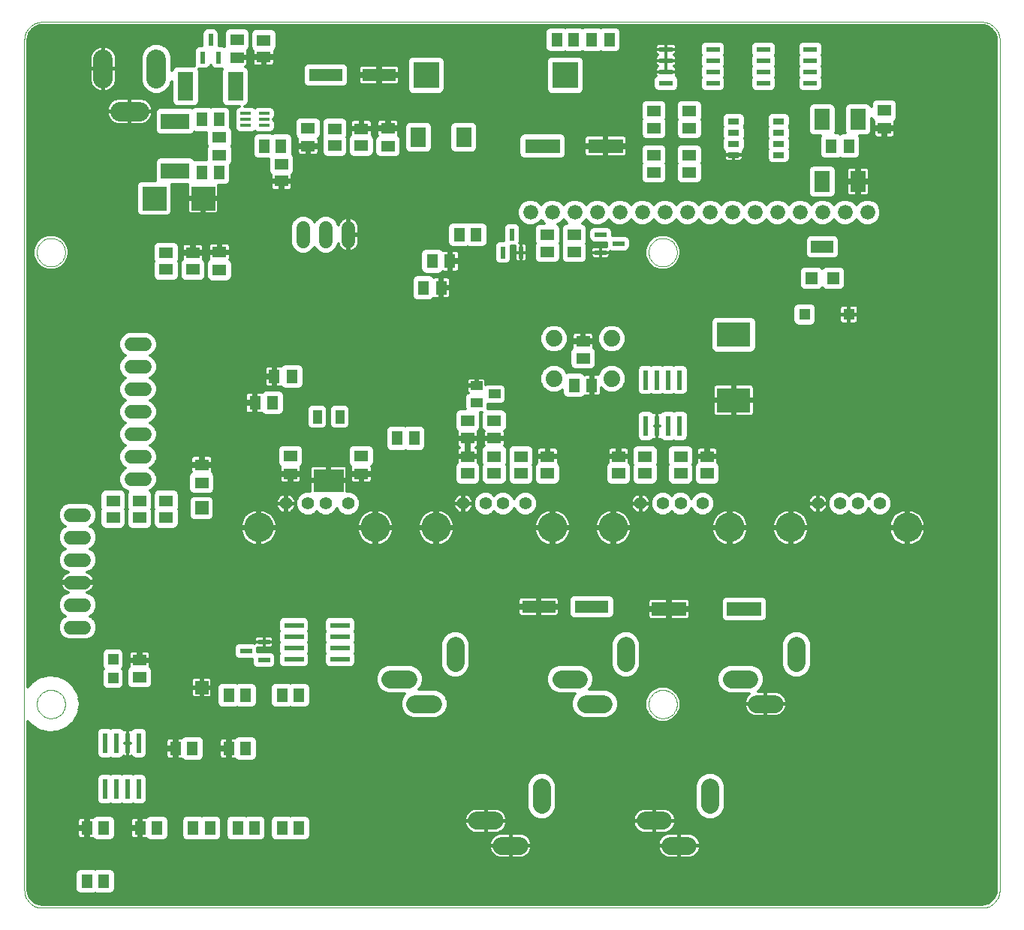
<source format=gtl>
G75*
G70*
%OFA0B0*%
%FSLAX24Y24*%
%IPPOS*%
%LPD*%
%AMOC8*
5,1,8,0,0,1.08239X$1,22.5*
%
%ADD10C,0.0000*%
%ADD11C,0.0787*%
%ADD12C,0.1306*%
%ADD13C,0.0554*%
%ADD14R,0.1063X0.1063*%
%ADD15C,0.0660*%
%ADD16R,0.0709X0.1260*%
%ADD17R,0.0709X0.0945*%
%ADD18R,0.0512X0.0630*%
%ADD19R,0.1496X0.0551*%
%ADD20R,0.1575X0.0630*%
%ADD21R,0.0630X0.0512*%
%ADD22R,0.1150X0.1180*%
%ADD23R,0.0220X0.0520*%
%ADD24R,0.1260X0.0709*%
%ADD25R,0.0500X0.0250*%
%ADD26R,0.0600X0.0220*%
%ADD27R,0.0594X0.0594*%
%ADD28R,0.0515X0.0515*%
%ADD29R,0.1339X0.0984*%
%ADD30R,0.0394X0.0591*%
%ADD31C,0.0600*%
%ADD32R,0.0520X0.0390*%
%ADD33R,0.1535X0.0630*%
%ADD34R,0.0236X0.0866*%
%ADD35R,0.0866X0.0236*%
%ADD36R,0.0520X0.0220*%
%ADD37R,0.0551X0.0551*%
%ADD38R,0.0984X0.0551*%
%ADD39C,0.0740*%
%ADD40R,0.0709X0.0866*%
%ADD41R,0.0472X0.0472*%
%ADD42R,0.1496X0.1102*%
%ADD43C,0.0860*%
%ADD44R,0.0460X0.0140*%
%ADD45C,0.0120*%
D10*
X000300Y000947D02*
X000300Y038743D01*
X000302Y038797D01*
X000307Y038850D01*
X000316Y038903D01*
X000329Y038955D01*
X000345Y039007D01*
X000365Y039057D01*
X000388Y039105D01*
X000415Y039152D01*
X000444Y039197D01*
X000477Y039240D01*
X000512Y039280D01*
X000550Y039318D01*
X000590Y039353D01*
X000633Y039386D01*
X000678Y039415D01*
X000725Y039442D01*
X000773Y039465D01*
X000823Y039485D01*
X000875Y039501D01*
X000927Y039514D01*
X000980Y039523D01*
X001033Y039528D01*
X001087Y039530D01*
X042820Y039530D01*
X042874Y039528D01*
X042927Y039523D01*
X042980Y039514D01*
X043032Y039501D01*
X043084Y039485D01*
X043134Y039465D01*
X043182Y039442D01*
X043229Y039415D01*
X043274Y039386D01*
X043317Y039353D01*
X043357Y039318D01*
X043395Y039280D01*
X043430Y039240D01*
X043463Y039197D01*
X043492Y039152D01*
X043519Y039105D01*
X043542Y039057D01*
X043562Y039007D01*
X043578Y038955D01*
X043591Y038903D01*
X043600Y038850D01*
X043605Y038797D01*
X043607Y038743D01*
X043607Y000947D01*
X043605Y000893D01*
X043600Y000840D01*
X043591Y000787D01*
X043578Y000735D01*
X043562Y000683D01*
X043542Y000633D01*
X043519Y000585D01*
X043492Y000538D01*
X043463Y000493D01*
X043430Y000450D01*
X043395Y000410D01*
X043357Y000372D01*
X043317Y000337D01*
X043274Y000304D01*
X043229Y000275D01*
X043182Y000248D01*
X043134Y000225D01*
X043084Y000205D01*
X043032Y000189D01*
X042980Y000176D01*
X042927Y000167D01*
X042874Y000162D01*
X042820Y000160D01*
X001087Y000160D01*
X001033Y000162D01*
X000980Y000167D01*
X000927Y000176D01*
X000875Y000189D01*
X000823Y000205D01*
X000773Y000225D01*
X000725Y000248D01*
X000678Y000275D01*
X000633Y000304D01*
X000590Y000337D01*
X000550Y000372D01*
X000512Y000410D01*
X000477Y000450D01*
X000444Y000493D01*
X000415Y000538D01*
X000388Y000585D01*
X000365Y000633D01*
X000345Y000683D01*
X000329Y000735D01*
X000316Y000787D01*
X000307Y000840D01*
X000302Y000893D01*
X000300Y000947D01*
X000851Y009215D02*
X000853Y009265D01*
X000859Y009315D01*
X000869Y009364D01*
X000883Y009412D01*
X000900Y009459D01*
X000921Y009504D01*
X000946Y009548D01*
X000974Y009589D01*
X001006Y009628D01*
X001040Y009665D01*
X001077Y009699D01*
X001117Y009729D01*
X001159Y009756D01*
X001203Y009780D01*
X001249Y009801D01*
X001296Y009817D01*
X001344Y009830D01*
X001394Y009839D01*
X001443Y009844D01*
X001494Y009845D01*
X001544Y009842D01*
X001593Y009835D01*
X001642Y009824D01*
X001690Y009809D01*
X001736Y009791D01*
X001781Y009769D01*
X001824Y009743D01*
X001865Y009714D01*
X001904Y009682D01*
X001940Y009647D01*
X001972Y009609D01*
X002002Y009569D01*
X002029Y009526D01*
X002052Y009482D01*
X002071Y009436D01*
X002087Y009388D01*
X002099Y009339D01*
X002107Y009290D01*
X002111Y009240D01*
X002111Y009190D01*
X002107Y009140D01*
X002099Y009091D01*
X002087Y009042D01*
X002071Y008994D01*
X002052Y008948D01*
X002029Y008904D01*
X002002Y008861D01*
X001972Y008821D01*
X001940Y008783D01*
X001904Y008748D01*
X001865Y008716D01*
X001824Y008687D01*
X001781Y008661D01*
X001736Y008639D01*
X001690Y008621D01*
X001642Y008606D01*
X001593Y008595D01*
X001544Y008588D01*
X001494Y008585D01*
X001443Y008586D01*
X001394Y008591D01*
X001344Y008600D01*
X001296Y008613D01*
X001249Y008629D01*
X001203Y008650D01*
X001159Y008674D01*
X001117Y008701D01*
X001077Y008731D01*
X001040Y008765D01*
X001006Y008802D01*
X000974Y008841D01*
X000946Y008882D01*
X000921Y008926D01*
X000900Y008971D01*
X000883Y009018D01*
X000869Y009066D01*
X000859Y009115D01*
X000853Y009165D01*
X000851Y009215D01*
X000851Y029294D02*
X000853Y029344D01*
X000859Y029394D01*
X000869Y029443D01*
X000883Y029491D01*
X000900Y029538D01*
X000921Y029583D01*
X000946Y029627D01*
X000974Y029668D01*
X001006Y029707D01*
X001040Y029744D01*
X001077Y029778D01*
X001117Y029808D01*
X001159Y029835D01*
X001203Y029859D01*
X001249Y029880D01*
X001296Y029896D01*
X001344Y029909D01*
X001394Y029918D01*
X001443Y029923D01*
X001494Y029924D01*
X001544Y029921D01*
X001593Y029914D01*
X001642Y029903D01*
X001690Y029888D01*
X001736Y029870D01*
X001781Y029848D01*
X001824Y029822D01*
X001865Y029793D01*
X001904Y029761D01*
X001940Y029726D01*
X001972Y029688D01*
X002002Y029648D01*
X002029Y029605D01*
X002052Y029561D01*
X002071Y029515D01*
X002087Y029467D01*
X002099Y029418D01*
X002107Y029369D01*
X002111Y029319D01*
X002111Y029269D01*
X002107Y029219D01*
X002099Y029170D01*
X002087Y029121D01*
X002071Y029073D01*
X002052Y029027D01*
X002029Y028983D01*
X002002Y028940D01*
X001972Y028900D01*
X001940Y028862D01*
X001904Y028827D01*
X001865Y028795D01*
X001824Y028766D01*
X001781Y028740D01*
X001736Y028718D01*
X001690Y028700D01*
X001642Y028685D01*
X001593Y028674D01*
X001544Y028667D01*
X001494Y028664D01*
X001443Y028665D01*
X001394Y028670D01*
X001344Y028679D01*
X001296Y028692D01*
X001249Y028708D01*
X001203Y028729D01*
X001159Y028753D01*
X001117Y028780D01*
X001077Y028810D01*
X001040Y028844D01*
X001006Y028881D01*
X000974Y028920D01*
X000946Y028961D01*
X000921Y029005D01*
X000900Y029050D01*
X000883Y029097D01*
X000869Y029145D01*
X000859Y029194D01*
X000853Y029244D01*
X000851Y029294D01*
X028016Y029294D02*
X028018Y029344D01*
X028024Y029394D01*
X028034Y029443D01*
X028048Y029491D01*
X028065Y029538D01*
X028086Y029583D01*
X028111Y029627D01*
X028139Y029668D01*
X028171Y029707D01*
X028205Y029744D01*
X028242Y029778D01*
X028282Y029808D01*
X028324Y029835D01*
X028368Y029859D01*
X028414Y029880D01*
X028461Y029896D01*
X028509Y029909D01*
X028559Y029918D01*
X028608Y029923D01*
X028659Y029924D01*
X028709Y029921D01*
X028758Y029914D01*
X028807Y029903D01*
X028855Y029888D01*
X028901Y029870D01*
X028946Y029848D01*
X028989Y029822D01*
X029030Y029793D01*
X029069Y029761D01*
X029105Y029726D01*
X029137Y029688D01*
X029167Y029648D01*
X029194Y029605D01*
X029217Y029561D01*
X029236Y029515D01*
X029252Y029467D01*
X029264Y029418D01*
X029272Y029369D01*
X029276Y029319D01*
X029276Y029269D01*
X029272Y029219D01*
X029264Y029170D01*
X029252Y029121D01*
X029236Y029073D01*
X029217Y029027D01*
X029194Y028983D01*
X029167Y028940D01*
X029137Y028900D01*
X029105Y028862D01*
X029069Y028827D01*
X029030Y028795D01*
X028989Y028766D01*
X028946Y028740D01*
X028901Y028718D01*
X028855Y028700D01*
X028807Y028685D01*
X028758Y028674D01*
X028709Y028667D01*
X028659Y028664D01*
X028608Y028665D01*
X028559Y028670D01*
X028509Y028679D01*
X028461Y028692D01*
X028414Y028708D01*
X028368Y028729D01*
X028324Y028753D01*
X028282Y028780D01*
X028242Y028810D01*
X028205Y028844D01*
X028171Y028881D01*
X028139Y028920D01*
X028111Y028961D01*
X028086Y029005D01*
X028065Y029050D01*
X028048Y029097D01*
X028034Y029145D01*
X028024Y029194D01*
X028018Y029244D01*
X028016Y029294D01*
X028016Y009215D02*
X028018Y009265D01*
X028024Y009315D01*
X028034Y009364D01*
X028048Y009412D01*
X028065Y009459D01*
X028086Y009504D01*
X028111Y009548D01*
X028139Y009589D01*
X028171Y009628D01*
X028205Y009665D01*
X028242Y009699D01*
X028282Y009729D01*
X028324Y009756D01*
X028368Y009780D01*
X028414Y009801D01*
X028461Y009817D01*
X028509Y009830D01*
X028559Y009839D01*
X028608Y009844D01*
X028659Y009845D01*
X028709Y009842D01*
X028758Y009835D01*
X028807Y009824D01*
X028855Y009809D01*
X028901Y009791D01*
X028946Y009769D01*
X028989Y009743D01*
X029030Y009714D01*
X029069Y009682D01*
X029105Y009647D01*
X029137Y009609D01*
X029167Y009569D01*
X029194Y009526D01*
X029217Y009482D01*
X029236Y009436D01*
X029252Y009388D01*
X029264Y009339D01*
X029272Y009290D01*
X029276Y009240D01*
X029276Y009190D01*
X029272Y009140D01*
X029264Y009091D01*
X029252Y009042D01*
X029236Y008994D01*
X029217Y008948D01*
X029194Y008904D01*
X029167Y008861D01*
X029137Y008821D01*
X029105Y008783D01*
X029069Y008748D01*
X029030Y008716D01*
X028989Y008687D01*
X028946Y008661D01*
X028901Y008639D01*
X028855Y008621D01*
X028807Y008606D01*
X028758Y008595D01*
X028709Y008588D01*
X028659Y008585D01*
X028608Y008586D01*
X028559Y008591D01*
X028509Y008600D01*
X028461Y008613D01*
X028414Y008629D01*
X028368Y008650D01*
X028324Y008674D01*
X028282Y008701D01*
X028242Y008731D01*
X028205Y008765D01*
X028171Y008802D01*
X028139Y008841D01*
X028111Y008882D01*
X028086Y008926D01*
X028065Y008971D01*
X028048Y009018D01*
X028034Y009066D01*
X028024Y009115D01*
X028018Y009165D01*
X028016Y009215D01*
D11*
X027011Y011034D02*
X027011Y011821D01*
X024924Y010325D02*
X024137Y010325D01*
X025239Y009223D02*
X026026Y009223D01*
X023270Y005522D02*
X023270Y004735D01*
X022286Y002924D02*
X021499Y002924D01*
X021184Y004026D02*
X020396Y004026D01*
X018452Y009223D02*
X017664Y009223D01*
X017349Y010325D02*
X016562Y010325D01*
X019436Y011034D02*
X019436Y011821D01*
X027877Y004026D02*
X028664Y004026D01*
X028979Y002924D02*
X029767Y002924D01*
X030751Y004735D02*
X030751Y005522D01*
X032814Y009223D02*
X033601Y009223D01*
X032499Y010325D02*
X031711Y010325D01*
X034585Y011034D02*
X034585Y011821D01*
D12*
X034328Y017059D03*
X031627Y017059D03*
X026454Y017059D03*
X023753Y017059D03*
X018580Y017059D03*
X015879Y017059D03*
X010706Y017059D03*
X039501Y017059D03*
D13*
X038292Y018126D03*
X037308Y018126D03*
X036520Y018126D03*
X035536Y018126D03*
X030418Y018126D03*
X029434Y018126D03*
X028646Y018126D03*
X027662Y018126D03*
X022544Y018126D03*
X021560Y018126D03*
X020772Y018126D03*
X019788Y018126D03*
X014670Y018126D03*
X013686Y018126D03*
X012898Y018126D03*
X011914Y018126D03*
D14*
X008237Y031691D03*
X006072Y031691D03*
D15*
X022776Y031066D03*
X023741Y031066D03*
X024741Y031066D03*
X025741Y031066D03*
X026741Y031066D03*
X027741Y031066D03*
X028741Y031066D03*
X029741Y031066D03*
X030741Y031066D03*
X031741Y031066D03*
X032741Y031066D03*
X033741Y031066D03*
X034741Y031066D03*
X035741Y031066D03*
X036741Y031066D03*
X037741Y031066D03*
D16*
X009670Y036676D03*
X007465Y036676D03*
D17*
X035723Y035199D03*
X037318Y035199D03*
X037318Y032443D03*
X035723Y032443D03*
D18*
X036127Y034018D03*
X036914Y034018D03*
X026284Y038743D03*
X025497Y038743D03*
X024690Y038743D03*
X023942Y038743D03*
X020359Y030081D03*
X019611Y030081D03*
X019198Y028900D03*
X018410Y028900D03*
X018017Y027719D03*
X018804Y027719D03*
X024709Y023388D03*
X025497Y023388D03*
X017603Y021026D03*
X016855Y021026D03*
X012186Y023782D03*
X011398Y023782D03*
X011324Y022601D03*
X010536Y022601D03*
X008942Y032837D03*
X008194Y032837D03*
X008194Y035199D03*
X008942Y035199D03*
X010950Y034018D03*
X011698Y034018D03*
X011737Y009609D03*
X012485Y009609D03*
X010123Y009609D03*
X009375Y009609D03*
X009375Y007247D03*
X010123Y007247D03*
X007761Y007247D03*
X007013Y007247D03*
X007800Y003703D03*
X008548Y003703D03*
X009769Y003703D03*
X010517Y003703D03*
X011737Y003703D03*
X012485Y003703D03*
X006186Y003703D03*
X005438Y003703D03*
X003824Y003703D03*
X003076Y003703D03*
X003076Y001341D03*
X003824Y001341D03*
D19*
X023135Y013546D03*
X025497Y013546D03*
X016048Y037168D03*
X013686Y037168D03*
D20*
X023312Y034018D03*
X026107Y034018D03*
D21*
X028253Y033605D03*
X028253Y032857D03*
X029828Y032857D03*
X029828Y033605D03*
X029828Y034825D03*
X029828Y035573D03*
X028253Y035573D03*
X028253Y034825D03*
X024709Y030062D03*
X024709Y029314D03*
X023528Y029314D03*
X023528Y030062D03*
X025103Y025337D03*
X025103Y024589D03*
X021166Y021814D03*
X021166Y021026D03*
X021166Y020219D03*
X021166Y019471D03*
X019985Y019471D03*
X019985Y020219D03*
X019985Y021026D03*
X019985Y021814D03*
X022347Y020219D03*
X022347Y019471D03*
X023528Y019471D03*
X023528Y020219D03*
X026678Y020219D03*
X026678Y019471D03*
X027859Y019471D03*
X027859Y020219D03*
X029434Y020219D03*
X029434Y019471D03*
X030615Y019471D03*
X030615Y020219D03*
X016442Y034018D03*
X016442Y034806D03*
X015261Y034786D03*
X015261Y034038D03*
X014080Y034038D03*
X014080Y034786D03*
X012898Y034806D03*
X012898Y034018D03*
X011717Y033211D03*
X011717Y032463D03*
X008961Y033625D03*
X008961Y034412D03*
X009749Y037955D03*
X009749Y038743D03*
X010930Y038723D03*
X010930Y037975D03*
X008961Y029294D03*
X008961Y028506D03*
X007780Y028526D03*
X007780Y029274D03*
X006599Y029274D03*
X006599Y028526D03*
X012111Y020239D03*
X012111Y019451D03*
X015261Y019451D03*
X015261Y020239D03*
X008174Y019845D03*
X008174Y019058D03*
X006599Y018251D03*
X006599Y017503D03*
X005418Y017503D03*
X005418Y018251D03*
X004237Y018251D03*
X004237Y017503D03*
X005418Y011164D03*
X005418Y010416D03*
X038489Y034806D03*
X038489Y035593D03*
D22*
X024316Y037168D03*
X018136Y037168D03*
D23*
X021954Y030088D03*
X022354Y029288D03*
X021554Y029288D03*
X008928Y037949D03*
X008208Y037949D03*
X008568Y038749D03*
D24*
X006993Y035121D03*
X006993Y032916D03*
D25*
X031796Y033625D03*
X031796Y034125D03*
X031796Y034625D03*
X031796Y035125D03*
X033796Y035125D03*
X033796Y034625D03*
X033796Y034125D03*
X033796Y033625D03*
D26*
X033118Y036812D03*
X033118Y037312D03*
X033118Y037812D03*
X033118Y038312D03*
X035198Y038312D03*
X035198Y037812D03*
X035198Y037312D03*
X035198Y036812D03*
X030868Y036812D03*
X030868Y037312D03*
X030868Y037812D03*
X030868Y038312D03*
X028788Y038312D03*
X028788Y037812D03*
X028788Y037312D03*
X028788Y036812D03*
D27*
X008174Y017926D03*
X008174Y009953D03*
D28*
X034946Y026538D03*
X036914Y026538D03*
D29*
X013804Y019156D03*
D30*
X014304Y021991D03*
X013304Y021991D03*
D31*
X005643Y022207D02*
X005043Y022207D01*
X005043Y023207D02*
X005643Y023207D01*
X005643Y024207D02*
X005043Y024207D01*
X005043Y025207D02*
X005643Y025207D01*
X005643Y021207D02*
X005043Y021207D01*
X005043Y020207D02*
X005643Y020207D01*
X005643Y019207D02*
X005043Y019207D01*
X002962Y017621D02*
X002362Y017621D01*
X002362Y016621D02*
X002962Y016621D01*
X002962Y015621D02*
X002362Y015621D01*
X002362Y014621D02*
X002962Y014621D01*
X002962Y013621D02*
X002362Y013621D01*
X002362Y012621D02*
X002962Y012621D01*
X012686Y029781D02*
X012686Y030381D01*
X013686Y030381D02*
X013686Y029781D01*
X014686Y029781D02*
X014686Y030381D01*
D32*
X020372Y023365D03*
X020372Y022625D03*
X021172Y022995D03*
D33*
X028918Y013447D03*
X032265Y013447D03*
D34*
X029396Y021577D03*
X028896Y021577D03*
X028396Y021577D03*
X027896Y021577D03*
X027896Y023625D03*
X028396Y023625D03*
X028896Y023625D03*
X029396Y023625D03*
X005381Y007483D03*
X004881Y007483D03*
X004381Y007483D03*
X003881Y007483D03*
X003881Y005436D03*
X004381Y005436D03*
X004881Y005436D03*
X005381Y005436D03*
D35*
X012269Y011221D03*
X012269Y011721D03*
X012269Y012221D03*
X012269Y012721D03*
X014316Y012721D03*
X014316Y012221D03*
X014316Y011721D03*
X014316Y011221D03*
D36*
X010936Y011177D03*
X010936Y011977D03*
X010136Y011577D03*
X025884Y029288D03*
X026684Y029688D03*
X025884Y030088D03*
D37*
X035241Y028152D03*
X036225Y028152D03*
D38*
X035733Y029530D03*
D39*
X026383Y025459D03*
X026383Y023679D03*
X023823Y023679D03*
X023823Y025459D03*
D40*
X019808Y034412D03*
X017800Y034412D03*
D41*
X004237Y011203D03*
X004237Y010377D03*
D42*
X031796Y022719D03*
X031796Y025632D03*
D43*
X006162Y037015D02*
X006162Y037875D01*
X005411Y035556D02*
X004551Y035556D01*
X003800Y037015D02*
X003800Y037875D01*
D44*
X010126Y035459D03*
X010126Y035199D03*
X010126Y034939D03*
X010946Y034939D03*
X010946Y035199D03*
X010946Y035459D03*
D45*
X000644Y000504D02*
X000803Y000388D01*
X000989Y000328D01*
X001087Y000320D01*
X042820Y000320D01*
X042918Y000328D01*
X043105Y000388D01*
X043263Y000504D01*
X043379Y000663D01*
X043439Y000849D01*
X043447Y000947D01*
X043447Y038743D01*
X043439Y038841D01*
X043379Y039028D01*
X043263Y039186D01*
X043105Y039302D01*
X042918Y039362D01*
X042820Y039370D01*
X001087Y039370D01*
X000989Y039362D01*
X000803Y039302D01*
X000644Y039186D01*
X000528Y039028D01*
X000468Y038841D01*
X000460Y038743D01*
X000460Y009977D01*
X000607Y010165D01*
X000607Y010165D01*
X000962Y010397D01*
X000962Y010397D01*
X001374Y010502D01*
X001374Y010502D01*
X001798Y010467D01*
X001798Y010467D01*
X002187Y010296D01*
X002187Y010296D01*
X002500Y010008D01*
X002500Y010008D01*
X002702Y009634D01*
X002702Y009634D01*
X002772Y009215D01*
X002702Y008796D01*
X002500Y008422D01*
X002500Y008422D01*
X002187Y008134D01*
X002187Y008134D01*
X001798Y007964D01*
X001798Y007964D01*
X001374Y007928D01*
X001374Y007928D01*
X000962Y008033D01*
X000962Y008033D01*
X000607Y008265D01*
X000607Y008265D01*
X000460Y008454D01*
X000460Y000947D01*
X000468Y000849D01*
X000528Y000663D01*
X000644Y000504D01*
X000597Y000569D02*
X043310Y000569D01*
X043387Y000687D02*
X000520Y000687D01*
X000482Y000806D02*
X002673Y000806D01*
X002672Y000806D02*
X002768Y000766D01*
X003383Y000766D01*
X003450Y000794D01*
X003516Y000766D01*
X004131Y000766D01*
X004227Y000806D01*
X004300Y000879D01*
X004340Y000974D01*
X004340Y001708D01*
X004300Y001803D01*
X004227Y001876D01*
X004131Y001916D01*
X003516Y001916D01*
X003450Y001889D01*
X003383Y001916D01*
X002768Y001916D01*
X002672Y001876D01*
X002599Y001803D01*
X002560Y001708D01*
X002560Y000974D01*
X002599Y000879D01*
X002672Y000806D01*
X002581Y000924D02*
X000462Y000924D01*
X000460Y001043D02*
X002560Y001043D01*
X002560Y001161D02*
X000460Y001161D01*
X000460Y001280D02*
X002560Y001280D01*
X002560Y001398D02*
X000460Y001398D01*
X000460Y001517D02*
X002560Y001517D01*
X002560Y001635D02*
X000460Y001635D01*
X000460Y001754D02*
X002579Y001754D01*
X002668Y001872D02*
X000460Y001872D01*
X000460Y001991D02*
X043447Y001991D01*
X043447Y002109D02*
X000460Y002109D01*
X000460Y002228D02*
X043447Y002228D01*
X043447Y002346D02*
X000460Y002346D01*
X000460Y002465D02*
X021189Y002465D01*
X021209Y002450D02*
X021286Y002411D01*
X021369Y002384D01*
X021455Y002370D01*
X021873Y002370D01*
X021873Y002904D01*
X021913Y002904D01*
X021913Y002944D01*
X022840Y002944D01*
X022840Y002967D01*
X022826Y003053D01*
X022799Y003136D01*
X022760Y003214D01*
X022709Y003284D01*
X022647Y003346D01*
X022576Y003397D01*
X022499Y003437D01*
X022416Y003464D01*
X022330Y003477D01*
X021913Y003477D01*
X021913Y002944D01*
X021873Y002944D01*
X021873Y003477D01*
X021455Y003477D01*
X021369Y003464D01*
X021286Y003437D01*
X021209Y003397D01*
X021138Y003346D01*
X021076Y003284D01*
X021025Y003214D01*
X020986Y003136D01*
X020959Y003053D01*
X020945Y002967D01*
X020945Y002944D01*
X021873Y002944D01*
X021873Y002904D01*
X020945Y002904D01*
X020945Y002880D01*
X020959Y002794D01*
X020986Y002711D01*
X021025Y002634D01*
X021076Y002563D01*
X021138Y002501D01*
X021209Y002450D01*
X021062Y002583D02*
X000460Y002583D01*
X000460Y002702D02*
X020991Y002702D01*
X020955Y002820D02*
X000460Y002820D01*
X000460Y002939D02*
X021873Y002939D01*
X021913Y002939D02*
X029353Y002939D01*
X029353Y002944D02*
X029353Y002904D01*
X028425Y002904D01*
X028425Y002880D01*
X028439Y002794D01*
X028466Y002711D01*
X028506Y002634D01*
X028557Y002563D01*
X028618Y002501D01*
X028689Y002450D01*
X028767Y002411D01*
X028849Y002384D01*
X028936Y002370D01*
X029353Y002370D01*
X029353Y002904D01*
X029393Y002904D01*
X029393Y002944D01*
X029353Y002944D01*
X029353Y003477D01*
X028936Y003477D01*
X028849Y003464D01*
X028767Y003437D01*
X028689Y003397D01*
X028618Y003346D01*
X028557Y003284D01*
X028506Y003214D01*
X028466Y003136D01*
X028439Y003053D01*
X028425Y002967D01*
X028425Y002944D01*
X029353Y002944D01*
X029393Y002944D02*
X029393Y003477D01*
X029810Y003477D01*
X029896Y003464D01*
X029979Y003437D01*
X030057Y003397D01*
X030127Y003346D01*
X030189Y003284D01*
X030240Y003214D01*
X030280Y003136D01*
X030307Y003053D01*
X030320Y002967D01*
X030320Y002944D01*
X029393Y002944D01*
X029393Y002939D02*
X043447Y002939D01*
X043447Y003057D02*
X030305Y003057D01*
X030260Y003176D02*
X043447Y003176D01*
X043447Y003294D02*
X030179Y003294D01*
X030027Y003413D02*
X043447Y003413D01*
X043447Y003531D02*
X028912Y003531D01*
X028877Y003513D02*
X028954Y003553D01*
X029025Y003604D01*
X029087Y003665D01*
X029138Y003736D01*
X029177Y003814D01*
X029204Y003896D01*
X029218Y003983D01*
X029218Y004006D01*
X028290Y004006D01*
X028290Y003472D01*
X028708Y003472D01*
X028794Y003486D01*
X028877Y003513D01*
X028719Y003413D02*
X022547Y003413D01*
X022699Y003294D02*
X028566Y003294D01*
X028486Y003176D02*
X022779Y003176D01*
X022825Y003057D02*
X028440Y003057D01*
X028435Y002820D02*
X022830Y002820D01*
X022826Y002794D02*
X022840Y002880D01*
X022840Y002904D01*
X021913Y002904D01*
X021913Y002370D01*
X022330Y002370D01*
X022416Y002384D01*
X022499Y002411D01*
X022576Y002450D01*
X022647Y002501D01*
X022709Y002563D01*
X022760Y002634D01*
X022799Y002711D01*
X022826Y002794D01*
X022794Y002702D02*
X028471Y002702D01*
X028542Y002583D02*
X022723Y002583D01*
X022596Y002465D02*
X028669Y002465D01*
X029353Y002465D02*
X029393Y002465D01*
X029393Y002370D02*
X029810Y002370D01*
X029896Y002384D01*
X029979Y002411D01*
X030057Y002450D01*
X030127Y002501D01*
X030189Y002563D01*
X030240Y002634D01*
X030280Y002711D01*
X030307Y002794D01*
X030320Y002880D01*
X030320Y002904D01*
X029393Y002904D01*
X029393Y002370D01*
X029393Y002583D02*
X029353Y002583D01*
X029353Y002702D02*
X029393Y002702D01*
X029393Y002820D02*
X029353Y002820D01*
X029353Y003057D02*
X029393Y003057D01*
X029393Y003176D02*
X029353Y003176D01*
X029353Y003294D02*
X029393Y003294D01*
X029393Y003413D02*
X029353Y003413D01*
X029071Y003650D02*
X043447Y003650D01*
X043447Y003768D02*
X029154Y003768D01*
X029201Y003887D02*
X043447Y003887D01*
X043447Y004005D02*
X029218Y004005D01*
X029218Y004046D02*
X029218Y004070D01*
X029204Y004156D01*
X029177Y004239D01*
X029138Y004316D01*
X029087Y004387D01*
X029025Y004448D01*
X028954Y004500D01*
X028877Y004539D01*
X028794Y004566D01*
X028708Y004580D01*
X028290Y004580D01*
X028290Y004046D01*
X028250Y004046D01*
X028250Y004006D01*
X027323Y004006D01*
X027323Y003983D01*
X027337Y003896D01*
X027364Y003814D01*
X027403Y003736D01*
X027454Y003665D01*
X027516Y003604D01*
X027587Y003553D01*
X027664Y003513D01*
X027747Y003486D01*
X027833Y003472D01*
X028250Y003472D01*
X028250Y004006D01*
X028290Y004006D01*
X028290Y004046D01*
X029218Y004046D01*
X029209Y004124D02*
X030518Y004124D01*
X030621Y004081D02*
X030881Y004081D01*
X031121Y004181D01*
X031305Y004365D01*
X031404Y004605D01*
X031404Y005652D01*
X031305Y005892D01*
X031121Y006076D01*
X030881Y006176D01*
X030621Y006176D01*
X030380Y006076D01*
X030197Y005892D01*
X030097Y005652D01*
X030097Y004605D01*
X030197Y004365D01*
X030380Y004181D01*
X030621Y004081D01*
X030319Y004242D02*
X029176Y004242D01*
X029106Y004361D02*
X030201Y004361D01*
X030149Y004479D02*
X028983Y004479D01*
X028290Y004479D02*
X028250Y004479D01*
X028250Y004580D02*
X027833Y004580D01*
X027747Y004566D01*
X027664Y004539D01*
X027587Y004500D01*
X027516Y004448D01*
X027454Y004387D01*
X027403Y004316D01*
X027364Y004239D01*
X027337Y004156D01*
X027323Y004070D01*
X027323Y004046D01*
X028250Y004046D01*
X028250Y004580D01*
X028250Y004361D02*
X028290Y004361D01*
X028290Y004242D02*
X028250Y004242D01*
X028250Y004124D02*
X028290Y004124D01*
X028290Y004005D02*
X028250Y004005D01*
X028250Y003887D02*
X028290Y003887D01*
X028290Y003768D02*
X028250Y003768D01*
X028250Y003650D02*
X028290Y003650D01*
X028290Y003531D02*
X028250Y003531D01*
X027629Y003531D02*
X021432Y003531D01*
X021396Y003513D02*
X021474Y003553D01*
X021545Y003604D01*
X021606Y003665D01*
X021657Y003736D01*
X021697Y003814D01*
X021724Y003896D01*
X021738Y003983D01*
X021738Y004006D01*
X020810Y004006D01*
X020810Y003472D01*
X021227Y003472D01*
X021314Y003486D01*
X021396Y003513D01*
X021238Y003413D02*
X013001Y003413D01*
X013001Y003337D02*
X013001Y004070D01*
X012961Y004166D01*
X012888Y004239D01*
X012793Y004278D01*
X012177Y004278D01*
X012111Y004251D01*
X012045Y004278D01*
X011429Y004278D01*
X011334Y004239D01*
X011261Y004166D01*
X011221Y004070D01*
X011221Y003337D01*
X011261Y003241D01*
X011334Y003168D01*
X011429Y003128D01*
X012045Y003128D01*
X012111Y003156D01*
X012177Y003128D01*
X012793Y003128D01*
X012888Y003168D01*
X012961Y003241D01*
X013001Y003337D01*
X012983Y003294D02*
X021086Y003294D01*
X021006Y003176D02*
X012896Y003176D01*
X013001Y003531D02*
X020149Y003531D01*
X020184Y003513D02*
X020267Y003486D01*
X020353Y003472D01*
X020770Y003472D01*
X020770Y004006D01*
X020810Y004006D01*
X020810Y004046D01*
X020770Y004046D01*
X020770Y004006D01*
X019843Y004006D01*
X019843Y003983D01*
X019856Y003896D01*
X019883Y003814D01*
X019923Y003736D01*
X019974Y003665D01*
X020036Y003604D01*
X020106Y003553D01*
X020184Y003513D01*
X019990Y003650D02*
X013001Y003650D01*
X013001Y003768D02*
X019907Y003768D01*
X019860Y003887D02*
X013001Y003887D01*
X013001Y004005D02*
X019843Y004005D01*
X019843Y004046D02*
X020770Y004046D01*
X020770Y004580D01*
X020353Y004580D01*
X020267Y004566D01*
X020184Y004539D01*
X020106Y004500D01*
X020036Y004448D01*
X019974Y004387D01*
X019923Y004316D01*
X019883Y004239D01*
X019856Y004156D01*
X019843Y004070D01*
X019843Y004046D01*
X019851Y004124D02*
X012979Y004124D01*
X012880Y004242D02*
X019885Y004242D01*
X019955Y004361D02*
X000460Y004361D01*
X000460Y004479D02*
X020078Y004479D01*
X020770Y004479D02*
X020810Y004479D01*
X020810Y004580D02*
X020810Y004046D01*
X021738Y004046D01*
X021738Y004070D01*
X021724Y004156D01*
X021697Y004239D01*
X021657Y004316D01*
X021606Y004387D01*
X021545Y004448D01*
X021474Y004500D01*
X021396Y004539D01*
X021314Y004566D01*
X021227Y004580D01*
X020810Y004580D01*
X020810Y004361D02*
X020770Y004361D01*
X020770Y004242D02*
X020810Y004242D01*
X020810Y004124D02*
X020770Y004124D01*
X020770Y004005D02*
X020810Y004005D01*
X020810Y003887D02*
X020770Y003887D01*
X020770Y003768D02*
X020810Y003768D01*
X020810Y003650D02*
X020770Y003650D01*
X020770Y003531D02*
X020810Y003531D01*
X020960Y003057D02*
X000460Y003057D01*
X000460Y003176D02*
X003413Y003176D01*
X003420Y003168D02*
X003516Y003128D01*
X004131Y003128D01*
X004227Y003168D01*
X004300Y003241D01*
X004340Y003337D01*
X004340Y004070D01*
X004300Y004166D01*
X004227Y004239D01*
X004131Y004278D01*
X003516Y004278D01*
X003420Y004239D01*
X003358Y004177D01*
X003353Y004178D01*
X003136Y004178D01*
X003136Y003763D01*
X003016Y003763D01*
X003016Y003643D01*
X003136Y003643D01*
X003136Y003228D01*
X003353Y003228D01*
X003358Y003230D01*
X003420Y003168D01*
X003136Y003294D02*
X003016Y003294D01*
X003016Y003228D02*
X003016Y003643D01*
X002660Y003643D01*
X002660Y003367D01*
X002671Y003327D01*
X002692Y003290D01*
X002721Y003260D01*
X002758Y003239D01*
X002799Y003228D01*
X003016Y003228D01*
X003016Y003413D02*
X003136Y003413D01*
X003136Y003531D02*
X003016Y003531D01*
X003016Y003650D02*
X000460Y003650D01*
X000460Y003768D02*
X002660Y003768D01*
X002660Y003763D02*
X003016Y003763D01*
X003016Y004178D01*
X002799Y004178D01*
X002758Y004167D01*
X002721Y004146D01*
X002692Y004117D01*
X002671Y004080D01*
X002660Y004039D01*
X002660Y003763D01*
X002660Y003887D02*
X000460Y003887D01*
X000460Y004005D02*
X002660Y004005D01*
X002699Y004124D02*
X000460Y004124D01*
X000460Y004242D02*
X003428Y004242D01*
X003136Y004124D02*
X003016Y004124D01*
X003016Y004005D02*
X003136Y004005D01*
X003136Y003887D02*
X003016Y003887D01*
X003016Y003768D02*
X003136Y003768D01*
X002660Y003531D02*
X000460Y003531D01*
X000460Y003413D02*
X002660Y003413D01*
X002689Y003294D02*
X000460Y003294D01*
X000460Y004598D02*
X022620Y004598D01*
X022617Y004605D02*
X022716Y004365D01*
X022900Y004181D01*
X023140Y004081D01*
X023401Y004081D01*
X023641Y004181D01*
X023825Y004365D01*
X023924Y004605D01*
X023924Y005652D01*
X023825Y005892D01*
X023641Y006076D01*
X023401Y006176D01*
X023140Y006176D01*
X022900Y006076D01*
X022716Y005892D01*
X022617Y005652D01*
X022617Y004605D01*
X022617Y004716D02*
X000460Y004716D01*
X000460Y004835D02*
X003563Y004835D01*
X003542Y004855D02*
X003615Y004782D01*
X003711Y004743D01*
X004051Y004743D01*
X004131Y004776D01*
X004211Y004743D01*
X004551Y004743D01*
X004631Y004776D01*
X004711Y004743D01*
X005051Y004743D01*
X005131Y004776D01*
X005211Y004743D01*
X005551Y004743D01*
X005646Y004782D01*
X005719Y004855D01*
X005759Y004951D01*
X005759Y005920D01*
X005719Y006016D01*
X005646Y006089D01*
X005551Y006129D01*
X005211Y006129D01*
X005131Y006095D01*
X005051Y006129D01*
X004711Y006129D01*
X004631Y006095D01*
X004551Y006129D01*
X004211Y006129D01*
X004131Y006095D01*
X004051Y006129D01*
X003711Y006129D01*
X003615Y006089D01*
X003542Y006016D01*
X003503Y005920D01*
X003503Y004951D01*
X003542Y004855D01*
X003503Y004953D02*
X000460Y004953D01*
X000460Y005072D02*
X003503Y005072D01*
X003503Y005190D02*
X000460Y005190D01*
X000460Y005309D02*
X003503Y005309D01*
X003503Y005427D02*
X000460Y005427D01*
X000460Y005546D02*
X003503Y005546D01*
X003503Y005664D02*
X000460Y005664D01*
X000460Y005783D02*
X003503Y005783D01*
X003503Y005901D02*
X000460Y005901D01*
X000460Y006020D02*
X003546Y006020D01*
X003711Y006790D02*
X004051Y006790D01*
X004131Y006823D01*
X004211Y006790D01*
X004551Y006790D01*
X004646Y006829D01*
X004714Y006897D01*
X004742Y006890D01*
X004881Y006890D01*
X005020Y006890D01*
X005048Y006897D01*
X005115Y006829D01*
X005211Y006790D01*
X005551Y006790D01*
X005646Y006829D01*
X005719Y006902D01*
X005759Y006998D01*
X005759Y007968D01*
X005719Y008063D01*
X005646Y008136D01*
X005551Y008176D01*
X005211Y008176D01*
X005115Y008136D01*
X005048Y008069D01*
X005020Y008076D01*
X004881Y008076D01*
X004881Y007483D01*
X005003Y007483D01*
X005003Y007483D01*
X004881Y007483D01*
X004881Y007483D01*
X004881Y007483D01*
X004881Y008076D01*
X004742Y008076D01*
X004714Y008069D01*
X004646Y008136D01*
X004551Y008176D01*
X004211Y008176D01*
X004131Y008143D01*
X004051Y008176D01*
X003711Y008176D01*
X003615Y008136D01*
X003542Y008063D01*
X003503Y007968D01*
X003503Y006998D01*
X003542Y006902D01*
X003615Y006829D01*
X003711Y006790D01*
X003596Y006849D02*
X000460Y006849D01*
X000460Y006731D02*
X007338Y006731D01*
X007357Y006711D02*
X007453Y006672D01*
X008068Y006672D01*
X008164Y006711D01*
X008237Y006784D01*
X008277Y006880D01*
X008277Y007613D01*
X008237Y007709D01*
X008164Y007782D01*
X008068Y007822D01*
X007453Y007822D01*
X007357Y007782D01*
X007295Y007720D01*
X007290Y007722D01*
X007073Y007722D01*
X007073Y007307D01*
X006953Y007307D01*
X006953Y007722D01*
X006736Y007722D01*
X006695Y007711D01*
X006658Y007690D01*
X006629Y007660D01*
X006608Y007623D01*
X006597Y007583D01*
X006597Y007307D01*
X006953Y007307D01*
X006953Y007187D01*
X007073Y007187D01*
X007073Y006772D01*
X007290Y006772D01*
X007295Y006773D01*
X007357Y006711D01*
X007073Y006849D02*
X006953Y006849D01*
X006953Y006772D02*
X006953Y007187D01*
X006597Y007187D01*
X006597Y006911D01*
X006608Y006870D01*
X006629Y006833D01*
X006658Y006804D01*
X006695Y006783D01*
X006736Y006772D01*
X006953Y006772D01*
X006953Y006968D02*
X007073Y006968D01*
X007073Y007086D02*
X006953Y007086D01*
X006953Y007205D02*
X005759Y007205D01*
X005759Y007323D02*
X006597Y007323D01*
X006597Y007442D02*
X005759Y007442D01*
X005759Y007560D02*
X006597Y007560D01*
X006647Y007679D02*
X005759Y007679D01*
X005759Y007797D02*
X007394Y007797D01*
X007073Y007679D02*
X006953Y007679D01*
X006953Y007560D02*
X007073Y007560D01*
X007073Y007442D02*
X006953Y007442D01*
X006953Y007323D02*
X007073Y007323D01*
X006597Y007086D02*
X005759Y007086D01*
X005746Y006968D02*
X006597Y006968D01*
X006620Y006849D02*
X005666Y006849D01*
X005096Y006849D02*
X004666Y006849D01*
X004881Y006890D02*
X004881Y007483D01*
X004881Y006890D01*
X004881Y006968D02*
X004881Y006968D01*
X004881Y007086D02*
X004881Y007086D01*
X004881Y007205D02*
X004881Y007205D01*
X004881Y007323D02*
X004881Y007323D01*
X004881Y007442D02*
X004881Y007442D01*
X004881Y007483D02*
X004881Y007483D01*
X004881Y007483D01*
X004759Y007483D01*
X004759Y007483D01*
X004881Y007483D01*
X004881Y007560D02*
X004881Y007560D01*
X004881Y007679D02*
X004881Y007679D01*
X004881Y007797D02*
X004881Y007797D01*
X004881Y007916D02*
X004881Y007916D01*
X004881Y008034D02*
X004881Y008034D01*
X005154Y008153D02*
X004607Y008153D01*
X004154Y008153D02*
X004107Y008153D01*
X003654Y008153D02*
X002207Y008153D01*
X002336Y008271D02*
X043447Y008271D01*
X043447Y008153D02*
X005607Y008153D01*
X005731Y008034D02*
X043447Y008034D01*
X043447Y007916D02*
X005759Y007916D01*
X005716Y006020D02*
X022843Y006020D01*
X022725Y005901D02*
X005759Y005901D01*
X005759Y005783D02*
X022671Y005783D01*
X022622Y005664D02*
X005759Y005664D01*
X005759Y005546D02*
X022617Y005546D01*
X022617Y005427D02*
X005759Y005427D01*
X005759Y005309D02*
X022617Y005309D01*
X022617Y005190D02*
X005759Y005190D01*
X005759Y005072D02*
X022617Y005072D01*
X022617Y004953D02*
X005759Y004953D01*
X005699Y004835D02*
X022617Y004835D01*
X022669Y004479D02*
X021503Y004479D01*
X021625Y004361D02*
X022720Y004361D01*
X022839Y004242D02*
X021695Y004242D01*
X021729Y004124D02*
X023038Y004124D01*
X023503Y004124D02*
X027332Y004124D01*
X027323Y004005D02*
X021738Y004005D01*
X021721Y003887D02*
X027340Y003887D01*
X027387Y003768D02*
X021674Y003768D01*
X021590Y003650D02*
X027470Y003650D01*
X027365Y004242D02*
X023702Y004242D01*
X023821Y004361D02*
X027435Y004361D01*
X027558Y004479D02*
X023872Y004479D01*
X023921Y004598D02*
X030100Y004598D01*
X030097Y004716D02*
X023924Y004716D01*
X023924Y004835D02*
X030097Y004835D01*
X030097Y004953D02*
X023924Y004953D01*
X023924Y005072D02*
X030097Y005072D01*
X030097Y005190D02*
X023924Y005190D01*
X023924Y005309D02*
X030097Y005309D01*
X030097Y005427D02*
X023924Y005427D01*
X023924Y005546D02*
X030097Y005546D01*
X030102Y005664D02*
X023919Y005664D01*
X023870Y005783D02*
X030151Y005783D01*
X030205Y005901D02*
X023816Y005901D01*
X023698Y006020D02*
X030324Y006020D01*
X030529Y006138D02*
X023492Y006138D01*
X023049Y006138D02*
X000460Y006138D01*
X000460Y006257D02*
X043447Y006257D01*
X043447Y006375D02*
X000460Y006375D01*
X000460Y006494D02*
X043447Y006494D01*
X043447Y006612D02*
X000460Y006612D01*
X000460Y006968D02*
X003515Y006968D01*
X003503Y007086D02*
X000460Y007086D01*
X000460Y007205D02*
X003503Y007205D01*
X003503Y007323D02*
X000460Y007323D01*
X000460Y007442D02*
X003503Y007442D01*
X003503Y007560D02*
X000460Y007560D01*
X000460Y007679D02*
X003503Y007679D01*
X003503Y007797D02*
X000460Y007797D01*
X000460Y007916D02*
X003503Y007916D01*
X003530Y008034D02*
X001959Y008034D01*
X002465Y008390D02*
X043447Y008390D01*
X043447Y008508D02*
X029004Y008508D01*
X029094Y008545D02*
X029316Y008768D01*
X029436Y009058D01*
X029436Y009372D01*
X029316Y009663D01*
X029094Y009885D01*
X028804Y010005D01*
X028489Y010005D01*
X028199Y009885D01*
X027977Y009663D01*
X027857Y009372D01*
X027857Y009058D01*
X027977Y008768D01*
X028199Y008545D01*
X028489Y008425D01*
X028804Y008425D01*
X029094Y008545D01*
X029175Y008627D02*
X043447Y008627D01*
X043447Y008745D02*
X033883Y008745D01*
X033891Y008749D02*
X033962Y008801D01*
X034024Y008862D01*
X034075Y008933D01*
X034114Y009010D01*
X034141Y009093D01*
X034155Y009179D01*
X034155Y009203D01*
X033227Y009203D01*
X033227Y008669D01*
X033645Y008669D01*
X033731Y008683D01*
X033814Y008710D01*
X033891Y008749D01*
X034024Y008864D02*
X043447Y008864D01*
X043447Y008982D02*
X034100Y008982D01*
X034142Y009101D02*
X043447Y009101D01*
X043447Y009219D02*
X033227Y009219D01*
X033227Y009203D02*
X033227Y009243D01*
X033187Y009243D01*
X033187Y009203D01*
X032260Y009203D01*
X032260Y009179D01*
X032274Y009093D01*
X032301Y009010D01*
X032340Y008933D01*
X032391Y008862D01*
X032453Y008801D01*
X032524Y008749D01*
X032601Y008710D01*
X032684Y008683D01*
X032770Y008669D01*
X033187Y008669D01*
X033187Y009203D01*
X033227Y009203D01*
X033227Y009243D02*
X034155Y009243D01*
X034155Y009267D01*
X034141Y009353D01*
X034114Y009436D01*
X034075Y009513D01*
X034024Y009584D01*
X033962Y009645D01*
X033891Y009697D01*
X033814Y009736D01*
X033731Y009763D01*
X033645Y009777D01*
X033227Y009777D01*
X033227Y009243D01*
X033187Y009243D02*
X033187Y009777D01*
X032875Y009777D01*
X033053Y009955D01*
X033153Y010195D01*
X033153Y010455D01*
X033053Y010696D01*
X032869Y010880D01*
X032629Y010979D01*
X031581Y010979D01*
X031341Y010880D01*
X031157Y010696D01*
X031058Y010455D01*
X031058Y010195D01*
X031157Y009955D01*
X031341Y009771D01*
X031581Y009672D01*
X032489Y009672D01*
X032453Y009645D01*
X032391Y009584D01*
X032340Y009513D01*
X032301Y009436D01*
X032274Y009353D01*
X032260Y009267D01*
X032260Y009243D01*
X033187Y009243D01*
X033187Y009219D02*
X029436Y009219D01*
X029436Y009101D02*
X032273Y009101D01*
X032315Y008982D02*
X029405Y008982D01*
X029356Y008864D02*
X032391Y008864D01*
X032532Y008745D02*
X029293Y008745D01*
X029436Y009338D02*
X032271Y009338D01*
X032311Y009456D02*
X029402Y009456D01*
X029353Y009575D02*
X032385Y009575D01*
X031530Y009693D02*
X029286Y009693D01*
X029167Y009812D02*
X031301Y009812D01*
X031182Y009930D02*
X028985Y009930D01*
X028308Y009930D02*
X025453Y009930D01*
X025478Y009955D02*
X025578Y010195D01*
X025578Y010455D01*
X025478Y010696D01*
X025294Y010880D01*
X025054Y010979D01*
X024007Y010979D01*
X023766Y010880D01*
X023582Y010696D01*
X023483Y010455D01*
X023483Y010195D01*
X023582Y009955D01*
X023766Y009771D01*
X024007Y009672D01*
X024763Y009672D01*
X024685Y009593D01*
X024585Y009353D01*
X024585Y009093D01*
X024685Y008853D01*
X024869Y008669D01*
X025109Y008569D01*
X026156Y008569D01*
X026397Y008669D01*
X026581Y008853D01*
X026680Y009093D01*
X026680Y009353D01*
X026581Y009593D01*
X026397Y009777D01*
X026156Y009877D01*
X025400Y009877D01*
X025478Y009955D01*
X025517Y010049D02*
X031119Y010049D01*
X031069Y010167D02*
X025566Y010167D01*
X025578Y010286D02*
X031058Y010286D01*
X031058Y010404D02*
X027198Y010404D01*
X027141Y010380D02*
X027381Y010480D01*
X027565Y010664D01*
X027664Y010904D01*
X027664Y011951D01*
X027565Y012192D01*
X027381Y012376D01*
X027141Y012475D01*
X026881Y012475D01*
X026640Y012376D01*
X026456Y012192D01*
X026357Y011951D01*
X026357Y010904D01*
X026456Y010664D01*
X026640Y010480D01*
X026881Y010380D01*
X027141Y010380D01*
X027424Y010523D02*
X031086Y010523D01*
X031135Y010641D02*
X027542Y010641D01*
X027604Y010760D02*
X031221Y010760D01*
X031340Y010878D02*
X027654Y010878D01*
X027664Y010997D02*
X033932Y010997D01*
X033932Y010904D02*
X034031Y010664D01*
X034215Y010480D01*
X034455Y010380D01*
X034715Y010380D01*
X034956Y010480D01*
X035140Y010664D01*
X035239Y010904D01*
X035239Y011951D01*
X035140Y012192D01*
X034956Y012376D01*
X034715Y012475D01*
X034455Y012475D01*
X034215Y012376D01*
X034031Y012192D01*
X033932Y011951D01*
X033932Y010904D01*
X033942Y010878D02*
X032871Y010878D01*
X032989Y010760D02*
X033992Y010760D01*
X034054Y010641D02*
X033076Y010641D01*
X033125Y010523D02*
X034172Y010523D01*
X034398Y010404D02*
X033153Y010404D01*
X033153Y010286D02*
X043447Y010286D01*
X043447Y010404D02*
X034773Y010404D01*
X034998Y010523D02*
X043447Y010523D01*
X043447Y010641D02*
X035117Y010641D01*
X035179Y010760D02*
X043447Y010760D01*
X043447Y010878D02*
X035228Y010878D01*
X035239Y010997D02*
X043447Y010997D01*
X043447Y011115D02*
X035239Y011115D01*
X035239Y011234D02*
X043447Y011234D01*
X043447Y011352D02*
X035239Y011352D01*
X035239Y011471D02*
X043447Y011471D01*
X043447Y011589D02*
X035239Y011589D01*
X035239Y011708D02*
X043447Y011708D01*
X043447Y011826D02*
X035239Y011826D01*
X035239Y011945D02*
X043447Y011945D01*
X043447Y012063D02*
X035193Y012063D01*
X035144Y012182D02*
X043447Y012182D01*
X043447Y012300D02*
X035031Y012300D01*
X034852Y012419D02*
X043447Y012419D01*
X043447Y012537D02*
X015003Y012537D01*
X015009Y012551D02*
X015009Y012891D01*
X014969Y012986D01*
X014896Y013060D01*
X014801Y013099D01*
X013831Y013099D01*
X013735Y013060D01*
X013662Y012986D01*
X013623Y012891D01*
X013623Y012551D01*
X013656Y012471D01*
X013623Y012391D01*
X013623Y012051D01*
X013656Y011971D01*
X013623Y011891D01*
X013623Y011551D01*
X013656Y011471D01*
X013623Y011391D01*
X013623Y011051D01*
X013662Y010956D01*
X013735Y010882D01*
X013831Y010843D01*
X014801Y010843D01*
X014896Y010882D01*
X014969Y010956D01*
X015009Y011051D01*
X015009Y011391D01*
X014976Y011471D01*
X015009Y011551D01*
X015009Y011891D01*
X014976Y011971D01*
X015009Y012051D01*
X015009Y012391D01*
X014976Y012471D01*
X015009Y012551D01*
X015009Y012656D02*
X043447Y012656D01*
X043447Y012774D02*
X015009Y012774D01*
X015008Y012893D02*
X031397Y012893D01*
X031350Y012912D02*
X031445Y012872D01*
X033084Y012872D01*
X033180Y012912D01*
X033253Y012985D01*
X033292Y013081D01*
X033292Y013814D01*
X033253Y013910D01*
X033180Y013983D01*
X033084Y014022D01*
X031445Y014022D01*
X031350Y013983D01*
X031276Y013910D01*
X031237Y013814D01*
X031237Y013081D01*
X031276Y012985D01*
X031350Y012912D01*
X031266Y013011D02*
X029791Y013011D01*
X029784Y013004D02*
X029814Y013034D01*
X029835Y013071D01*
X029846Y013111D01*
X029846Y013387D01*
X028978Y013387D01*
X028978Y012972D01*
X029707Y012972D01*
X029748Y012983D01*
X029784Y013004D01*
X029846Y013130D02*
X031237Y013130D01*
X031237Y013248D02*
X029846Y013248D01*
X029846Y013367D02*
X031237Y013367D01*
X031237Y013485D02*
X028978Y013485D01*
X028978Y013507D02*
X029846Y013507D01*
X029846Y013783D01*
X029835Y013824D01*
X029814Y013861D01*
X029784Y013890D01*
X029748Y013911D01*
X029707Y013922D01*
X028978Y013922D01*
X028978Y013507D01*
X028978Y013387D01*
X028858Y013387D01*
X028858Y012972D01*
X028129Y012972D01*
X028089Y012983D01*
X028052Y013004D01*
X028022Y013034D01*
X028001Y013071D01*
X027990Y013111D01*
X027990Y013387D01*
X028858Y013387D01*
X028858Y013507D01*
X027990Y013507D01*
X027990Y013783D01*
X028001Y013824D01*
X028022Y013861D01*
X028052Y013890D01*
X028089Y013911D01*
X028129Y013922D01*
X028858Y013922D01*
X028858Y013507D01*
X028978Y013507D01*
X028978Y013604D02*
X028858Y013604D01*
X028858Y013722D02*
X028978Y013722D01*
X028978Y013841D02*
X028858Y013841D01*
X028858Y013485D02*
X026505Y013485D01*
X026505Y013367D02*
X027990Y013367D01*
X027990Y013248D02*
X026505Y013248D01*
X026505Y013219D02*
X026465Y013123D01*
X026392Y013050D01*
X026297Y013010D01*
X024697Y013010D01*
X024602Y013050D01*
X024528Y013123D01*
X024489Y013219D01*
X024489Y013873D01*
X024528Y013969D01*
X024602Y014042D01*
X024697Y014081D01*
X026297Y014081D01*
X026392Y014042D01*
X026465Y013969D01*
X026505Y013873D01*
X026505Y013219D01*
X026468Y013130D02*
X027990Y013130D01*
X028046Y013011D02*
X026299Y013011D01*
X026505Y013604D02*
X027990Y013604D01*
X027990Y013722D02*
X026505Y013722D01*
X026505Y013841D02*
X028011Y013841D01*
X028858Y013367D02*
X028978Y013367D01*
X028978Y013248D02*
X028858Y013248D01*
X028858Y013130D02*
X028978Y013130D01*
X028978Y013011D02*
X028858Y013011D01*
X027618Y012063D02*
X033978Y012063D01*
X033932Y011945D02*
X027664Y011945D01*
X027664Y011826D02*
X033932Y011826D01*
X033932Y011708D02*
X027664Y011708D01*
X027664Y011589D02*
X033932Y011589D01*
X033932Y011471D02*
X027664Y011471D01*
X027664Y011352D02*
X033932Y011352D01*
X033932Y011234D02*
X027664Y011234D01*
X027664Y011115D02*
X033932Y011115D01*
X034027Y012182D02*
X027569Y012182D01*
X027456Y012300D02*
X034140Y012300D01*
X034319Y012419D02*
X027277Y012419D01*
X026744Y012419D02*
X019702Y012419D01*
X019806Y012376D02*
X019566Y012475D01*
X019306Y012475D01*
X019066Y012376D01*
X018882Y012192D01*
X018782Y011951D01*
X018782Y010904D01*
X018882Y010664D01*
X019066Y010480D01*
X019306Y010380D01*
X019566Y010380D01*
X019806Y010480D01*
X019990Y010664D01*
X020090Y010904D01*
X020090Y011951D01*
X019990Y012192D01*
X019806Y012376D01*
X019882Y012300D02*
X026565Y012300D01*
X026452Y012182D02*
X019994Y012182D01*
X020043Y012063D02*
X026403Y012063D01*
X026357Y011945D02*
X020090Y011945D01*
X020090Y011826D02*
X026357Y011826D01*
X026357Y011708D02*
X020090Y011708D01*
X020090Y011589D02*
X026357Y011589D01*
X026357Y011471D02*
X020090Y011471D01*
X020090Y011352D02*
X026357Y011352D01*
X026357Y011234D02*
X020090Y011234D01*
X020090Y011115D02*
X026357Y011115D01*
X026357Y010997D02*
X020090Y010997D01*
X020079Y010878D02*
X023765Y010878D01*
X023646Y010760D02*
X020030Y010760D01*
X019967Y010641D02*
X023560Y010641D01*
X023511Y010523D02*
X019849Y010523D01*
X019623Y010404D02*
X023483Y010404D01*
X023483Y010286D02*
X018003Y010286D01*
X018003Y010195D02*
X018003Y010455D01*
X017903Y010696D01*
X017720Y010880D01*
X017479Y010979D01*
X016432Y010979D01*
X016192Y010880D01*
X016008Y010696D01*
X015908Y010455D01*
X015908Y010195D01*
X016008Y009955D01*
X016192Y009771D01*
X016432Y009672D01*
X017188Y009672D01*
X017110Y009593D01*
X017010Y009353D01*
X017010Y009093D01*
X017110Y008853D01*
X017294Y008669D01*
X017534Y008569D01*
X018582Y008569D01*
X018822Y008669D01*
X019006Y008853D01*
X019105Y009093D01*
X019105Y009353D01*
X019006Y009593D01*
X018822Y009777D01*
X018582Y009877D01*
X017825Y009877D01*
X017903Y009955D01*
X018003Y010195D01*
X017991Y010167D02*
X023495Y010167D01*
X023544Y010049D02*
X017942Y010049D01*
X017878Y009930D02*
X023607Y009930D01*
X023726Y009812D02*
X018739Y009812D01*
X018906Y009693D02*
X023955Y009693D01*
X024628Y009456D02*
X019063Y009456D01*
X019105Y009338D02*
X024585Y009338D01*
X024585Y009219D02*
X019105Y009219D01*
X019105Y009101D02*
X024585Y009101D01*
X024631Y008982D02*
X019059Y008982D01*
X019010Y008864D02*
X024680Y008864D01*
X024792Y008745D02*
X018898Y008745D01*
X018720Y008627D02*
X024971Y008627D01*
X024677Y009575D02*
X019014Y009575D01*
X019249Y010404D02*
X018003Y010404D01*
X017975Y010523D02*
X019023Y010523D01*
X018904Y010641D02*
X017926Y010641D01*
X017840Y010760D02*
X018842Y010760D01*
X018793Y010878D02*
X017721Y010878D01*
X018782Y010997D02*
X014986Y010997D01*
X015009Y011115D02*
X018782Y011115D01*
X018782Y011234D02*
X015009Y011234D01*
X015009Y011352D02*
X018782Y011352D01*
X018782Y011471D02*
X014976Y011471D01*
X015009Y011589D02*
X018782Y011589D01*
X018782Y011708D02*
X015009Y011708D01*
X015009Y011826D02*
X018782Y011826D01*
X018782Y011945D02*
X014987Y011945D01*
X015009Y012063D02*
X018828Y012063D01*
X018877Y012182D02*
X015009Y012182D01*
X015009Y012300D02*
X018990Y012300D01*
X019169Y012419D02*
X014997Y012419D01*
X014945Y013011D02*
X024695Y013011D01*
X024526Y013130D02*
X023959Y013130D01*
X023944Y013121D02*
X023981Y013142D01*
X024011Y013172D01*
X024032Y013208D01*
X024043Y013249D01*
X024043Y013486D01*
X023195Y013486D01*
X023195Y013606D01*
X024043Y013606D01*
X024043Y013842D01*
X024032Y013883D01*
X024011Y013920D01*
X023981Y013949D01*
X023944Y013971D01*
X023904Y013981D01*
X023195Y013981D01*
X023195Y013606D01*
X023075Y013606D01*
X023075Y013981D01*
X022366Y013981D01*
X022325Y013971D01*
X022288Y013949D01*
X022259Y013920D01*
X022238Y013883D01*
X022227Y013842D01*
X022227Y013606D01*
X023075Y013606D01*
X023075Y013486D01*
X023195Y013486D01*
X023195Y013110D01*
X023904Y013110D01*
X023944Y013121D01*
X024042Y013248D02*
X024489Y013248D01*
X024489Y013367D02*
X024043Y013367D01*
X024043Y013485D02*
X024489Y013485D01*
X024489Y013604D02*
X023195Y013604D01*
X023195Y013722D02*
X023075Y013722D01*
X023075Y013604D02*
X003522Y013604D01*
X003522Y013509D02*
X003522Y013732D01*
X003437Y013938D01*
X003279Y014095D01*
X003084Y014176D01*
X003139Y014194D01*
X003203Y014227D01*
X003262Y014270D01*
X003313Y014321D01*
X003356Y014380D01*
X003389Y014444D01*
X003411Y014513D01*
X003422Y014581D01*
X002702Y014581D01*
X002702Y014661D01*
X003422Y014661D01*
X003411Y014728D01*
X003389Y014797D01*
X003356Y014862D01*
X003313Y014920D01*
X003262Y014971D01*
X003203Y015014D01*
X003139Y015047D01*
X003084Y015065D01*
X003279Y015146D01*
X003437Y015303D01*
X003522Y015509D01*
X003522Y015732D01*
X003437Y015938D01*
X003279Y016095D01*
X003218Y016121D01*
X003279Y016146D01*
X003437Y016303D01*
X003522Y016509D01*
X003522Y016732D01*
X003437Y016938D01*
X003279Y017095D01*
X003218Y017121D01*
X003279Y017146D01*
X003437Y017303D01*
X003522Y017509D01*
X003522Y017732D01*
X003437Y017938D01*
X003279Y018095D01*
X003074Y018181D01*
X002251Y018181D01*
X002045Y018095D01*
X001887Y017938D01*
X001802Y017732D01*
X001802Y017509D01*
X001887Y017303D01*
X002045Y017146D01*
X002106Y017121D01*
X002045Y017095D01*
X001887Y016938D01*
X001802Y016732D01*
X001802Y016509D01*
X001887Y016303D01*
X002045Y016146D01*
X002106Y016121D01*
X002045Y016095D01*
X001887Y015938D01*
X001802Y015732D01*
X001802Y015509D01*
X001887Y015303D01*
X002045Y015146D01*
X002241Y015065D01*
X002186Y015047D01*
X002121Y015014D01*
X002063Y014971D01*
X002011Y014920D01*
X001969Y014862D01*
X001936Y014797D01*
X001914Y014728D01*
X001903Y014661D01*
X002622Y014661D01*
X002622Y014581D01*
X001903Y014581D01*
X001914Y014513D01*
X001936Y014444D01*
X001969Y014380D01*
X002011Y014321D01*
X002063Y014270D01*
X002121Y014227D01*
X002186Y014194D01*
X002241Y014176D01*
X002045Y014095D01*
X001887Y013938D01*
X001802Y013732D01*
X001802Y013509D01*
X001887Y013303D01*
X002045Y013146D01*
X002106Y013121D01*
X002045Y013095D01*
X001887Y012938D01*
X001802Y012732D01*
X001802Y012509D01*
X001887Y012303D01*
X002045Y012146D01*
X002251Y012061D01*
X003074Y012061D01*
X003279Y012146D01*
X003437Y012303D01*
X003522Y012509D01*
X003522Y012732D01*
X003437Y012938D01*
X003279Y013095D01*
X003218Y013121D01*
X003279Y013146D01*
X003437Y013303D01*
X003522Y013509D01*
X003512Y013485D02*
X022227Y013485D01*
X022227Y013486D02*
X022227Y013249D01*
X022238Y013208D01*
X022259Y013172D01*
X022288Y013142D01*
X022325Y013121D01*
X022366Y013110D01*
X023075Y013110D01*
X023075Y013486D01*
X022227Y013486D01*
X022227Y013367D02*
X003463Y013367D01*
X003382Y013248D02*
X022227Y013248D01*
X022310Y013130D02*
X003240Y013130D01*
X003364Y013011D02*
X011640Y013011D01*
X011615Y012986D02*
X011575Y012891D01*
X011575Y012551D01*
X011609Y012471D01*
X011575Y012391D01*
X011575Y012051D01*
X011609Y011971D01*
X011575Y011891D01*
X011575Y011551D01*
X011609Y011471D01*
X011575Y011391D01*
X011575Y011051D01*
X011615Y010956D01*
X011688Y010882D01*
X011784Y010843D01*
X012753Y010843D01*
X012849Y010882D01*
X012922Y010956D01*
X012962Y011051D01*
X012962Y011391D01*
X012928Y011471D01*
X012962Y011551D01*
X012962Y011891D01*
X012928Y011971D01*
X012962Y012051D01*
X012962Y012391D01*
X012928Y012471D01*
X012962Y012551D01*
X012962Y012891D01*
X012922Y012986D01*
X012849Y013060D01*
X012753Y013099D01*
X011784Y013099D01*
X011688Y013060D01*
X011615Y012986D01*
X011576Y012893D02*
X003456Y012893D01*
X003505Y012774D02*
X011575Y012774D01*
X011575Y012656D02*
X003522Y012656D01*
X003522Y012537D02*
X011581Y012537D01*
X011587Y012419D02*
X003485Y012419D01*
X003434Y012300D02*
X011575Y012300D01*
X011575Y012182D02*
X011327Y012182D01*
X011324Y012186D02*
X011294Y012215D01*
X011258Y012236D01*
X011217Y012247D01*
X010936Y012247D01*
X010655Y012247D01*
X010614Y012236D01*
X010578Y012215D01*
X010548Y012186D01*
X010527Y012149D01*
X010516Y012108D01*
X010516Y011977D01*
X010516Y011919D01*
X010448Y011947D01*
X009825Y011947D01*
X009729Y011908D01*
X009656Y011835D01*
X009616Y011739D01*
X009616Y011416D01*
X009656Y011320D01*
X009729Y011247D01*
X009825Y011207D01*
X010416Y011207D01*
X010416Y011016D01*
X010456Y010920D01*
X010529Y010847D01*
X010625Y010807D01*
X011248Y010807D01*
X011343Y010847D01*
X011417Y010920D01*
X011456Y011016D01*
X011456Y011339D01*
X011417Y011435D01*
X011343Y011508D01*
X011248Y011547D01*
X010656Y011547D01*
X010656Y011707D01*
X010936Y011707D01*
X010936Y011977D01*
X010936Y011977D01*
X010516Y011977D01*
X010936Y011977D01*
X010936Y011977D01*
X010936Y011707D01*
X011217Y011707D01*
X011258Y011718D01*
X011294Y011739D01*
X011324Y011769D01*
X011345Y011806D01*
X011356Y011846D01*
X011356Y011977D01*
X010936Y011977D01*
X010936Y011977D01*
X010936Y012247D01*
X010936Y011977D01*
X010936Y011977D01*
X011356Y011977D01*
X011356Y012108D01*
X011345Y012149D01*
X011324Y012186D01*
X011356Y012063D02*
X011575Y012063D01*
X011598Y011945D02*
X011356Y011945D01*
X011351Y011826D02*
X011575Y011826D01*
X011575Y011708D02*
X011218Y011708D01*
X010936Y011708D02*
X010936Y011708D01*
X010936Y011826D02*
X010936Y011826D01*
X010936Y011945D02*
X010936Y011945D01*
X010936Y012063D02*
X010936Y012063D01*
X010936Y012182D02*
X010936Y012182D01*
X010546Y012182D02*
X003315Y012182D01*
X003079Y012063D02*
X010516Y012063D01*
X010516Y011945D02*
X010455Y011945D01*
X010656Y011589D02*
X011575Y011589D01*
X011608Y011471D02*
X011381Y011471D01*
X011451Y011352D02*
X011575Y011352D01*
X011575Y011234D02*
X011456Y011234D01*
X011456Y011115D02*
X011575Y011115D01*
X011598Y010997D02*
X011448Y010997D01*
X011375Y010878D02*
X011699Y010878D01*
X011429Y010184D02*
X011334Y010144D01*
X011261Y010071D01*
X011221Y009975D01*
X011221Y009242D01*
X011261Y009147D01*
X011334Y009073D01*
X011429Y009034D01*
X012045Y009034D01*
X012111Y009061D01*
X012177Y009034D01*
X012793Y009034D01*
X012888Y009073D01*
X012961Y009147D01*
X013001Y009242D01*
X013001Y009975D01*
X012961Y010071D01*
X012888Y010144D01*
X012793Y010184D01*
X012177Y010184D01*
X012111Y010156D01*
X012045Y010184D01*
X011429Y010184D01*
X011389Y010167D02*
X010471Y010167D01*
X010430Y010184D02*
X009815Y010184D01*
X009749Y010156D01*
X009682Y010184D01*
X009067Y010184D01*
X008972Y010144D01*
X008898Y010071D01*
X008859Y009975D01*
X008859Y009242D01*
X008898Y009147D01*
X008972Y009073D01*
X009067Y009034D01*
X009682Y009034D01*
X009749Y009061D01*
X009815Y009034D01*
X010430Y009034D01*
X010526Y009073D01*
X010599Y009147D01*
X010639Y009242D01*
X010639Y009975D01*
X010599Y010071D01*
X010526Y010144D01*
X010430Y010184D01*
X010608Y010049D02*
X011251Y010049D01*
X011221Y009930D02*
X010639Y009930D01*
X010639Y009812D02*
X011221Y009812D01*
X011221Y009693D02*
X010639Y009693D01*
X010639Y009575D02*
X011221Y009575D01*
X011221Y009456D02*
X010639Y009456D01*
X010639Y009338D02*
X011221Y009338D01*
X011231Y009219D02*
X010629Y009219D01*
X010553Y009101D02*
X011307Y009101D01*
X012085Y010167D02*
X012137Y010167D01*
X012833Y010167D02*
X015920Y010167D01*
X015908Y010286D02*
X008627Y010286D01*
X008631Y010271D02*
X008620Y010312D01*
X008599Y010348D01*
X008569Y010378D01*
X008533Y010399D01*
X008492Y010410D01*
X008212Y010410D01*
X008212Y009992D01*
X008136Y009992D01*
X008136Y010410D01*
X007856Y010410D01*
X007815Y010399D01*
X007779Y010378D01*
X007749Y010348D01*
X007728Y010312D01*
X007717Y010271D01*
X007717Y009992D01*
X008136Y009992D01*
X008136Y009915D01*
X008212Y009915D01*
X008212Y009496D01*
X008492Y009496D01*
X008533Y009507D01*
X008569Y009528D01*
X008599Y009558D01*
X008620Y009595D01*
X008631Y009635D01*
X008631Y009915D01*
X008212Y009915D01*
X008212Y009992D01*
X008631Y009992D01*
X008631Y010271D01*
X008631Y010167D02*
X009027Y010167D01*
X008889Y010049D02*
X008631Y010049D01*
X008631Y009812D02*
X008859Y009812D01*
X008859Y009930D02*
X008212Y009930D01*
X008136Y009930D02*
X005857Y009930D01*
X005880Y009940D02*
X005953Y010013D01*
X005993Y010108D01*
X005993Y010724D01*
X005953Y010819D01*
X005891Y010881D01*
X005893Y010887D01*
X005893Y011104D01*
X005478Y011104D01*
X005478Y011224D01*
X005358Y011224D01*
X005358Y011104D01*
X004943Y011104D01*
X004943Y010887D01*
X004945Y010881D01*
X004883Y010819D01*
X004843Y010724D01*
X004843Y010108D01*
X004883Y010013D01*
X004956Y009940D01*
X005051Y009900D01*
X005785Y009900D01*
X005880Y009940D01*
X005968Y010049D02*
X007717Y010049D01*
X007717Y010167D02*
X005993Y010167D01*
X005993Y010286D02*
X007721Y010286D01*
X007833Y010404D02*
X005993Y010404D01*
X005993Y010523D02*
X015936Y010523D01*
X015908Y010404D02*
X008515Y010404D01*
X008212Y010404D02*
X008136Y010404D01*
X008136Y010286D02*
X008212Y010286D01*
X008212Y010167D02*
X008136Y010167D01*
X008136Y010049D02*
X008212Y010049D01*
X008136Y009915D02*
X007717Y009915D01*
X007717Y009635D01*
X007728Y009595D01*
X007749Y009558D01*
X007779Y009528D01*
X007815Y009507D01*
X007856Y009496D01*
X008136Y009496D01*
X008136Y009915D01*
X008136Y009812D02*
X008212Y009812D01*
X008212Y009693D02*
X008136Y009693D01*
X008136Y009575D02*
X008212Y009575D01*
X008608Y009575D02*
X008859Y009575D01*
X008859Y009693D02*
X008631Y009693D01*
X008859Y009456D02*
X002732Y009456D01*
X002752Y009338D02*
X008859Y009338D01*
X008868Y009219D02*
X002772Y009219D01*
X002753Y009101D02*
X008945Y009101D01*
X009723Y010167D02*
X009775Y010167D01*
X010498Y010878D02*
X005895Y010878D01*
X005893Y010997D02*
X010424Y010997D01*
X010416Y011115D02*
X005478Y011115D01*
X005478Y011224D02*
X005893Y011224D01*
X005893Y011441D01*
X005882Y011482D01*
X005861Y011518D01*
X005831Y011548D01*
X005795Y011569D01*
X005754Y011580D01*
X005478Y011580D01*
X005478Y011224D01*
X005478Y011234D02*
X005358Y011234D01*
X005358Y011224D02*
X005358Y011580D01*
X005082Y011580D01*
X005041Y011569D01*
X005005Y011548D01*
X004975Y011518D01*
X004954Y011482D01*
X004943Y011441D01*
X004943Y011224D01*
X005358Y011224D01*
X005358Y011115D02*
X004733Y011115D01*
X004733Y010997D02*
X004943Y010997D01*
X004942Y010878D02*
X004718Y010878D01*
X004733Y010915D02*
X004733Y011491D01*
X004694Y011587D01*
X004621Y011660D01*
X004525Y011700D01*
X003949Y011700D01*
X003854Y011660D01*
X003780Y011587D01*
X003741Y011491D01*
X003741Y010915D01*
X003780Y010820D01*
X003810Y010790D01*
X003780Y010760D01*
X003741Y010664D01*
X003741Y010089D01*
X003780Y009993D01*
X003854Y009920D01*
X003949Y009880D01*
X004525Y009880D01*
X004621Y009920D01*
X004694Y009993D01*
X004733Y010089D01*
X004733Y010664D01*
X004694Y010760D01*
X004664Y010790D01*
X004694Y010820D01*
X004733Y010915D01*
X004694Y010760D02*
X004858Y010760D01*
X004843Y010641D02*
X004733Y010641D01*
X004733Y010523D02*
X004843Y010523D01*
X004843Y010404D02*
X004733Y010404D01*
X004733Y010286D02*
X004843Y010286D01*
X004843Y010167D02*
X004733Y010167D01*
X004717Y010049D02*
X004868Y010049D01*
X004979Y009930D02*
X004631Y009930D01*
X003843Y009930D02*
X002542Y009930D01*
X002606Y009812D02*
X007717Y009812D01*
X007717Y009693D02*
X002670Y009693D01*
X002712Y009575D02*
X007740Y009575D01*
X008128Y007797D02*
X009756Y007797D01*
X009720Y007782D02*
X009658Y007720D01*
X009652Y007722D01*
X009435Y007722D01*
X009435Y007307D01*
X009315Y007307D01*
X009315Y007722D01*
X009098Y007722D01*
X009057Y007711D01*
X009021Y007690D01*
X008991Y007660D01*
X008970Y007623D01*
X008959Y007583D01*
X008959Y007307D01*
X009315Y007307D01*
X009315Y007187D01*
X008959Y007187D01*
X008959Y006911D01*
X008970Y006870D01*
X008991Y006833D01*
X009021Y006804D01*
X009057Y006783D01*
X009098Y006772D01*
X009315Y006772D01*
X009315Y007187D01*
X009435Y007187D01*
X009435Y006772D01*
X009652Y006772D01*
X009658Y006773D01*
X009720Y006711D01*
X009815Y006672D01*
X010430Y006672D01*
X010526Y006711D01*
X010599Y006784D01*
X010639Y006880D01*
X010639Y007613D01*
X010599Y007709D01*
X010526Y007782D01*
X010430Y007822D01*
X009815Y007822D01*
X009720Y007782D01*
X009435Y007679D02*
X009315Y007679D01*
X009315Y007560D02*
X009435Y007560D01*
X009435Y007442D02*
X009315Y007442D01*
X009315Y007323D02*
X009435Y007323D01*
X009315Y007205D02*
X008277Y007205D01*
X008277Y007323D02*
X008959Y007323D01*
X008959Y007442D02*
X008277Y007442D01*
X008277Y007560D02*
X008959Y007560D01*
X009010Y007679D02*
X008250Y007679D01*
X008277Y007086D02*
X008959Y007086D01*
X008959Y006968D02*
X008277Y006968D01*
X008264Y006849D02*
X008982Y006849D01*
X009315Y006849D02*
X009435Y006849D01*
X009435Y006968D02*
X009315Y006968D01*
X009315Y007086D02*
X009435Y007086D01*
X009700Y006731D02*
X008183Y006731D01*
X010490Y007797D02*
X043447Y007797D01*
X043447Y007679D02*
X010612Y007679D01*
X010639Y007560D02*
X043447Y007560D01*
X043447Y007442D02*
X010639Y007442D01*
X010639Y007323D02*
X043447Y007323D01*
X043447Y007205D02*
X010639Y007205D01*
X010639Y007086D02*
X043447Y007086D01*
X043447Y006968D02*
X010639Y006968D01*
X010626Y006849D02*
X043447Y006849D01*
X043447Y006731D02*
X010545Y006731D01*
X012915Y009101D02*
X017010Y009101D01*
X017010Y009219D02*
X012991Y009219D01*
X013001Y009338D02*
X017010Y009338D01*
X017053Y009456D02*
X013001Y009456D01*
X013001Y009575D02*
X017102Y009575D01*
X017056Y008982D02*
X002733Y008982D01*
X002714Y008864D02*
X017106Y008864D01*
X017218Y008745D02*
X002675Y008745D01*
X002702Y008796D02*
X002702Y008796D01*
X002611Y008627D02*
X017396Y008627D01*
X016380Y009693D02*
X013001Y009693D01*
X013001Y009812D02*
X016151Y009812D01*
X016033Y009930D02*
X013001Y009930D01*
X012971Y010049D02*
X015969Y010049D01*
X015985Y010641D02*
X005993Y010641D01*
X005978Y010760D02*
X016072Y010760D01*
X016190Y010878D02*
X014885Y010878D01*
X013746Y010878D02*
X012838Y010878D01*
X012939Y010997D02*
X013645Y010997D01*
X013623Y011115D02*
X012962Y011115D01*
X012962Y011234D02*
X013623Y011234D01*
X013623Y011352D02*
X012962Y011352D01*
X012929Y011471D02*
X013656Y011471D01*
X013623Y011589D02*
X012962Y011589D01*
X012962Y011708D02*
X013623Y011708D01*
X013623Y011826D02*
X012962Y011826D01*
X012939Y011945D02*
X013645Y011945D01*
X013623Y012063D02*
X012962Y012063D01*
X012962Y012182D02*
X013623Y012182D01*
X013623Y012300D02*
X012962Y012300D01*
X012950Y012419D02*
X013634Y012419D01*
X013629Y012537D02*
X012956Y012537D01*
X012962Y012656D02*
X013623Y012656D01*
X013623Y012774D02*
X012962Y012774D01*
X012961Y012893D02*
X013623Y012893D01*
X013687Y013011D02*
X012897Y013011D01*
X009818Y011945D02*
X000460Y011945D01*
X000460Y012063D02*
X002245Y012063D01*
X002009Y012182D02*
X000460Y012182D01*
X000460Y012300D02*
X001891Y012300D01*
X001840Y012419D02*
X000460Y012419D01*
X000460Y012537D02*
X001802Y012537D01*
X001802Y012656D02*
X000460Y012656D01*
X000460Y012774D02*
X001820Y012774D01*
X001869Y012893D02*
X000460Y012893D01*
X000460Y013011D02*
X001961Y013011D01*
X002084Y013130D02*
X000460Y013130D01*
X000460Y013248D02*
X001943Y013248D01*
X001861Y013367D02*
X000460Y013367D01*
X000460Y013485D02*
X001812Y013485D01*
X001802Y013604D02*
X000460Y013604D01*
X000460Y013722D02*
X001802Y013722D01*
X001847Y013841D02*
X000460Y013841D01*
X000460Y013959D02*
X001909Y013959D01*
X002027Y014078D02*
X000460Y014078D01*
X000460Y014196D02*
X002182Y014196D01*
X002018Y014315D02*
X000460Y014315D01*
X000460Y014433D02*
X001942Y014433D01*
X001907Y014552D02*
X000460Y014552D01*
X000460Y014670D02*
X001904Y014670D01*
X001933Y014789D02*
X000460Y014789D01*
X000460Y014907D02*
X002002Y014907D01*
X002144Y015026D02*
X000460Y015026D01*
X000460Y015144D02*
X002049Y015144D01*
X001928Y015263D02*
X000460Y015263D01*
X000460Y015381D02*
X001855Y015381D01*
X001806Y015500D02*
X000460Y015500D01*
X000460Y015618D02*
X001802Y015618D01*
X001804Y015737D02*
X000460Y015737D01*
X000460Y015855D02*
X001853Y015855D01*
X001923Y015974D02*
X000460Y015974D01*
X000460Y016092D02*
X002042Y016092D01*
X001980Y016211D02*
X000460Y016211D01*
X000460Y016329D02*
X001877Y016329D01*
X001828Y016448D02*
X000460Y016448D01*
X000460Y016566D02*
X001802Y016566D01*
X001802Y016685D02*
X000460Y016685D01*
X000460Y016803D02*
X001832Y016803D01*
X001881Y016922D02*
X000460Y016922D01*
X000460Y017040D02*
X001990Y017040D01*
X002032Y017159D02*
X000460Y017159D01*
X000460Y017277D02*
X001914Y017277D01*
X001849Y017396D02*
X000460Y017396D01*
X000460Y017514D02*
X001802Y017514D01*
X001802Y017633D02*
X000460Y017633D01*
X000460Y017751D02*
X001810Y017751D01*
X001859Y017870D02*
X000460Y017870D01*
X000460Y017988D02*
X001938Y017988D01*
X002072Y018107D02*
X000460Y018107D01*
X000460Y018225D02*
X003662Y018225D01*
X003662Y018107D02*
X003252Y018107D01*
X003387Y017988D02*
X003662Y017988D01*
X003662Y017943D02*
X003690Y017877D01*
X003662Y017810D01*
X003662Y017195D01*
X003702Y017099D01*
X003775Y017026D01*
X003870Y016987D01*
X004604Y016987D01*
X004699Y017026D01*
X004772Y017099D01*
X004812Y017195D01*
X004812Y017810D01*
X004784Y017877D01*
X004812Y017943D01*
X004812Y018558D01*
X004772Y018654D01*
X004699Y018727D01*
X004604Y018766D01*
X003870Y018766D01*
X003775Y018727D01*
X003702Y018654D01*
X003662Y018558D01*
X003662Y017943D01*
X003687Y017870D02*
X003465Y017870D01*
X003514Y017751D02*
X003662Y017751D01*
X003662Y017633D02*
X003522Y017633D01*
X003522Y017514D02*
X003662Y017514D01*
X003662Y017396D02*
X003475Y017396D01*
X003411Y017277D02*
X003662Y017277D01*
X003677Y017159D02*
X003292Y017159D01*
X003335Y017040D02*
X003761Y017040D01*
X003444Y016922D02*
X009904Y016922D01*
X009907Y016900D02*
X009934Y016797D01*
X009975Y016699D01*
X010028Y016607D01*
X010093Y016522D01*
X010168Y016447D01*
X010253Y016382D01*
X010345Y016329D01*
X003448Y016329D01*
X003497Y016448D02*
X010168Y016448D01*
X010059Y016566D02*
X003522Y016566D01*
X003522Y016685D02*
X009983Y016685D01*
X009933Y016803D02*
X003493Y016803D01*
X003344Y016211D02*
X043447Y016211D01*
X043447Y016329D02*
X039862Y016329D01*
X039861Y016329D02*
X039953Y016382D01*
X040038Y016447D01*
X040113Y016522D01*
X040178Y016607D01*
X040231Y016699D01*
X040272Y016797D01*
X040300Y016900D01*
X040313Y016999D01*
X039561Y016999D01*
X039561Y017119D01*
X040313Y017119D01*
X040300Y017218D01*
X040272Y017321D01*
X040231Y017419D01*
X040178Y017512D01*
X040113Y017596D01*
X040038Y017672D01*
X039953Y017736D01*
X039861Y017790D01*
X039763Y017830D01*
X039660Y017858D01*
X039561Y017871D01*
X039561Y017119D01*
X039441Y017119D01*
X039441Y016999D01*
X039561Y016999D01*
X039561Y016247D01*
X039660Y016260D01*
X039763Y016288D01*
X039861Y016329D01*
X040039Y016448D02*
X043447Y016448D01*
X043447Y016566D02*
X040147Y016566D01*
X040223Y016685D02*
X043447Y016685D01*
X043447Y016803D02*
X040274Y016803D01*
X040302Y016922D02*
X043447Y016922D01*
X043447Y017040D02*
X039561Y017040D01*
X039561Y016922D02*
X039441Y016922D01*
X039441Y016999D02*
X039441Y016247D01*
X039342Y016260D01*
X039239Y016288D01*
X039141Y016329D01*
X039048Y016382D01*
X038964Y016447D01*
X038888Y016522D01*
X038824Y016607D01*
X038770Y016699D01*
X038730Y016797D01*
X038702Y016900D01*
X038689Y016999D01*
X039441Y016999D01*
X039441Y017040D02*
X034388Y017040D01*
X034388Y016999D02*
X034388Y017119D01*
X035139Y017119D01*
X035126Y017218D01*
X035099Y017321D01*
X035058Y017419D01*
X035005Y017512D01*
X034940Y017596D01*
X034865Y017672D01*
X034780Y017736D01*
X034688Y017790D01*
X034589Y017830D01*
X034486Y017858D01*
X034388Y017871D01*
X034388Y017119D01*
X034268Y017119D01*
X034268Y017871D01*
X034169Y017858D01*
X034066Y017830D01*
X033967Y017790D01*
X033875Y017736D01*
X033791Y017672D01*
X033715Y017596D01*
X033650Y017512D01*
X033597Y017419D01*
X033556Y017321D01*
X033529Y017218D01*
X033516Y017119D01*
X034268Y017119D01*
X034268Y016999D01*
X034388Y016999D01*
X035139Y016999D01*
X035126Y016900D01*
X035099Y016797D01*
X035058Y016699D01*
X035005Y016607D01*
X034940Y016522D01*
X034865Y016447D01*
X034780Y016382D01*
X034688Y016329D01*
X034589Y016288D01*
X034486Y016260D01*
X034388Y016247D01*
X034388Y016999D01*
X034388Y016922D02*
X034268Y016922D01*
X034268Y016999D02*
X034268Y016247D01*
X034169Y016260D01*
X034066Y016288D01*
X033967Y016329D01*
X031988Y016329D01*
X031987Y016329D02*
X032079Y016382D01*
X032164Y016447D01*
X032239Y016522D01*
X032304Y016607D01*
X032357Y016699D01*
X032398Y016797D01*
X032426Y016900D01*
X032439Y016999D01*
X031687Y016999D01*
X031687Y017119D01*
X032439Y017119D01*
X032426Y017218D01*
X032398Y017321D01*
X032357Y017419D01*
X032304Y017512D01*
X032239Y017596D01*
X032164Y017672D01*
X032079Y017736D01*
X031987Y017790D01*
X031889Y017830D01*
X031786Y017858D01*
X031687Y017871D01*
X031687Y017119D01*
X031567Y017119D01*
X031567Y016999D01*
X031687Y016999D01*
X031687Y016247D01*
X031786Y016260D01*
X031889Y016288D01*
X031987Y016329D01*
X032165Y016448D02*
X033790Y016448D01*
X033791Y016447D02*
X033875Y016382D01*
X033967Y016329D01*
X033791Y016447D02*
X033715Y016522D01*
X033650Y016607D01*
X033597Y016699D01*
X033556Y016797D01*
X033529Y016900D01*
X033516Y016999D01*
X034268Y016999D01*
X034268Y017040D02*
X031687Y017040D01*
X031687Y016922D02*
X031567Y016922D01*
X031567Y016999D02*
X031567Y016247D01*
X031468Y016260D01*
X031365Y016288D01*
X031267Y016329D01*
X031174Y016382D01*
X031090Y016447D01*
X031014Y016522D01*
X030950Y016607D01*
X030896Y016699D01*
X030855Y016797D01*
X030828Y016900D01*
X030815Y016999D01*
X031567Y016999D01*
X031567Y017040D02*
X026514Y017040D01*
X026514Y016999D02*
X026514Y017119D01*
X027265Y017119D01*
X027252Y017218D01*
X027225Y017321D01*
X027184Y017419D01*
X027131Y017512D01*
X027066Y017596D01*
X026991Y017672D01*
X026906Y017736D01*
X026814Y017790D01*
X026715Y017830D01*
X026612Y017858D01*
X026514Y017871D01*
X026514Y017119D01*
X026394Y017119D01*
X026394Y017871D01*
X026295Y017858D01*
X026192Y017830D01*
X026093Y017790D01*
X026001Y017736D01*
X025917Y017672D01*
X025841Y017596D01*
X025776Y017512D01*
X025723Y017419D01*
X025682Y017321D01*
X025655Y017218D01*
X025642Y017119D01*
X026394Y017119D01*
X026394Y016999D01*
X026514Y016999D01*
X027265Y016999D01*
X027252Y016900D01*
X027225Y016797D01*
X027184Y016699D01*
X027131Y016607D01*
X027066Y016522D01*
X026991Y016447D01*
X026906Y016382D01*
X026814Y016329D01*
X031266Y016329D01*
X031089Y016448D02*
X026991Y016448D01*
X027100Y016566D02*
X030981Y016566D01*
X030905Y016685D02*
X027176Y016685D01*
X027226Y016803D02*
X030854Y016803D01*
X030825Y016922D02*
X027255Y016922D01*
X027260Y017159D02*
X030820Y017159D01*
X030815Y017119D02*
X031567Y017119D01*
X031567Y017871D01*
X031468Y017858D01*
X031365Y017830D01*
X031267Y017790D01*
X031174Y017736D01*
X031090Y017672D01*
X031014Y017596D01*
X030950Y017512D01*
X030896Y017419D01*
X030855Y017321D01*
X030828Y017218D01*
X030815Y017119D01*
X030844Y017277D02*
X027237Y017277D01*
X027194Y017396D02*
X030886Y017396D01*
X030951Y017514D02*
X027129Y017514D01*
X027030Y017633D02*
X028434Y017633D01*
X028342Y017671D02*
X028540Y017589D01*
X028753Y017589D01*
X028951Y017671D01*
X029040Y017760D01*
X029130Y017671D01*
X029327Y017589D01*
X029541Y017589D01*
X029738Y017671D01*
X029889Y017822D01*
X029926Y017911D01*
X029963Y017822D01*
X030114Y017671D01*
X030311Y017589D01*
X030525Y017589D01*
X030722Y017671D01*
X030873Y017822D01*
X030955Y018019D01*
X030955Y018233D01*
X030873Y018430D01*
X030722Y018582D01*
X030525Y018663D01*
X030311Y018663D01*
X030114Y018582D01*
X029963Y018430D01*
X029926Y018342D01*
X029889Y018430D01*
X029738Y018582D01*
X029541Y018663D01*
X029327Y018663D01*
X029130Y018582D01*
X029040Y018492D01*
X028951Y018582D01*
X028753Y018663D01*
X028540Y018663D01*
X028342Y018582D01*
X028191Y018430D01*
X028109Y018233D01*
X028109Y018019D01*
X028191Y017822D01*
X028342Y017671D01*
X028262Y017751D02*
X027889Y017751D01*
X027891Y017752D02*
X027830Y017721D01*
X027765Y017700D01*
X027697Y017689D01*
X027691Y017689D01*
X027691Y018098D01*
X027691Y018155D01*
X027634Y018155D01*
X027634Y018563D01*
X027628Y018563D01*
X027560Y018553D01*
X027494Y018531D01*
X027433Y018500D01*
X027377Y018460D01*
X027329Y018411D01*
X027288Y018355D01*
X027257Y018294D01*
X027236Y018229D01*
X027225Y018161D01*
X027225Y018155D01*
X027634Y018155D01*
X027634Y018098D01*
X027225Y018098D01*
X027225Y018092D01*
X027236Y018024D01*
X027257Y017958D01*
X027288Y017897D01*
X027329Y017841D01*
X027377Y017793D01*
X027433Y017752D01*
X027494Y017721D01*
X027560Y017700D01*
X027628Y017689D01*
X027634Y017689D01*
X027634Y018098D01*
X027691Y018098D01*
X028099Y018098D01*
X028099Y018092D01*
X028089Y018024D01*
X028067Y017958D01*
X028036Y017897D01*
X027996Y017841D01*
X027947Y017793D01*
X027891Y017752D01*
X028016Y017870D02*
X028171Y017870D01*
X028122Y017988D02*
X028077Y017988D01*
X028109Y018107D02*
X027691Y018107D01*
X027691Y018155D02*
X028099Y018155D01*
X028099Y018161D01*
X028089Y018229D01*
X028067Y018294D01*
X028036Y018355D01*
X027996Y018411D01*
X027947Y018460D01*
X027891Y018500D01*
X027830Y018531D01*
X027765Y018553D01*
X027697Y018563D01*
X027691Y018563D01*
X027691Y018155D01*
X027691Y018225D02*
X027634Y018225D01*
X027634Y018107D02*
X023081Y018107D01*
X023081Y018019D02*
X022999Y017822D01*
X022848Y017671D01*
X022651Y017589D01*
X022437Y017589D01*
X022240Y017671D01*
X022089Y017822D01*
X022052Y017911D01*
X022015Y017822D01*
X021864Y017671D01*
X021667Y017589D01*
X021453Y017589D01*
X021256Y017671D01*
X021166Y017760D01*
X021077Y017671D01*
X020879Y017589D01*
X020666Y017589D01*
X020468Y017671D01*
X020317Y017822D01*
X020235Y018019D01*
X020235Y018233D01*
X020317Y018430D01*
X020468Y018582D01*
X020666Y018663D01*
X020879Y018663D01*
X021077Y018582D01*
X021166Y018492D01*
X021256Y018582D01*
X021453Y018663D01*
X021667Y018663D01*
X021864Y018582D01*
X022015Y018430D01*
X022052Y018342D01*
X022089Y018430D01*
X022240Y018582D01*
X022437Y018663D01*
X022651Y018663D01*
X022848Y018582D01*
X022999Y018430D01*
X023081Y018233D01*
X023081Y018019D01*
X023068Y017988D02*
X027247Y017988D01*
X027308Y017870D02*
X026525Y017870D01*
X026514Y017870D02*
X026394Y017870D01*
X026382Y017870D02*
X023824Y017870D01*
X023813Y017870D02*
X023693Y017870D01*
X023693Y017871D02*
X023594Y017858D01*
X023491Y017830D01*
X023393Y017790D01*
X023300Y017736D01*
X023216Y017672D01*
X023140Y017596D01*
X023076Y017512D01*
X023022Y017419D01*
X022981Y017321D01*
X022954Y017218D01*
X022941Y017119D01*
X023693Y017119D01*
X023693Y016999D01*
X023813Y016999D01*
X023813Y017119D01*
X024565Y017119D01*
X024552Y017218D01*
X024524Y017321D01*
X024483Y017419D01*
X024430Y017512D01*
X024365Y017596D01*
X024290Y017672D01*
X024205Y017736D01*
X024113Y017790D01*
X024015Y017830D01*
X023912Y017858D01*
X023813Y017871D01*
X023813Y017119D01*
X023693Y017119D01*
X023693Y017871D01*
X023681Y017870D02*
X023019Y017870D01*
X022929Y017751D02*
X023326Y017751D01*
X023177Y017633D02*
X022756Y017633D01*
X023077Y017514D02*
X019255Y017514D01*
X019257Y017512D02*
X019192Y017596D01*
X019117Y017672D01*
X019032Y017736D01*
X018940Y017790D01*
X018841Y017830D01*
X018738Y017858D01*
X018640Y017871D01*
X018640Y017119D01*
X019391Y017119D01*
X019378Y017218D01*
X019351Y017321D01*
X019310Y017419D01*
X019257Y017512D01*
X019320Y017396D02*
X023012Y017396D01*
X022970Y017277D02*
X019363Y017277D01*
X019386Y017159D02*
X022946Y017159D01*
X022941Y016999D02*
X022954Y016900D01*
X022981Y016797D01*
X023022Y016699D01*
X023076Y016607D01*
X023140Y016522D01*
X023216Y016447D01*
X023300Y016382D01*
X023393Y016329D01*
X023491Y016288D01*
X023594Y016260D01*
X023693Y016247D01*
X023693Y016999D01*
X022941Y016999D01*
X022951Y016922D02*
X019381Y016922D01*
X019378Y016900D02*
X019391Y016999D01*
X018640Y016999D01*
X018640Y017119D01*
X018520Y017119D01*
X018520Y017871D01*
X018421Y017858D01*
X018318Y017830D01*
X018219Y017790D01*
X018127Y017736D01*
X018042Y017672D01*
X017967Y017596D01*
X017902Y017512D01*
X017849Y017419D01*
X017808Y017321D01*
X017781Y017218D01*
X017768Y017119D01*
X018520Y017119D01*
X018520Y016999D01*
X018640Y016999D01*
X018640Y016247D01*
X018738Y016260D01*
X018841Y016288D01*
X018940Y016329D01*
X023392Y016329D01*
X023215Y016448D02*
X019117Y016448D01*
X019117Y016447D02*
X019192Y016522D01*
X019257Y016607D01*
X019310Y016699D01*
X019351Y016797D01*
X019378Y016900D01*
X019352Y016803D02*
X022980Y016803D01*
X023031Y016685D02*
X019302Y016685D01*
X019226Y016566D02*
X023107Y016566D01*
X023693Y016566D02*
X023813Y016566D01*
X023813Y016448D02*
X023693Y016448D01*
X023693Y016329D02*
X023813Y016329D01*
X023813Y016247D02*
X023912Y016260D01*
X024015Y016288D01*
X024113Y016329D01*
X024205Y016382D01*
X024290Y016447D01*
X024365Y016522D01*
X024430Y016607D01*
X024483Y016699D01*
X024524Y016797D01*
X024552Y016900D01*
X024565Y016999D01*
X023813Y016999D01*
X023813Y016247D01*
X024114Y016329D02*
X026093Y016329D01*
X026192Y016288D01*
X026295Y016260D01*
X026394Y016247D01*
X026394Y016999D01*
X025642Y016999D01*
X025655Y016900D01*
X025682Y016797D01*
X025723Y016699D01*
X025776Y016607D01*
X025841Y016522D01*
X025917Y016447D01*
X026001Y016382D01*
X026093Y016329D01*
X025916Y016448D02*
X024290Y016448D01*
X024399Y016566D02*
X025808Y016566D01*
X025731Y016685D02*
X024475Y016685D01*
X024526Y016803D02*
X025681Y016803D01*
X025652Y016922D02*
X024554Y016922D01*
X024559Y017159D02*
X025647Y017159D01*
X025670Y017277D02*
X024536Y017277D01*
X024493Y017396D02*
X025713Y017396D01*
X025778Y017514D02*
X024428Y017514D01*
X024329Y017633D02*
X025877Y017633D01*
X026026Y017751D02*
X024180Y017751D01*
X023813Y017751D02*
X023693Y017751D01*
X023693Y017633D02*
X023813Y017633D01*
X023813Y017514D02*
X023693Y017514D01*
X023693Y017396D02*
X023813Y017396D01*
X023813Y017277D02*
X023693Y017277D01*
X023693Y017159D02*
X023813Y017159D01*
X023813Y017040D02*
X026394Y017040D01*
X026394Y016922D02*
X026514Y016922D01*
X026514Y016999D02*
X026514Y016247D01*
X026612Y016260D01*
X026715Y016288D01*
X026814Y016329D01*
X026514Y016329D02*
X026394Y016329D01*
X026394Y016448D02*
X026514Y016448D01*
X026514Y016566D02*
X026394Y016566D01*
X026394Y016685D02*
X026514Y016685D01*
X026514Y016803D02*
X026394Y016803D01*
X026394Y017159D02*
X026514Y017159D01*
X026514Y017277D02*
X026394Y017277D01*
X026394Y017396D02*
X026514Y017396D01*
X026514Y017514D02*
X026394Y017514D01*
X026394Y017633D02*
X026514Y017633D01*
X026514Y017751D02*
X026394Y017751D01*
X026881Y017751D02*
X027435Y017751D01*
X027634Y017751D02*
X027691Y017751D01*
X027691Y017870D02*
X027634Y017870D01*
X027634Y017988D02*
X027691Y017988D01*
X027691Y018344D02*
X027634Y018344D01*
X027634Y018462D02*
X027691Y018462D01*
X027944Y018462D02*
X028223Y018462D01*
X028155Y018344D02*
X028042Y018344D01*
X028089Y018225D02*
X028109Y018225D01*
X028341Y018581D02*
X022849Y018581D01*
X022968Y018462D02*
X027381Y018462D01*
X027282Y018344D02*
X023035Y018344D01*
X023081Y018225D02*
X027235Y018225D01*
X027045Y018955D02*
X027140Y018995D01*
X027213Y019068D01*
X027253Y019163D01*
X027253Y019779D01*
X027213Y019874D01*
X027151Y019936D01*
X027153Y019942D01*
X027153Y020159D01*
X026738Y020159D01*
X026738Y020279D01*
X027153Y020279D01*
X027153Y020496D01*
X027142Y020537D01*
X027121Y020573D01*
X027091Y020603D01*
X027055Y020624D01*
X027014Y020635D01*
X026738Y020635D01*
X026738Y020279D01*
X026618Y020279D01*
X026618Y020159D01*
X026203Y020159D01*
X026203Y019942D01*
X026205Y019936D01*
X026143Y019874D01*
X026103Y019779D01*
X026103Y019163D01*
X026143Y019068D01*
X026216Y018995D01*
X026311Y018955D01*
X027045Y018955D01*
X027200Y019055D02*
X027337Y019055D01*
X027324Y019068D02*
X027397Y018995D01*
X027492Y018955D01*
X028226Y018955D01*
X028321Y018995D01*
X028394Y019068D01*
X028434Y019163D01*
X028434Y019779D01*
X028407Y019845D01*
X028434Y019911D01*
X028434Y020527D01*
X028394Y020622D01*
X028321Y020695D01*
X028226Y020735D01*
X027492Y020735D01*
X027397Y020695D01*
X027324Y020622D01*
X027284Y020527D01*
X027284Y019911D01*
X027312Y019845D01*
X027284Y019779D01*
X027284Y019163D01*
X027324Y019068D01*
X027284Y019173D02*
X027253Y019173D01*
X027253Y019292D02*
X027284Y019292D01*
X027284Y019410D02*
X027253Y019410D01*
X027253Y019529D02*
X027284Y019529D01*
X027284Y019647D02*
X027253Y019647D01*
X027253Y019766D02*
X027284Y019766D01*
X027295Y019884D02*
X027203Y019884D01*
X027153Y020003D02*
X027284Y020003D01*
X027284Y020121D02*
X027153Y020121D01*
X027284Y020240D02*
X026738Y020240D01*
X026738Y020358D02*
X026618Y020358D01*
X026618Y020279D02*
X026618Y020635D01*
X026342Y020635D01*
X026301Y020624D01*
X026265Y020603D01*
X026235Y020573D01*
X026214Y020537D01*
X026203Y020496D01*
X026203Y020279D01*
X026618Y020279D01*
X026618Y020240D02*
X023588Y020240D01*
X023588Y020279D02*
X024003Y020279D01*
X024003Y020496D01*
X023992Y020537D01*
X023971Y020573D01*
X023942Y020603D01*
X023905Y020624D01*
X023864Y020635D01*
X023588Y020635D01*
X023588Y020279D01*
X023468Y020279D01*
X023468Y020159D01*
X023053Y020159D01*
X023053Y019942D01*
X023055Y019936D01*
X022993Y019874D01*
X022953Y019779D01*
X022953Y019163D01*
X022993Y019068D01*
X023066Y018995D01*
X023162Y018955D01*
X023895Y018955D01*
X023991Y018995D01*
X024064Y019068D01*
X024103Y019163D01*
X024103Y019779D01*
X024064Y019874D01*
X024002Y019936D01*
X024003Y019942D01*
X024003Y020159D01*
X023588Y020159D01*
X023588Y020279D01*
X023588Y020358D02*
X023468Y020358D01*
X023468Y020279D02*
X023468Y020635D01*
X023192Y020635D01*
X023152Y020624D01*
X023115Y020603D01*
X023085Y020573D01*
X023064Y020537D01*
X023053Y020496D01*
X023053Y020279D01*
X023468Y020279D01*
X023468Y020240D02*
X022922Y020240D01*
X022922Y020358D02*
X023053Y020358D01*
X023053Y020477D02*
X022922Y020477D01*
X022922Y020527D02*
X022883Y020622D01*
X022809Y020695D01*
X022714Y020735D01*
X021981Y020735D01*
X021885Y020695D01*
X021812Y020622D01*
X021772Y020527D01*
X021772Y019911D01*
X021800Y019845D01*
X021772Y019779D01*
X021772Y019163D01*
X021812Y019068D01*
X021885Y018995D01*
X021981Y018955D01*
X022714Y018955D01*
X022809Y018995D01*
X022883Y019068D01*
X022922Y019163D01*
X022922Y019779D01*
X022895Y019845D01*
X022922Y019911D01*
X022922Y020527D01*
X022894Y020595D02*
X023107Y020595D01*
X023468Y020595D02*
X023588Y020595D01*
X023588Y020477D02*
X023468Y020477D01*
X023949Y020595D02*
X026257Y020595D01*
X026203Y020477D02*
X024003Y020477D01*
X024003Y020358D02*
X026203Y020358D01*
X026203Y020121D02*
X024003Y020121D01*
X024003Y020003D02*
X026203Y020003D01*
X026152Y019884D02*
X024054Y019884D01*
X024103Y019766D02*
X026103Y019766D01*
X026103Y019647D02*
X024103Y019647D01*
X024103Y019529D02*
X026103Y019529D01*
X026103Y019410D02*
X024103Y019410D01*
X024103Y019292D02*
X026103Y019292D01*
X026103Y019173D02*
X024103Y019173D01*
X024050Y019055D02*
X026156Y019055D01*
X027153Y020358D02*
X027284Y020358D01*
X027284Y020477D02*
X027153Y020477D01*
X027099Y020595D02*
X027312Y020595D01*
X027441Y020714D02*
X022766Y020714D01*
X022922Y020121D02*
X023053Y020121D01*
X023053Y020003D02*
X022922Y020003D01*
X022911Y019884D02*
X023003Y019884D01*
X022953Y019766D02*
X022922Y019766D01*
X022922Y019647D02*
X022953Y019647D01*
X022953Y019529D02*
X022922Y019529D01*
X022922Y019410D02*
X022953Y019410D01*
X022953Y019292D02*
X022922Y019292D01*
X022922Y019173D02*
X022953Y019173D01*
X023006Y019055D02*
X022869Y019055D01*
X022239Y018581D02*
X021865Y018581D01*
X021984Y018462D02*
X022120Y018462D01*
X022053Y018344D02*
X022051Y018344D01*
X022035Y017870D02*
X022069Y017870D01*
X022160Y017751D02*
X021944Y017751D01*
X021772Y017633D02*
X022332Y017633D01*
X021348Y017633D02*
X020984Y017633D01*
X021157Y017751D02*
X021175Y017751D01*
X020560Y017633D02*
X019156Y017633D01*
X019007Y017751D02*
X019561Y017751D01*
X019559Y017752D02*
X019620Y017721D01*
X019686Y017700D01*
X019754Y017689D01*
X019760Y017689D01*
X019760Y018098D01*
X019817Y018098D01*
X019817Y018155D01*
X019760Y018155D01*
X019760Y018563D01*
X019754Y018563D01*
X019686Y018553D01*
X019620Y018531D01*
X019559Y018500D01*
X019503Y018460D01*
X019455Y018411D01*
X019414Y018355D01*
X019383Y018294D01*
X019362Y018229D01*
X019351Y018161D01*
X019351Y018155D01*
X019760Y018155D01*
X019760Y018098D01*
X019351Y018098D01*
X019351Y018092D01*
X019362Y018024D01*
X019383Y017958D01*
X019414Y017897D01*
X019455Y017841D01*
X019503Y017793D01*
X019559Y017752D01*
X019434Y017870D02*
X018651Y017870D01*
X018640Y017870D02*
X018520Y017870D01*
X018508Y017870D02*
X015950Y017870D01*
X015939Y017870D02*
X015819Y017870D01*
X015819Y017871D02*
X015720Y017858D01*
X015617Y017830D01*
X015518Y017790D01*
X015426Y017736D01*
X015342Y017672D01*
X015266Y017596D01*
X015202Y017512D01*
X015148Y017419D01*
X015107Y017321D01*
X015080Y017218D01*
X015067Y017119D01*
X015819Y017119D01*
X015819Y016999D01*
X015939Y016999D01*
X015939Y017119D01*
X016691Y017119D01*
X016678Y017218D01*
X016650Y017321D01*
X016609Y017419D01*
X016556Y017512D01*
X016491Y017596D01*
X016416Y017672D01*
X016331Y017736D01*
X016239Y017790D01*
X016141Y017830D01*
X016038Y017858D01*
X015939Y017871D01*
X015939Y017119D01*
X015819Y017119D01*
X015819Y017871D01*
X015807Y017870D02*
X015145Y017870D01*
X015125Y017822D02*
X015207Y018019D01*
X015207Y018233D01*
X015125Y018430D01*
X014974Y018582D01*
X014777Y018663D01*
X014633Y018663D01*
X014633Y019096D01*
X013864Y019096D01*
X013864Y019216D01*
X014633Y019216D01*
X014633Y019669D01*
X014622Y019710D01*
X014601Y019746D01*
X014571Y019776D01*
X014535Y019797D01*
X014494Y019808D01*
X013864Y019808D01*
X013864Y019216D01*
X013744Y019216D01*
X013744Y019808D01*
X013114Y019808D01*
X013073Y019797D01*
X013036Y019776D01*
X013007Y019746D01*
X012986Y019710D01*
X012975Y019669D01*
X012975Y019216D01*
X013744Y019216D01*
X013744Y019096D01*
X012975Y019096D01*
X012975Y018663D01*
X012792Y018663D01*
X012594Y018582D01*
X012443Y018430D01*
X012361Y018233D01*
X012361Y018019D01*
X012443Y017822D01*
X012594Y017671D01*
X012792Y017589D01*
X013005Y017589D01*
X013203Y017671D01*
X013292Y017760D01*
X013382Y017671D01*
X013579Y017589D01*
X013793Y017589D01*
X013990Y017671D01*
X014141Y017822D01*
X014178Y017911D01*
X014215Y017822D01*
X014366Y017671D01*
X014563Y017589D01*
X014777Y017589D01*
X014974Y017671D01*
X015125Y017822D01*
X015055Y017751D02*
X015452Y017751D01*
X015303Y017633D02*
X014882Y017633D01*
X015203Y017514D02*
X011381Y017514D01*
X011383Y017512D02*
X011318Y017596D01*
X011243Y017672D01*
X011158Y017736D01*
X011066Y017790D01*
X010967Y017830D01*
X010864Y017858D01*
X010766Y017871D01*
X010766Y017119D01*
X011517Y017119D01*
X011504Y017218D01*
X011477Y017321D01*
X011436Y017419D01*
X011383Y017512D01*
X011446Y017396D02*
X015138Y017396D01*
X015096Y017277D02*
X011489Y017277D01*
X011512Y017159D02*
X015072Y017159D01*
X015067Y016999D02*
X015080Y016900D01*
X015107Y016797D01*
X015148Y016699D01*
X015202Y016607D01*
X015266Y016522D01*
X015342Y016447D01*
X015426Y016382D01*
X015518Y016329D01*
X011066Y016329D01*
X011158Y016382D01*
X011243Y016447D01*
X011318Y016522D01*
X011383Y016607D01*
X011436Y016699D01*
X011477Y016797D01*
X011504Y016900D01*
X011517Y016999D01*
X010766Y016999D01*
X010766Y017119D01*
X010646Y017119D01*
X010646Y017871D01*
X010547Y017858D01*
X010444Y017830D01*
X010345Y017790D01*
X010253Y017736D01*
X010168Y017672D01*
X010093Y017596D01*
X010028Y017512D01*
X009975Y017419D01*
X009934Y017321D01*
X009907Y017218D01*
X009894Y017119D01*
X010646Y017119D01*
X010646Y016999D01*
X010766Y016999D01*
X010766Y016247D01*
X010864Y016260D01*
X010967Y016288D01*
X011066Y016329D01*
X011243Y016448D02*
X015341Y016448D01*
X015233Y016566D02*
X011352Y016566D01*
X011428Y016685D02*
X015157Y016685D01*
X015106Y016803D02*
X011478Y016803D01*
X011507Y016922D02*
X015077Y016922D01*
X015067Y016999D02*
X015819Y016999D01*
X015819Y016247D01*
X015720Y016260D01*
X015617Y016288D01*
X015518Y016329D01*
X015819Y016329D02*
X015939Y016329D01*
X015939Y016247D02*
X016038Y016260D01*
X016141Y016288D01*
X016239Y016329D01*
X016331Y016382D01*
X016416Y016447D01*
X016491Y016522D01*
X016556Y016607D01*
X016609Y016699D01*
X016650Y016797D01*
X016678Y016900D01*
X016691Y016999D01*
X015939Y016999D01*
X015939Y016247D01*
X015939Y016448D02*
X015819Y016448D01*
X015819Y016566D02*
X015939Y016566D01*
X015939Y016685D02*
X015819Y016685D01*
X015819Y016803D02*
X015939Y016803D01*
X015939Y016922D02*
X015819Y016922D01*
X015819Y017040D02*
X010766Y017040D01*
X010766Y016922D02*
X010646Y016922D01*
X010646Y016999D02*
X010646Y016247D01*
X010547Y016260D01*
X010444Y016288D01*
X010345Y016329D01*
X010646Y016329D02*
X010766Y016329D01*
X010766Y016448D02*
X010646Y016448D01*
X010646Y016566D02*
X010766Y016566D01*
X010766Y016685D02*
X010646Y016685D01*
X010646Y016803D02*
X010766Y016803D01*
X010646Y016999D02*
X009894Y016999D01*
X009907Y016900D01*
X009899Y017159D02*
X007159Y017159D01*
X007174Y017195D02*
X007174Y017810D01*
X007147Y017877D01*
X007174Y017943D01*
X007174Y018558D01*
X007135Y018654D01*
X007061Y018727D01*
X006966Y018766D01*
X006233Y018766D01*
X006137Y018727D01*
X006064Y018654D01*
X006024Y018558D01*
X006024Y017943D01*
X006052Y017877D01*
X006024Y017810D01*
X006024Y017195D01*
X006064Y017099D01*
X006137Y017026D01*
X006233Y016987D01*
X006966Y016987D01*
X007061Y017026D01*
X007135Y017099D01*
X007174Y017195D01*
X007174Y017277D02*
X009922Y017277D01*
X009965Y017396D02*
X008587Y017396D01*
X008618Y017408D02*
X008691Y017482D01*
X008731Y017577D01*
X008731Y018274D01*
X008691Y018370D01*
X008618Y018443D01*
X008523Y018483D01*
X007825Y018483D01*
X007730Y018443D01*
X007657Y018370D01*
X007617Y018274D01*
X007617Y017577D01*
X007657Y017482D01*
X007730Y017408D01*
X007825Y017369D01*
X008523Y017369D01*
X008618Y017408D01*
X008705Y017514D02*
X010030Y017514D01*
X010129Y017633D02*
X008731Y017633D01*
X008731Y017751D02*
X010278Y017751D01*
X010646Y017751D02*
X010766Y017751D01*
X010766Y017633D02*
X010646Y017633D01*
X010646Y017514D02*
X010766Y017514D01*
X010766Y017396D02*
X010646Y017396D01*
X010646Y017277D02*
X010766Y017277D01*
X010766Y017159D02*
X010646Y017159D01*
X010646Y017040D02*
X007075Y017040D01*
X007174Y017396D02*
X007761Y017396D01*
X007643Y017514D02*
X007174Y017514D01*
X007174Y017633D02*
X007617Y017633D01*
X007617Y017751D02*
X007174Y017751D01*
X007150Y017870D02*
X007617Y017870D01*
X007617Y017988D02*
X007174Y017988D01*
X007174Y018107D02*
X007617Y018107D01*
X007617Y018225D02*
X007174Y018225D01*
X007174Y018344D02*
X007646Y018344D01*
X007776Y018462D02*
X007174Y018462D01*
X007165Y018581D02*
X007714Y018581D01*
X007712Y018581D02*
X007807Y018542D01*
X008541Y018542D01*
X008636Y018581D01*
X008709Y018654D01*
X008749Y018750D01*
X008749Y019365D01*
X008709Y019461D01*
X008639Y019531D01*
X008649Y019568D01*
X008649Y019785D01*
X008234Y019785D01*
X008234Y019905D01*
X008649Y019905D01*
X008649Y020122D01*
X008638Y020163D01*
X008617Y020199D01*
X008587Y020229D01*
X008551Y020250D01*
X008510Y020261D01*
X008234Y020261D01*
X008234Y019905D01*
X008114Y019905D01*
X008114Y019785D01*
X007699Y019785D01*
X007699Y019568D01*
X007709Y019531D01*
X007639Y019461D01*
X007599Y019365D01*
X007599Y018750D01*
X007639Y018654D01*
X007712Y018581D01*
X007620Y018699D02*
X007089Y018699D01*
X007599Y018818D02*
X006046Y018818D01*
X006118Y018890D02*
X006203Y019096D01*
X006203Y019319D01*
X006118Y019524D01*
X005961Y019682D01*
X005900Y019707D01*
X005961Y019732D01*
X006118Y019890D01*
X006203Y020096D01*
X006203Y020319D01*
X006118Y020524D01*
X005961Y020682D01*
X005900Y020707D01*
X005961Y020732D01*
X006118Y020890D01*
X006203Y021096D01*
X006203Y021319D01*
X006118Y021524D01*
X005961Y021682D01*
X005900Y021707D01*
X005961Y021732D01*
X006118Y021890D01*
X006203Y022096D01*
X006203Y022319D01*
X006118Y022524D01*
X005961Y022682D01*
X005900Y022707D01*
X005961Y022732D01*
X006118Y022890D01*
X006203Y023096D01*
X006203Y023319D01*
X006118Y023524D01*
X005961Y023682D01*
X005900Y023707D01*
X005961Y023732D01*
X006118Y023890D01*
X006203Y024096D01*
X006203Y024319D01*
X006118Y024524D01*
X005961Y024682D01*
X005900Y024707D01*
X005961Y024732D01*
X006118Y024890D01*
X006203Y025096D01*
X006203Y025319D01*
X006118Y025524D01*
X005961Y025682D01*
X005755Y025767D01*
X004932Y025767D01*
X004726Y025682D01*
X004569Y025524D01*
X004483Y025319D01*
X004483Y025096D01*
X004569Y024890D01*
X004726Y024732D01*
X004787Y024707D01*
X004726Y024682D01*
X004569Y024524D01*
X004483Y024319D01*
X004483Y024096D01*
X004569Y023890D01*
X004726Y023732D01*
X004787Y023707D01*
X004726Y023682D01*
X004569Y023524D01*
X004483Y023319D01*
X004483Y023096D01*
X004569Y022890D01*
X004726Y022732D01*
X004787Y022707D01*
X004726Y022682D01*
X004569Y022524D01*
X004483Y022319D01*
X004483Y022096D01*
X004569Y021890D01*
X004726Y021732D01*
X004787Y021707D01*
X004726Y021682D01*
X004569Y021524D01*
X004483Y021319D01*
X004483Y021096D01*
X004569Y020890D01*
X004726Y020732D01*
X004787Y020707D01*
X004726Y020682D01*
X004569Y020524D01*
X004483Y020319D01*
X004483Y020096D01*
X004569Y019890D01*
X004726Y019732D01*
X004787Y019707D01*
X004726Y019682D01*
X004569Y019524D01*
X004483Y019319D01*
X004483Y019096D01*
X004569Y018890D01*
X004726Y018732D01*
X004893Y018664D01*
X004883Y018654D01*
X004843Y018558D01*
X004843Y017943D01*
X004871Y017877D01*
X004843Y017810D01*
X004843Y017195D01*
X004883Y017099D01*
X004956Y017026D01*
X005051Y016987D01*
X005785Y016987D01*
X005880Y017026D01*
X005953Y017099D01*
X005993Y017195D01*
X005993Y017810D01*
X005966Y017877D01*
X005993Y017943D01*
X005993Y018558D01*
X005953Y018654D01*
X005900Y018707D01*
X005961Y018732D01*
X006118Y018890D01*
X006137Y018936D02*
X007599Y018936D01*
X007599Y019055D02*
X006186Y019055D01*
X006203Y019173D02*
X007599Y019173D01*
X007599Y019292D02*
X006203Y019292D01*
X006165Y019410D02*
X007618Y019410D01*
X007706Y019529D02*
X006114Y019529D01*
X005995Y019647D02*
X007699Y019647D01*
X007699Y019766D02*
X005994Y019766D01*
X006112Y019884D02*
X008114Y019884D01*
X008114Y019905D02*
X007699Y019905D01*
X007699Y020122D01*
X007710Y020163D01*
X007731Y020199D01*
X007761Y020229D01*
X007797Y020250D01*
X007838Y020261D01*
X008114Y020261D01*
X008114Y019905D01*
X008114Y020003D02*
X008234Y020003D01*
X008234Y020121D02*
X008114Y020121D01*
X008114Y020240D02*
X008234Y020240D01*
X008569Y020240D02*
X011536Y020240D01*
X011536Y020358D02*
X006187Y020358D01*
X006203Y020240D02*
X007779Y020240D01*
X007699Y020121D02*
X006203Y020121D01*
X006165Y020003D02*
X007699Y020003D01*
X008234Y019884D02*
X011556Y019884D01*
X011536Y019931D02*
X011576Y019836D01*
X011646Y019765D01*
X011636Y019728D01*
X011636Y019511D01*
X012051Y019511D01*
X012051Y019391D01*
X012171Y019391D01*
X012171Y019035D01*
X012447Y019035D01*
X012488Y019046D01*
X012524Y019067D01*
X012554Y019097D01*
X012575Y019134D01*
X012586Y019174D01*
X012586Y019391D01*
X012171Y019391D01*
X012171Y019511D01*
X012586Y019511D01*
X012586Y019728D01*
X012576Y019765D01*
X012646Y019836D01*
X012686Y019931D01*
X012686Y020546D01*
X012646Y020642D01*
X012573Y020715D01*
X012478Y020755D01*
X011744Y020755D01*
X011649Y020715D01*
X011576Y020642D01*
X011536Y020546D01*
X011536Y019931D01*
X011536Y020003D02*
X008649Y020003D01*
X008649Y020121D02*
X011536Y020121D01*
X011536Y020477D02*
X006138Y020477D01*
X006047Y020595D02*
X011556Y020595D01*
X011647Y020714D02*
X005915Y020714D01*
X006060Y020832D02*
X016339Y020832D01*
X016339Y020714D02*
X015724Y020714D01*
X015723Y020715D02*
X015627Y020755D01*
X014894Y020755D01*
X014798Y020715D01*
X014725Y020642D01*
X014686Y020546D01*
X014686Y019931D01*
X014725Y019836D01*
X014796Y019765D01*
X014786Y019728D01*
X014786Y019511D01*
X015201Y019511D01*
X015201Y019391D01*
X015321Y019391D01*
X015321Y019511D01*
X015736Y019511D01*
X015736Y019728D01*
X015726Y019765D01*
X015796Y019836D01*
X015836Y019931D01*
X015836Y020546D01*
X015796Y020642D01*
X015723Y020715D01*
X015815Y020595D02*
X016366Y020595D01*
X016379Y020564D02*
X016452Y020491D01*
X016547Y020451D01*
X017163Y020451D01*
X017229Y020479D01*
X017296Y020451D01*
X017911Y020451D01*
X018006Y020491D01*
X018079Y020564D01*
X018119Y020659D01*
X018119Y021393D01*
X018079Y021488D01*
X018006Y021562D01*
X017911Y021601D01*
X017296Y021601D01*
X017229Y021574D01*
X017163Y021601D01*
X016547Y021601D01*
X016452Y021562D01*
X016379Y021488D01*
X016339Y021393D01*
X016339Y020659D01*
X016379Y020564D01*
X016486Y020477D02*
X015836Y020477D01*
X015836Y020358D02*
X019510Y020358D01*
X019510Y020279D02*
X019925Y020279D01*
X019925Y020159D01*
X019510Y020159D01*
X019510Y019942D01*
X019512Y019936D01*
X019450Y019874D01*
X019410Y019779D01*
X019410Y019163D01*
X019450Y019068D01*
X019523Y018995D01*
X019618Y018955D01*
X020352Y018955D01*
X020447Y018995D01*
X020520Y019068D01*
X020560Y019163D01*
X020560Y019779D01*
X020520Y019874D01*
X020458Y019936D01*
X020460Y019942D01*
X020460Y020159D01*
X020045Y020159D01*
X020045Y020279D01*
X020460Y020279D01*
X020460Y020496D01*
X020449Y020537D01*
X020428Y020573D01*
X020398Y020603D01*
X020364Y020623D01*
X020398Y020642D01*
X020428Y020672D01*
X020449Y020708D01*
X020460Y020749D01*
X020460Y020966D01*
X020045Y020966D01*
X020045Y020610D01*
X020045Y020279D01*
X019925Y020279D01*
X019925Y020966D01*
X020045Y020966D01*
X020045Y021086D01*
X020460Y021086D01*
X020460Y021303D01*
X020450Y021340D01*
X020520Y021410D01*
X020560Y021506D01*
X020560Y022121D01*
X020540Y022170D01*
X020611Y022170D01*
X020591Y022121D01*
X020591Y021506D01*
X020631Y021410D01*
X020701Y021340D01*
X020691Y021303D01*
X020691Y021086D01*
X021106Y021086D01*
X021106Y020966D01*
X020691Y020966D01*
X020691Y020749D01*
X020702Y020708D01*
X020709Y020697D01*
X020704Y020695D01*
X020631Y020622D01*
X020591Y020527D01*
X020591Y019911D01*
X020619Y019845D01*
X020591Y019779D01*
X020591Y019163D01*
X020631Y019068D01*
X020704Y018995D01*
X020799Y018955D01*
X021533Y018955D01*
X021628Y018995D01*
X021702Y019068D01*
X021741Y019163D01*
X021741Y019779D01*
X021714Y019845D01*
X021741Y019911D01*
X021741Y020527D01*
X021702Y020622D01*
X021628Y020695D01*
X021624Y020697D01*
X021630Y020708D01*
X021641Y020749D01*
X021641Y020966D01*
X021226Y020966D01*
X021226Y021086D01*
X021641Y021086D01*
X021641Y021303D01*
X021631Y021340D01*
X021702Y021410D01*
X021741Y021506D01*
X021741Y022121D01*
X021702Y022217D01*
X021628Y022290D01*
X021533Y022329D01*
X020872Y022329D01*
X020892Y022378D01*
X020892Y022540D01*
X021484Y022540D01*
X021580Y022579D01*
X021653Y022652D01*
X021692Y022748D01*
X021692Y023241D01*
X021653Y023337D01*
X021580Y023410D01*
X021484Y023450D01*
X020861Y023450D01*
X020792Y023421D01*
X020792Y023581D01*
X020782Y023621D01*
X020760Y023658D01*
X020731Y023688D01*
X020694Y023709D01*
X020654Y023720D01*
X020410Y023720D01*
X020410Y023402D01*
X020335Y023402D01*
X020335Y023327D01*
X019952Y023327D01*
X019952Y023149D01*
X019963Y023108D01*
X019984Y023071D01*
X020001Y023055D01*
X019965Y023040D01*
X019892Y022967D01*
X019852Y022871D01*
X019852Y022378D01*
X019873Y022329D01*
X019618Y022329D01*
X019523Y022290D01*
X019450Y022217D01*
X019410Y022121D01*
X019410Y021506D01*
X019450Y021410D01*
X019520Y021340D01*
X019510Y021303D01*
X019510Y021086D01*
X019925Y021086D01*
X019925Y020966D01*
X019510Y020966D01*
X019510Y020749D01*
X019521Y020708D01*
X019542Y020672D01*
X019572Y020642D01*
X019606Y020623D01*
X019572Y020603D01*
X019542Y020573D01*
X019521Y020537D01*
X019510Y020496D01*
X019510Y020279D01*
X019510Y020121D02*
X015836Y020121D01*
X015836Y020003D02*
X019510Y020003D01*
X019459Y019884D02*
X015816Y019884D01*
X015726Y019766D02*
X019410Y019766D01*
X019410Y019647D02*
X015736Y019647D01*
X015736Y019529D02*
X019410Y019529D01*
X019410Y019410D02*
X015321Y019410D01*
X015321Y019391D02*
X015736Y019391D01*
X015736Y019174D01*
X015725Y019134D01*
X015704Y019097D01*
X015674Y019067D01*
X015637Y019046D01*
X015597Y019035D01*
X015321Y019035D01*
X015321Y019391D01*
X015321Y019292D02*
X015201Y019292D01*
X015201Y019391D02*
X015201Y019035D01*
X014925Y019035D01*
X014884Y019046D01*
X014847Y019067D01*
X014818Y019097D01*
X014797Y019134D01*
X014786Y019174D01*
X014786Y019391D01*
X015201Y019391D01*
X015201Y019410D02*
X014633Y019410D01*
X014633Y019292D02*
X014786Y019292D01*
X014786Y019173D02*
X013864Y019173D01*
X013864Y019292D02*
X013744Y019292D01*
X013744Y019410D02*
X013864Y019410D01*
X013864Y019529D02*
X013744Y019529D01*
X013744Y019647D02*
X013864Y019647D01*
X013864Y019766D02*
X013744Y019766D01*
X013744Y019173D02*
X012586Y019173D01*
X012586Y019292D02*
X012975Y019292D01*
X012975Y019410D02*
X012171Y019410D01*
X012171Y019292D02*
X012051Y019292D01*
X012051Y019391D02*
X012051Y019035D01*
X011775Y019035D01*
X011734Y019046D01*
X011698Y019067D01*
X011668Y019097D01*
X011647Y019134D01*
X011636Y019174D01*
X011636Y019391D01*
X012051Y019391D01*
X012051Y019410D02*
X008730Y019410D01*
X008749Y019292D02*
X011636Y019292D01*
X011636Y019173D02*
X008749Y019173D01*
X008749Y019055D02*
X011720Y019055D01*
X012051Y019055D02*
X012171Y019055D01*
X012171Y019173D02*
X012051Y019173D01*
X012502Y019055D02*
X012975Y019055D01*
X012975Y018936D02*
X008749Y018936D01*
X008749Y018818D02*
X012975Y018818D01*
X012975Y018699D02*
X008728Y018699D01*
X008634Y018581D02*
X012593Y018581D01*
X012475Y018462D02*
X012196Y018462D01*
X012199Y018460D02*
X012143Y018500D01*
X012082Y018531D01*
X012017Y018553D01*
X011949Y018563D01*
X011943Y018563D01*
X011943Y018155D01*
X011886Y018155D01*
X011886Y018563D01*
X011880Y018563D01*
X011812Y018553D01*
X011746Y018531D01*
X011685Y018500D01*
X011629Y018460D01*
X011581Y018411D01*
X011540Y018355D01*
X011509Y018294D01*
X011488Y018229D01*
X011477Y018161D01*
X011477Y018155D01*
X011886Y018155D01*
X011886Y018098D01*
X011943Y018098D01*
X011943Y018155D01*
X012351Y018155D01*
X012351Y018161D01*
X012341Y018229D01*
X012319Y018294D01*
X012288Y018355D01*
X012248Y018411D01*
X012199Y018460D01*
X012294Y018344D02*
X012407Y018344D01*
X012361Y018225D02*
X012341Y018225D01*
X012361Y018107D02*
X011943Y018107D01*
X011943Y018098D02*
X012351Y018098D01*
X012351Y018092D01*
X012341Y018024D01*
X012319Y017958D01*
X012288Y017897D01*
X012248Y017841D01*
X012199Y017793D01*
X012143Y017752D01*
X012082Y017721D01*
X012017Y017700D01*
X011949Y017689D01*
X011943Y017689D01*
X011943Y018098D01*
X011886Y018098D02*
X011886Y017689D01*
X011880Y017689D01*
X011812Y017700D01*
X011746Y017721D01*
X011685Y017752D01*
X011629Y017793D01*
X011581Y017841D01*
X011540Y017897D01*
X011509Y017958D01*
X011488Y018024D01*
X011477Y018092D01*
X011477Y018098D01*
X011886Y018098D01*
X011886Y018107D02*
X008731Y018107D01*
X008731Y018225D02*
X011487Y018225D01*
X011534Y018344D02*
X008702Y018344D01*
X008572Y018462D02*
X011633Y018462D01*
X011886Y018462D02*
X011943Y018462D01*
X011943Y018344D02*
X011886Y018344D01*
X011886Y018225D02*
X011943Y018225D01*
X011943Y017988D02*
X011886Y017988D01*
X011886Y017870D02*
X011943Y017870D01*
X011943Y017751D02*
X011886Y017751D01*
X011687Y017751D02*
X011133Y017751D01*
X011282Y017633D02*
X012686Y017633D01*
X012514Y017751D02*
X012141Y017751D01*
X012268Y017870D02*
X012423Y017870D01*
X012374Y017988D02*
X012329Y017988D01*
X013110Y017633D02*
X013474Y017633D01*
X013301Y017751D02*
X013283Y017751D01*
X013898Y017633D02*
X014458Y017633D01*
X014286Y017751D02*
X014070Y017751D01*
X014161Y017870D02*
X014195Y017870D01*
X014633Y018699D02*
X043447Y018699D01*
X043447Y018581D02*
X038597Y018581D01*
X038596Y018582D02*
X038399Y018663D01*
X038185Y018663D01*
X037988Y018582D01*
X037837Y018430D01*
X037800Y018342D01*
X037763Y018430D01*
X037612Y018582D01*
X037415Y018663D01*
X037201Y018663D01*
X037004Y018582D01*
X036914Y018492D01*
X036825Y018582D01*
X036627Y018663D01*
X036414Y018663D01*
X036216Y018582D01*
X036065Y018430D01*
X035983Y018233D01*
X035983Y018019D01*
X036065Y017822D01*
X036216Y017671D01*
X036414Y017589D01*
X036627Y017589D01*
X036825Y017671D01*
X036914Y017760D01*
X037004Y017671D01*
X037201Y017589D01*
X037415Y017589D01*
X037612Y017671D01*
X037763Y017822D01*
X037800Y017911D01*
X037837Y017822D01*
X037988Y017671D01*
X038185Y017589D01*
X038399Y017589D01*
X038596Y017671D01*
X038748Y017822D01*
X038829Y018019D01*
X038829Y018233D01*
X038748Y018430D01*
X038596Y018582D01*
X038716Y018462D02*
X043447Y018462D01*
X043447Y018344D02*
X038784Y018344D01*
X038829Y018225D02*
X043447Y018225D01*
X043447Y018107D02*
X038829Y018107D01*
X038816Y017988D02*
X043447Y017988D01*
X043447Y017870D02*
X039573Y017870D01*
X039561Y017870D02*
X039441Y017870D01*
X039441Y017871D02*
X039342Y017858D01*
X039239Y017830D01*
X039141Y017790D01*
X039048Y017736D01*
X038964Y017672D01*
X038888Y017596D01*
X038824Y017512D01*
X038770Y017419D01*
X038730Y017321D01*
X038702Y017218D01*
X038689Y017119D01*
X039441Y017119D01*
X039441Y017871D01*
X039429Y017870D02*
X038767Y017870D01*
X038677Y017751D02*
X039074Y017751D01*
X038925Y017633D02*
X038504Y017633D01*
X038825Y017514D02*
X035003Y017514D01*
X035068Y017396D02*
X038760Y017396D01*
X038718Y017277D02*
X035111Y017277D01*
X035134Y017159D02*
X038694Y017159D01*
X038699Y016922D02*
X035129Y016922D01*
X035100Y016803D02*
X038728Y016803D01*
X038779Y016685D02*
X035050Y016685D01*
X034974Y016566D02*
X038855Y016566D01*
X038963Y016448D02*
X034865Y016448D01*
X034688Y016329D02*
X039140Y016329D01*
X039441Y016329D02*
X039561Y016329D01*
X039561Y016448D02*
X039441Y016448D01*
X039441Y016566D02*
X039561Y016566D01*
X039561Y016685D02*
X039441Y016685D01*
X039441Y016803D02*
X039561Y016803D01*
X039561Y017159D02*
X039441Y017159D01*
X039441Y017277D02*
X039561Y017277D01*
X039561Y017396D02*
X039441Y017396D01*
X039441Y017514D02*
X039561Y017514D01*
X039561Y017633D02*
X039441Y017633D01*
X039441Y017751D02*
X039561Y017751D01*
X039928Y017751D02*
X043447Y017751D01*
X043447Y017633D02*
X040077Y017633D01*
X040176Y017514D02*
X043447Y017514D01*
X043447Y017396D02*
X040241Y017396D01*
X040284Y017277D02*
X043447Y017277D01*
X043447Y017159D02*
X040307Y017159D01*
X038080Y017633D02*
X037520Y017633D01*
X037692Y017751D02*
X037908Y017751D01*
X037817Y017870D02*
X037783Y017870D01*
X037799Y018344D02*
X037801Y018344D01*
X037868Y018462D02*
X037732Y018462D01*
X037613Y018581D02*
X037987Y018581D01*
X037003Y018581D02*
X036826Y018581D01*
X036215Y018581D02*
X030723Y018581D01*
X030842Y018462D02*
X035255Y018462D01*
X035251Y018460D02*
X035203Y018411D01*
X035162Y018355D01*
X035131Y018294D01*
X035110Y018229D01*
X035099Y018161D01*
X035099Y018155D01*
X035508Y018155D01*
X035508Y018563D01*
X035502Y018563D01*
X035434Y018553D01*
X035368Y018531D01*
X035307Y018500D01*
X035251Y018460D01*
X035156Y018344D02*
X030909Y018344D01*
X030955Y018225D02*
X035109Y018225D01*
X035099Y018098D02*
X035099Y018092D01*
X035110Y018024D01*
X035131Y017958D01*
X035162Y017897D01*
X035203Y017841D01*
X035251Y017793D01*
X035307Y017752D01*
X035368Y017721D01*
X035434Y017700D01*
X035502Y017689D01*
X035508Y017689D01*
X035508Y018098D01*
X035565Y018098D01*
X035565Y018155D01*
X035508Y018155D01*
X035508Y018098D01*
X035099Y018098D01*
X035121Y017988D02*
X030942Y017988D01*
X030955Y018107D02*
X035508Y018107D01*
X035565Y018107D02*
X035983Y018107D01*
X035973Y018098D02*
X035565Y018098D01*
X035565Y017689D01*
X035571Y017689D01*
X035639Y017700D01*
X035704Y017721D01*
X035765Y017752D01*
X035821Y017793D01*
X035870Y017841D01*
X035910Y017897D01*
X035941Y017958D01*
X035963Y018024D01*
X035973Y018092D01*
X035973Y018098D01*
X035973Y018155D02*
X035973Y018161D01*
X035963Y018229D01*
X035941Y018294D01*
X035910Y018355D01*
X035870Y018411D01*
X035821Y018460D01*
X035765Y018500D01*
X035704Y018531D01*
X035639Y018553D01*
X035571Y018563D01*
X035565Y018563D01*
X035565Y018155D01*
X035973Y018155D01*
X035963Y018225D02*
X035983Y018225D01*
X036029Y018344D02*
X035916Y018344D01*
X035818Y018462D02*
X036097Y018462D01*
X035996Y017988D02*
X035951Y017988D01*
X035890Y017870D02*
X036045Y017870D01*
X036136Y017751D02*
X035763Y017751D01*
X035565Y017751D02*
X035508Y017751D01*
X035508Y017870D02*
X035565Y017870D01*
X035565Y017988D02*
X035508Y017988D01*
X035508Y018225D02*
X035565Y018225D01*
X035565Y018344D02*
X035508Y018344D01*
X035508Y018462D02*
X035565Y018462D01*
X035182Y017870D02*
X034399Y017870D01*
X034388Y017870D02*
X034268Y017870D01*
X034256Y017870D02*
X031699Y017870D01*
X031687Y017870D02*
X031567Y017870D01*
X031555Y017870D02*
X030893Y017870D01*
X030803Y017751D02*
X031200Y017751D01*
X031051Y017633D02*
X030630Y017633D01*
X030206Y017633D02*
X029646Y017633D01*
X029818Y017751D02*
X030034Y017751D01*
X029943Y017870D02*
X029909Y017870D01*
X029925Y018344D02*
X029927Y018344D01*
X029994Y018462D02*
X029858Y018462D01*
X029739Y018581D02*
X030113Y018581D01*
X030248Y018955D02*
X030153Y018995D01*
X030080Y019068D01*
X030040Y019163D01*
X030040Y019779D01*
X030080Y019874D01*
X030142Y019936D01*
X030140Y019942D01*
X030140Y020159D01*
X030555Y020159D01*
X030555Y020279D01*
X030140Y020279D01*
X030140Y020496D01*
X030151Y020537D01*
X030172Y020573D01*
X030202Y020603D01*
X030238Y020624D01*
X030279Y020635D01*
X030555Y020635D01*
X030555Y020279D01*
X030675Y020279D01*
X031090Y020279D01*
X031090Y020496D01*
X031079Y020537D01*
X031058Y020573D01*
X031028Y020603D01*
X030992Y020624D01*
X030951Y020635D01*
X030675Y020635D01*
X030675Y020279D01*
X030675Y020159D01*
X031090Y020159D01*
X031090Y019942D01*
X031088Y019936D01*
X031150Y019874D01*
X031190Y019779D01*
X031190Y019163D01*
X031150Y019068D01*
X031077Y018995D01*
X030982Y018955D01*
X030248Y018955D01*
X030093Y019055D02*
X029956Y019055D01*
X029969Y019068D02*
X030009Y019163D01*
X030009Y019779D01*
X029981Y019845D01*
X030009Y019911D01*
X030009Y020527D01*
X029969Y020622D01*
X029896Y020695D01*
X029801Y020735D01*
X029067Y020735D01*
X028972Y020695D01*
X028898Y020622D01*
X028859Y020527D01*
X028859Y019911D01*
X028886Y019845D01*
X028859Y019779D01*
X028859Y019163D01*
X028898Y019068D01*
X028972Y018995D01*
X029067Y018955D01*
X029801Y018955D01*
X029896Y018995D01*
X029969Y019068D01*
X030009Y019173D02*
X030040Y019173D01*
X030040Y019292D02*
X030009Y019292D01*
X030009Y019410D02*
X030040Y019410D01*
X030040Y019529D02*
X030009Y019529D01*
X030009Y019647D02*
X030040Y019647D01*
X030040Y019766D02*
X030009Y019766D01*
X029997Y019884D02*
X030089Y019884D01*
X030140Y020003D02*
X030009Y020003D01*
X030009Y020121D02*
X030140Y020121D01*
X030009Y020240D02*
X030555Y020240D01*
X030555Y020358D02*
X030675Y020358D01*
X030675Y020240D02*
X043447Y020240D01*
X043447Y020358D02*
X031090Y020358D01*
X031090Y020477D02*
X043447Y020477D01*
X043447Y020595D02*
X031036Y020595D01*
X030675Y020595D02*
X030555Y020595D01*
X030555Y020477D02*
X030675Y020477D01*
X031090Y020121D02*
X043447Y020121D01*
X043447Y020003D02*
X031090Y020003D01*
X031141Y019884D02*
X043447Y019884D01*
X043447Y019766D02*
X031190Y019766D01*
X031190Y019647D02*
X043447Y019647D01*
X043447Y019529D02*
X031190Y019529D01*
X031190Y019410D02*
X043447Y019410D01*
X043447Y019292D02*
X031190Y019292D01*
X031190Y019173D02*
X043447Y019173D01*
X043447Y019055D02*
X031137Y019055D01*
X031567Y017751D02*
X031687Y017751D01*
X031687Y017633D02*
X031567Y017633D01*
X031567Y017514D02*
X031687Y017514D01*
X031687Y017396D02*
X031567Y017396D01*
X031567Y017277D02*
X031687Y017277D01*
X031687Y017159D02*
X031567Y017159D01*
X031567Y016803D02*
X031687Y016803D01*
X031687Y016685D02*
X031567Y016685D01*
X031567Y016566D02*
X031687Y016566D01*
X031687Y016448D02*
X031567Y016448D01*
X031567Y016329D02*
X031687Y016329D01*
X032273Y016566D02*
X033682Y016566D01*
X033605Y016685D02*
X032349Y016685D01*
X032400Y016803D02*
X033555Y016803D01*
X033526Y016922D02*
X032428Y016922D01*
X032433Y017159D02*
X033521Y017159D01*
X033544Y017277D02*
X032410Y017277D01*
X032367Y017396D02*
X033587Y017396D01*
X033652Y017514D02*
X032302Y017514D01*
X032203Y017633D02*
X033751Y017633D01*
X033900Y017751D02*
X032054Y017751D01*
X034268Y017751D02*
X034388Y017751D01*
X034388Y017633D02*
X034268Y017633D01*
X034268Y017514D02*
X034388Y017514D01*
X034388Y017396D02*
X034268Y017396D01*
X034268Y017277D02*
X034388Y017277D01*
X034388Y017159D02*
X034268Y017159D01*
X034268Y016803D02*
X034388Y016803D01*
X034388Y016685D02*
X034268Y016685D01*
X034268Y016566D02*
X034388Y016566D01*
X034388Y016448D02*
X034268Y016448D01*
X034268Y016329D02*
X034388Y016329D01*
X034904Y017633D02*
X036308Y017633D01*
X036732Y017633D02*
X037096Y017633D01*
X036923Y017751D02*
X036905Y017751D01*
X035309Y017751D02*
X034755Y017751D01*
X033203Y013959D02*
X043447Y013959D01*
X043447Y013841D02*
X033281Y013841D01*
X033292Y013722D02*
X043447Y013722D01*
X043447Y013604D02*
X033292Y013604D01*
X033292Y013485D02*
X043447Y013485D01*
X043447Y013367D02*
X033292Y013367D01*
X033292Y013248D02*
X043447Y013248D01*
X043447Y013130D02*
X033292Y013130D01*
X033263Y013011D02*
X043447Y013011D01*
X043447Y012893D02*
X033132Y012893D01*
X031237Y013604D02*
X029846Y013604D01*
X029846Y013722D02*
X031237Y013722D01*
X031248Y013841D02*
X029825Y013841D01*
X031326Y013959D02*
X026469Y013959D01*
X026306Y014078D02*
X043447Y014078D01*
X043447Y014196D02*
X003142Y014196D01*
X003297Y014078D02*
X024688Y014078D01*
X024524Y013959D02*
X023964Y013959D01*
X024043Y013841D02*
X024489Y013841D01*
X024489Y013722D02*
X024043Y013722D01*
X023195Y013841D02*
X023075Y013841D01*
X023075Y013959D02*
X023195Y013959D01*
X023195Y013485D02*
X023075Y013485D01*
X023075Y013367D02*
X023195Y013367D01*
X023195Y013248D02*
X023075Y013248D01*
X023075Y013130D02*
X023195Y013130D01*
X022227Y013722D02*
X003522Y013722D01*
X003477Y013841D02*
X022227Y013841D01*
X022305Y013959D02*
X003416Y013959D01*
X003307Y014315D02*
X043447Y014315D01*
X043447Y014433D02*
X003383Y014433D01*
X003417Y014552D02*
X043447Y014552D01*
X043447Y014670D02*
X003420Y014670D01*
X003391Y014789D02*
X043447Y014789D01*
X043447Y014907D02*
X003323Y014907D01*
X003181Y015026D02*
X043447Y015026D01*
X043447Y015144D02*
X003275Y015144D01*
X003396Y015263D02*
X043447Y015263D01*
X043447Y015381D02*
X003469Y015381D01*
X003518Y015500D02*
X043447Y015500D01*
X043447Y015618D02*
X003522Y015618D01*
X003520Y015737D02*
X043447Y015737D01*
X043447Y015855D02*
X003471Y015855D01*
X003401Y015974D02*
X043447Y015974D01*
X043447Y016092D02*
X003283Y016092D01*
X004713Y017040D02*
X004942Y017040D01*
X004858Y017159D02*
X004797Y017159D01*
X004812Y017277D02*
X004843Y017277D01*
X004843Y017396D02*
X004812Y017396D01*
X004812Y017514D02*
X004843Y017514D01*
X004843Y017633D02*
X004812Y017633D01*
X004812Y017751D02*
X004843Y017751D01*
X004868Y017870D02*
X004787Y017870D01*
X004812Y017988D02*
X004843Y017988D01*
X004843Y018107D02*
X004812Y018107D01*
X004812Y018225D02*
X004843Y018225D01*
X004843Y018344D02*
X004812Y018344D01*
X004812Y018462D02*
X004843Y018462D01*
X004852Y018581D02*
X004803Y018581D01*
X004807Y018699D02*
X004727Y018699D01*
X004641Y018818D02*
X000460Y018818D01*
X000460Y018936D02*
X004550Y018936D01*
X004500Y019055D02*
X000460Y019055D01*
X000460Y019173D02*
X004483Y019173D01*
X004483Y019292D02*
X000460Y019292D01*
X000460Y019410D02*
X004521Y019410D01*
X004573Y019529D02*
X000460Y019529D01*
X000460Y019647D02*
X004691Y019647D01*
X004693Y019766D02*
X000460Y019766D01*
X000460Y019884D02*
X004575Y019884D01*
X004522Y020003D02*
X000460Y020003D01*
X000460Y020121D02*
X004483Y020121D01*
X004483Y020240D02*
X000460Y020240D01*
X000460Y020358D02*
X004500Y020358D01*
X004549Y020477D02*
X000460Y020477D01*
X000460Y020595D02*
X004639Y020595D01*
X004772Y020714D02*
X000460Y020714D01*
X000460Y020832D02*
X004627Y020832D01*
X004543Y020951D02*
X000460Y020951D01*
X000460Y021069D02*
X004494Y021069D01*
X004483Y021188D02*
X000460Y021188D01*
X000460Y021306D02*
X004483Y021306D01*
X004527Y021425D02*
X000460Y021425D01*
X000460Y021543D02*
X004587Y021543D01*
X004706Y021662D02*
X000460Y021662D01*
X000460Y021780D02*
X004679Y021780D01*
X004565Y021899D02*
X000460Y021899D01*
X000460Y022017D02*
X004516Y022017D01*
X004483Y022136D02*
X000460Y022136D01*
X000460Y022254D02*
X004483Y022254D01*
X004506Y022373D02*
X000460Y022373D01*
X000460Y022491D02*
X004555Y022491D01*
X004654Y022610D02*
X000460Y022610D01*
X000460Y022728D02*
X004737Y022728D01*
X004612Y022847D02*
X000460Y022847D01*
X000460Y022965D02*
X004537Y022965D01*
X004488Y023084D02*
X000460Y023084D01*
X000460Y023202D02*
X004483Y023202D01*
X004484Y023321D02*
X000460Y023321D01*
X000460Y023439D02*
X004533Y023439D01*
X004602Y023558D02*
X000460Y023558D01*
X000460Y023676D02*
X004720Y023676D01*
X004664Y023795D02*
X000460Y023795D01*
X000460Y023913D02*
X004559Y023913D01*
X004510Y024032D02*
X000460Y024032D01*
X000460Y024150D02*
X004483Y024150D01*
X004483Y024269D02*
X000460Y024269D01*
X000460Y024387D02*
X004512Y024387D01*
X004561Y024506D02*
X000460Y024506D01*
X000460Y024624D02*
X004668Y024624D01*
X004716Y024743D02*
X000460Y024743D01*
X000460Y024861D02*
X004598Y024861D01*
X004531Y024980D02*
X000460Y024980D01*
X000460Y025098D02*
X004483Y025098D01*
X004483Y025217D02*
X000460Y025217D01*
X000460Y025335D02*
X004490Y025335D01*
X004539Y025454D02*
X000460Y025454D01*
X000460Y025572D02*
X004616Y025572D01*
X004747Y025691D02*
X000460Y025691D01*
X000460Y025809D02*
X023286Y025809D01*
X023289Y025816D02*
X023193Y025585D01*
X023193Y025334D01*
X023289Y025103D01*
X023466Y024925D01*
X023698Y024829D01*
X023948Y024829D01*
X024180Y024925D01*
X024357Y025103D01*
X024453Y025334D01*
X024453Y025585D01*
X024357Y025816D01*
X024180Y025994D01*
X023948Y026089D01*
X023698Y026089D01*
X023466Y025994D01*
X023289Y025816D01*
X023237Y025691D02*
X005940Y025691D01*
X006070Y025572D02*
X023193Y025572D01*
X023193Y025454D02*
X006147Y025454D01*
X006197Y025335D02*
X023193Y025335D01*
X023242Y025217D02*
X006203Y025217D01*
X006203Y025098D02*
X023294Y025098D01*
X023412Y024980D02*
X006155Y024980D01*
X006089Y024861D02*
X023622Y024861D01*
X024025Y024861D02*
X024528Y024861D01*
X024528Y024897D02*
X024528Y024282D01*
X024568Y024186D01*
X024641Y024113D01*
X024736Y024073D01*
X025470Y024073D01*
X025565Y024113D01*
X025639Y024186D01*
X025678Y024282D01*
X025678Y024897D01*
X025639Y024992D01*
X025577Y025054D01*
X025578Y025060D01*
X025578Y025277D01*
X025163Y025277D01*
X025163Y025397D01*
X025043Y025397D01*
X025043Y025277D01*
X024628Y025277D01*
X024628Y025060D01*
X024630Y025054D01*
X024568Y024992D01*
X024528Y024897D01*
X024562Y024980D02*
X024234Y024980D01*
X024353Y025098D02*
X024628Y025098D01*
X024628Y025217D02*
X024404Y025217D01*
X024453Y025335D02*
X025043Y025335D01*
X025043Y025397D02*
X024628Y025397D01*
X024628Y025614D01*
X024639Y025655D01*
X024660Y025691D01*
X024690Y025721D01*
X024726Y025742D01*
X024767Y025753D01*
X025043Y025753D01*
X025043Y025397D01*
X025043Y025454D02*
X025163Y025454D01*
X025163Y025397D02*
X025163Y025753D01*
X025439Y025753D01*
X025480Y025742D01*
X025516Y025721D01*
X025546Y025691D01*
X025567Y025655D01*
X025578Y025614D01*
X025578Y025397D01*
X025163Y025397D01*
X025163Y025335D02*
X025753Y025335D01*
X025753Y025334D02*
X025849Y025103D01*
X026026Y024925D01*
X026258Y024829D01*
X026508Y024829D01*
X026740Y024925D01*
X026917Y025103D01*
X027013Y025334D01*
X027013Y025585D01*
X026917Y025816D01*
X026740Y025994D01*
X026508Y026089D01*
X026258Y026089D01*
X026026Y025994D01*
X025849Y025816D01*
X025753Y025585D01*
X025753Y025334D01*
X025753Y025454D02*
X025578Y025454D01*
X025578Y025572D02*
X025753Y025572D01*
X025797Y025691D02*
X025547Y025691D01*
X025846Y025809D02*
X024360Y025809D01*
X024409Y025691D02*
X024660Y025691D01*
X024628Y025572D02*
X024453Y025572D01*
X024453Y025454D02*
X024628Y025454D01*
X025043Y025572D02*
X025163Y025572D01*
X025163Y025691D02*
X025043Y025691D01*
X025578Y025217D02*
X025802Y025217D01*
X025854Y025098D02*
X025578Y025098D01*
X025644Y024980D02*
X025972Y024980D01*
X026182Y024861D02*
X025678Y024861D01*
X025678Y024743D02*
X043447Y024743D01*
X043447Y024861D02*
X032692Y024861D01*
X032691Y024861D02*
X032765Y024934D01*
X032804Y025030D01*
X032804Y026235D01*
X032765Y026331D01*
X032691Y026404D01*
X032596Y026444D01*
X030996Y026444D01*
X030901Y026404D01*
X030828Y026331D01*
X030788Y026235D01*
X030788Y025030D01*
X030828Y024934D01*
X030901Y024861D01*
X030996Y024821D01*
X032596Y024821D01*
X032691Y024861D01*
X032783Y024980D02*
X043447Y024980D01*
X043447Y025098D02*
X032804Y025098D01*
X032804Y025217D02*
X043447Y025217D01*
X043447Y025335D02*
X032804Y025335D01*
X032804Y025454D02*
X043447Y025454D01*
X043447Y025572D02*
X032804Y025572D01*
X032804Y025691D02*
X043447Y025691D01*
X043447Y025809D02*
X032804Y025809D01*
X032804Y025928D02*
X043447Y025928D01*
X043447Y026046D02*
X035317Y026046D01*
X035350Y026060D02*
X035424Y026133D01*
X035463Y026229D01*
X035463Y026847D01*
X035424Y026943D01*
X035350Y027016D01*
X035255Y027055D01*
X034636Y027055D01*
X034541Y027016D01*
X034468Y026943D01*
X034428Y026847D01*
X034428Y026229D01*
X034468Y026133D01*
X034541Y026060D01*
X034636Y026020D01*
X035255Y026020D01*
X035350Y026060D01*
X035437Y026165D02*
X036546Y026165D01*
X036558Y026152D02*
X036595Y026131D01*
X036636Y026120D01*
X036895Y026120D01*
X036895Y026519D01*
X036497Y026519D01*
X036497Y026259D01*
X036508Y026219D01*
X036529Y026182D01*
X036558Y026152D01*
X036497Y026283D02*
X035463Y026283D01*
X035463Y026402D02*
X036497Y026402D01*
X036497Y026557D02*
X036895Y026557D01*
X036895Y026519D01*
X036933Y026519D01*
X036933Y026120D01*
X037193Y026120D01*
X037233Y026131D01*
X037270Y026152D01*
X037300Y026182D01*
X037321Y026219D01*
X037332Y026259D01*
X037332Y026519D01*
X036933Y026519D01*
X036933Y026557D01*
X036895Y026557D01*
X036895Y026955D01*
X036636Y026955D01*
X036595Y026945D01*
X036558Y026923D01*
X036529Y026894D01*
X036508Y026857D01*
X036497Y026816D01*
X036497Y026557D01*
X036497Y026639D02*
X035463Y026639D01*
X035463Y026757D02*
X036497Y026757D01*
X036518Y026876D02*
X035451Y026876D01*
X035372Y026994D02*
X043447Y026994D01*
X043447Y026876D02*
X037310Y026876D01*
X037300Y026894D02*
X037270Y026923D01*
X037233Y026945D01*
X037193Y026955D01*
X036933Y026955D01*
X036933Y026557D01*
X037332Y026557D01*
X037332Y026816D01*
X037321Y026857D01*
X037300Y026894D01*
X037332Y026757D02*
X043447Y026757D01*
X043447Y026639D02*
X037332Y026639D01*
X037332Y026402D02*
X043447Y026402D01*
X043447Y026520D02*
X036933Y026520D01*
X036895Y026520D02*
X035463Y026520D01*
X034575Y026046D02*
X032804Y026046D01*
X032804Y026165D02*
X034455Y026165D01*
X034428Y026283D02*
X032784Y026283D01*
X032694Y026402D02*
X034428Y026402D01*
X034428Y026520D02*
X000460Y026520D01*
X000460Y026402D02*
X030898Y026402D01*
X030808Y026283D02*
X000460Y026283D01*
X000460Y026165D02*
X030788Y026165D01*
X030788Y026046D02*
X026613Y026046D01*
X026806Y025928D02*
X030788Y025928D01*
X030788Y025809D02*
X026920Y025809D01*
X026969Y025691D02*
X030788Y025691D01*
X030788Y025572D02*
X027013Y025572D01*
X027013Y025454D02*
X030788Y025454D01*
X030788Y025335D02*
X027013Y025335D01*
X026964Y025217D02*
X030788Y025217D01*
X030788Y025098D02*
X026913Y025098D01*
X026794Y024980D02*
X030809Y024980D01*
X030901Y024861D02*
X026585Y024861D01*
X026508Y024309D02*
X026258Y024309D01*
X026026Y024214D01*
X025849Y024036D01*
X025777Y023862D01*
X025774Y023863D01*
X025557Y023863D01*
X025557Y023448D01*
X025437Y023448D01*
X025437Y023863D01*
X025220Y023863D01*
X025183Y023853D01*
X025113Y023924D01*
X025017Y023963D01*
X024402Y023963D01*
X024390Y023958D01*
X024357Y024036D01*
X024180Y024214D01*
X023948Y024309D01*
X023698Y024309D01*
X023466Y024214D01*
X023289Y024036D01*
X023193Y023805D01*
X023193Y023554D01*
X023289Y023323D01*
X023466Y023145D01*
X023698Y023049D01*
X023948Y023049D01*
X024180Y023145D01*
X024194Y023159D01*
X024194Y023022D01*
X024233Y022926D01*
X024306Y022853D01*
X024402Y022813D01*
X025017Y022813D01*
X025113Y022853D01*
X025183Y022923D01*
X025220Y022913D01*
X025437Y022913D01*
X025437Y023328D01*
X025557Y023328D01*
X025557Y022913D01*
X025774Y022913D01*
X025815Y022924D01*
X025851Y022945D01*
X025881Y022975D01*
X025902Y023012D01*
X025913Y023052D01*
X025913Y023259D01*
X026026Y023145D01*
X026258Y023049D01*
X026508Y023049D01*
X026740Y023145D01*
X026917Y023323D01*
X027013Y023554D01*
X027013Y023805D01*
X026917Y024036D01*
X026740Y024214D01*
X026508Y024309D01*
X026607Y024269D02*
X027622Y024269D01*
X027631Y024278D02*
X027558Y024205D01*
X027518Y024109D01*
X027518Y023140D01*
X027558Y023044D01*
X027631Y022971D01*
X027727Y022931D01*
X028066Y022931D01*
X028146Y022965D01*
X028227Y022931D01*
X028566Y022931D01*
X028646Y022965D01*
X028727Y022931D01*
X029066Y022931D01*
X029146Y022965D01*
X029227Y022931D01*
X029566Y022931D01*
X029662Y022971D01*
X029735Y023044D01*
X029775Y023140D01*
X029775Y024109D01*
X029735Y024205D01*
X029662Y024278D01*
X029566Y024318D01*
X029227Y024318D01*
X029146Y024284D01*
X029066Y024318D01*
X028727Y024318D01*
X028646Y024284D01*
X028566Y024318D01*
X028227Y024318D01*
X028146Y024284D01*
X028066Y024318D01*
X027727Y024318D01*
X027631Y024278D01*
X027535Y024150D02*
X026804Y024150D01*
X026919Y024032D02*
X027518Y024032D01*
X027518Y023913D02*
X026968Y023913D01*
X027013Y023795D02*
X027518Y023795D01*
X027518Y023676D02*
X027013Y023676D01*
X027013Y023558D02*
X027518Y023558D01*
X027518Y023439D02*
X026965Y023439D01*
X026915Y023321D02*
X027518Y023321D01*
X027518Y023202D02*
X026797Y023202D01*
X026591Y023084D02*
X027542Y023084D01*
X027646Y022965D02*
X025871Y022965D01*
X025913Y023084D02*
X026176Y023084D01*
X025970Y023202D02*
X025913Y023202D01*
X025557Y023202D02*
X025437Y023202D01*
X025437Y023084D02*
X025557Y023084D01*
X025557Y022965D02*
X025437Y022965D01*
X025437Y023321D02*
X025557Y023321D01*
X025557Y023558D02*
X025437Y023558D01*
X025437Y023676D02*
X025557Y023676D01*
X025557Y023795D02*
X025437Y023795D01*
X025123Y023913D02*
X025798Y023913D01*
X025847Y024032D02*
X024359Y024032D01*
X024244Y024150D02*
X024604Y024150D01*
X024534Y024269D02*
X024047Y024269D01*
X023599Y024269D02*
X012638Y024269D01*
X012662Y024244D02*
X012589Y024317D01*
X012493Y024357D01*
X011878Y024357D01*
X011783Y024317D01*
X011712Y024247D01*
X011675Y024257D01*
X011458Y024257D01*
X011458Y023842D01*
X011338Y023842D01*
X011338Y023722D01*
X010983Y023722D01*
X010983Y023446D01*
X010993Y023405D01*
X011014Y023369D01*
X011044Y023339D01*
X011081Y023318D01*
X011121Y023307D01*
X011338Y023307D01*
X011338Y023722D01*
X011458Y023722D01*
X011458Y023307D01*
X011675Y023307D01*
X011712Y023317D01*
X011783Y023247D01*
X011878Y023207D01*
X012493Y023207D01*
X012589Y023247D01*
X012662Y023320D01*
X012702Y023415D01*
X012702Y024149D01*
X012662Y024244D01*
X012701Y024150D02*
X023403Y024150D01*
X023287Y024032D02*
X012702Y024032D01*
X012702Y023913D02*
X023238Y023913D01*
X023193Y023795D02*
X012702Y023795D01*
X012702Y023676D02*
X020003Y023676D01*
X020014Y023688D02*
X019984Y023658D01*
X019963Y023621D01*
X019952Y023581D01*
X019952Y023402D01*
X020335Y023402D01*
X020335Y023720D01*
X020091Y023720D01*
X020051Y023709D01*
X020014Y023688D01*
X019952Y023558D02*
X012702Y023558D01*
X012702Y023439D02*
X019952Y023439D01*
X019952Y023321D02*
X012662Y023321D01*
X011840Y022968D02*
X011800Y023063D01*
X011727Y023136D01*
X011631Y023176D01*
X011016Y023176D01*
X010920Y023136D01*
X010850Y023066D01*
X010813Y023076D01*
X010596Y023076D01*
X010596Y022661D01*
X010476Y022661D01*
X010476Y022541D01*
X010120Y022541D01*
X010120Y022265D01*
X010131Y022224D01*
X010152Y022188D01*
X010182Y022158D01*
X010219Y022137D01*
X010259Y022126D01*
X010476Y022126D01*
X010476Y022541D01*
X010596Y022541D01*
X010596Y022126D01*
X010813Y022126D01*
X010850Y022136D01*
X010920Y022066D01*
X011016Y022026D01*
X011631Y022026D01*
X011727Y022066D01*
X011800Y022139D01*
X011840Y022234D01*
X011840Y022968D01*
X011840Y022965D02*
X019891Y022965D01*
X019852Y022847D02*
X011840Y022847D01*
X011840Y022728D02*
X019852Y022728D01*
X019852Y022610D02*
X011840Y022610D01*
X011840Y022491D02*
X012944Y022491D01*
X012960Y022506D02*
X012887Y022433D01*
X012847Y022338D01*
X012847Y021644D01*
X012887Y021548D01*
X012960Y021475D01*
X013055Y021435D01*
X013553Y021435D01*
X013648Y021475D01*
X013721Y021548D01*
X013761Y021644D01*
X013761Y022338D01*
X013721Y022433D01*
X013648Y022506D01*
X013553Y022546D01*
X013055Y022546D01*
X012960Y022506D01*
X012862Y022373D02*
X011840Y022373D01*
X011840Y022254D02*
X012847Y022254D01*
X012847Y022136D02*
X011797Y022136D01*
X010850Y022136D02*
X010849Y022136D01*
X010596Y022136D02*
X010476Y022136D01*
X010476Y022254D02*
X010596Y022254D01*
X010596Y022373D02*
X010476Y022373D01*
X010476Y022491D02*
X010596Y022491D01*
X010476Y022610D02*
X006033Y022610D01*
X005950Y022728D02*
X010120Y022728D01*
X010120Y022661D02*
X010476Y022661D01*
X010476Y023076D01*
X010259Y023076D01*
X010219Y023065D01*
X010182Y023044D01*
X010152Y023014D01*
X010131Y022978D01*
X010120Y022937D01*
X010120Y022661D01*
X010120Y022491D02*
X006132Y022491D01*
X006181Y022373D02*
X010120Y022373D01*
X010123Y022254D02*
X006203Y022254D01*
X006203Y022136D02*
X010224Y022136D01*
X010476Y022728D02*
X010596Y022728D01*
X010596Y022847D02*
X010476Y022847D01*
X010476Y022965D02*
X010596Y022965D01*
X010868Y023084D02*
X006198Y023084D01*
X006203Y023202D02*
X019952Y023202D01*
X019977Y023084D02*
X011780Y023084D01*
X011458Y023321D02*
X011338Y023321D01*
X011338Y023439D02*
X011458Y023439D01*
X011458Y023558D02*
X011338Y023558D01*
X011338Y023676D02*
X011458Y023676D01*
X011338Y023795D02*
X006023Y023795D01*
X005966Y023676D02*
X010983Y023676D01*
X010983Y023558D02*
X006085Y023558D01*
X006153Y023439D02*
X010984Y023439D01*
X011076Y023321D02*
X006203Y023321D01*
X006149Y022965D02*
X010128Y022965D01*
X010120Y022847D02*
X006075Y022847D01*
X006171Y022017D02*
X012847Y022017D01*
X012847Y021899D02*
X006122Y021899D01*
X006008Y021780D02*
X012847Y021780D01*
X012847Y021662D02*
X005981Y021662D01*
X006099Y021543D02*
X012892Y021543D01*
X013716Y021543D02*
X013892Y021543D01*
X013887Y021548D02*
X013960Y021475D01*
X014055Y021435D01*
X014553Y021435D01*
X014648Y021475D01*
X014721Y021548D01*
X014761Y021644D01*
X014761Y022338D01*
X014721Y022433D01*
X014648Y022506D01*
X014553Y022546D01*
X014055Y022546D01*
X013960Y022506D01*
X013887Y022433D01*
X013847Y022338D01*
X013847Y021644D01*
X013887Y021548D01*
X013847Y021662D02*
X013761Y021662D01*
X013761Y021780D02*
X013847Y021780D01*
X013847Y021899D02*
X013761Y021899D01*
X013761Y022017D02*
X013847Y022017D01*
X013847Y022136D02*
X013761Y022136D01*
X013761Y022254D02*
X013847Y022254D01*
X013862Y022373D02*
X013746Y022373D01*
X013663Y022491D02*
X013944Y022491D01*
X014663Y022491D02*
X019852Y022491D01*
X019855Y022373D02*
X014746Y022373D01*
X014761Y022254D02*
X019487Y022254D01*
X019416Y022136D02*
X014761Y022136D01*
X014761Y022017D02*
X019410Y022017D01*
X019410Y021899D02*
X014761Y021899D01*
X014761Y021780D02*
X019410Y021780D01*
X019410Y021662D02*
X014761Y021662D01*
X014716Y021543D02*
X016433Y021543D01*
X016352Y021425D02*
X006159Y021425D01*
X006203Y021306D02*
X016339Y021306D01*
X016339Y021188D02*
X006203Y021188D01*
X006192Y021069D02*
X016339Y021069D01*
X016339Y020951D02*
X006143Y020951D01*
X006109Y018699D02*
X005908Y018699D01*
X005984Y018581D02*
X006034Y018581D01*
X006024Y018462D02*
X005993Y018462D01*
X005993Y018344D02*
X006024Y018344D01*
X006024Y018225D02*
X005993Y018225D01*
X005993Y018107D02*
X006024Y018107D01*
X006024Y017988D02*
X005993Y017988D01*
X005968Y017870D02*
X006049Y017870D01*
X006024Y017751D02*
X005993Y017751D01*
X005993Y017633D02*
X006024Y017633D01*
X006024Y017514D02*
X005993Y017514D01*
X005993Y017396D02*
X006024Y017396D01*
X006024Y017277D02*
X005993Y017277D01*
X005978Y017159D02*
X006039Y017159D01*
X006123Y017040D02*
X005894Y017040D01*
X003662Y018344D02*
X000460Y018344D01*
X000460Y018462D02*
X003662Y018462D01*
X003671Y018581D02*
X000460Y018581D01*
X000460Y018699D02*
X003747Y018699D01*
X008642Y019529D02*
X011636Y019529D01*
X011636Y019647D02*
X008649Y019647D01*
X008649Y019766D02*
X011646Y019766D01*
X012576Y019766D02*
X013026Y019766D01*
X012975Y019647D02*
X012586Y019647D01*
X012586Y019529D02*
X012975Y019529D01*
X012666Y019884D02*
X014705Y019884D01*
X014686Y020003D02*
X012686Y020003D01*
X012686Y020121D02*
X014686Y020121D01*
X014686Y020240D02*
X012686Y020240D01*
X012686Y020358D02*
X014686Y020358D01*
X014686Y020477D02*
X012686Y020477D01*
X012666Y020595D02*
X014706Y020595D01*
X014797Y020714D02*
X012575Y020714D01*
X014582Y019766D02*
X014795Y019766D01*
X014786Y019647D02*
X014633Y019647D01*
X014633Y019529D02*
X014786Y019529D01*
X015201Y019173D02*
X015321Y019173D01*
X015321Y019055D02*
X015201Y019055D01*
X014870Y019055D02*
X014633Y019055D01*
X014633Y018936D02*
X043447Y018936D01*
X043447Y018818D02*
X014633Y018818D01*
X014975Y018581D02*
X020467Y018581D01*
X020349Y018462D02*
X020070Y018462D01*
X020073Y018460D02*
X020017Y018500D01*
X019956Y018531D01*
X019891Y018553D01*
X019823Y018563D01*
X019817Y018563D01*
X019817Y018155D01*
X020225Y018155D01*
X020225Y018161D01*
X020215Y018229D01*
X020193Y018294D01*
X020162Y018355D01*
X020122Y018411D01*
X020073Y018460D01*
X020168Y018344D02*
X020281Y018344D01*
X020235Y018225D02*
X020215Y018225D01*
X020235Y018107D02*
X019817Y018107D01*
X019817Y018098D02*
X020225Y018098D01*
X020225Y018092D01*
X020215Y018024D01*
X020193Y017958D01*
X020162Y017897D01*
X020122Y017841D01*
X020073Y017793D01*
X020017Y017752D01*
X019956Y017721D01*
X019891Y017700D01*
X019823Y017689D01*
X019817Y017689D01*
X019817Y018098D01*
X019760Y018107D02*
X015207Y018107D01*
X015207Y018225D02*
X019361Y018225D01*
X019408Y018344D02*
X015161Y018344D01*
X015094Y018462D02*
X019507Y018462D01*
X019760Y018462D02*
X019817Y018462D01*
X019817Y018344D02*
X019760Y018344D01*
X019760Y018225D02*
X019817Y018225D01*
X019817Y017988D02*
X019760Y017988D01*
X019760Y017870D02*
X019817Y017870D01*
X019817Y017751D02*
X019760Y017751D01*
X020015Y017751D02*
X020388Y017751D01*
X020297Y017870D02*
X020142Y017870D01*
X020203Y017988D02*
X020248Y017988D01*
X019373Y017988D02*
X015194Y017988D01*
X015819Y017751D02*
X015939Y017751D01*
X015939Y017633D02*
X015819Y017633D01*
X015819Y017514D02*
X015939Y017514D01*
X015939Y017396D02*
X015819Y017396D01*
X015819Y017277D02*
X015939Y017277D01*
X015939Y017159D02*
X015819Y017159D01*
X015939Y017040D02*
X018520Y017040D01*
X018520Y016999D02*
X017768Y016999D01*
X017781Y016900D01*
X017808Y016797D01*
X017849Y016699D01*
X017902Y016607D01*
X017967Y016522D01*
X018042Y016447D01*
X018127Y016382D01*
X018219Y016329D01*
X016240Y016329D01*
X016416Y016448D02*
X018042Y016448D01*
X017934Y016566D02*
X016525Y016566D01*
X016601Y016685D02*
X017857Y016685D01*
X017807Y016803D02*
X016652Y016803D01*
X016680Y016922D02*
X017778Y016922D01*
X017773Y017159D02*
X016685Y017159D01*
X016662Y017277D02*
X017796Y017277D01*
X017839Y017396D02*
X016619Y017396D01*
X016554Y017514D02*
X017904Y017514D01*
X018003Y017633D02*
X016455Y017633D01*
X016306Y017751D02*
X018152Y017751D01*
X018520Y017751D02*
X018640Y017751D01*
X018640Y017633D02*
X018520Y017633D01*
X018520Y017514D02*
X018640Y017514D01*
X018640Y017396D02*
X018520Y017396D01*
X018520Y017277D02*
X018640Y017277D01*
X018640Y017159D02*
X018520Y017159D01*
X018520Y016999D02*
X018520Y016247D01*
X018421Y016260D01*
X018318Y016288D01*
X018219Y016329D01*
X018520Y016329D02*
X018640Y016329D01*
X018640Y016448D02*
X018520Y016448D01*
X018520Y016566D02*
X018640Y016566D01*
X018640Y016685D02*
X018520Y016685D01*
X018520Y016803D02*
X018640Y016803D01*
X018640Y016922D02*
X018520Y016922D01*
X018640Y017040D02*
X023693Y017040D01*
X023693Y016922D02*
X023813Y016922D01*
X023813Y016803D02*
X023693Y016803D01*
X023693Y016685D02*
X023813Y016685D01*
X021825Y019055D02*
X021688Y019055D01*
X021741Y019173D02*
X021772Y019173D01*
X021772Y019292D02*
X021741Y019292D01*
X021741Y019410D02*
X021772Y019410D01*
X021772Y019529D02*
X021741Y019529D01*
X021741Y019647D02*
X021772Y019647D01*
X021772Y019766D02*
X021741Y019766D01*
X021730Y019884D02*
X021784Y019884D01*
X021772Y020003D02*
X021741Y020003D01*
X021741Y020121D02*
X021772Y020121D01*
X021772Y020240D02*
X021741Y020240D01*
X021741Y020358D02*
X021772Y020358D01*
X021772Y020477D02*
X021741Y020477D01*
X021713Y020595D02*
X021801Y020595D01*
X021929Y020714D02*
X021632Y020714D01*
X021641Y020832D02*
X043447Y020832D01*
X043447Y020714D02*
X029852Y020714D01*
X029981Y020595D02*
X030194Y020595D01*
X030140Y020477D02*
X030009Y020477D01*
X030009Y020358D02*
X030140Y020358D01*
X029662Y020924D02*
X029735Y020997D01*
X029775Y021093D01*
X029775Y022062D01*
X029735Y022158D01*
X029662Y022231D01*
X029566Y022270D01*
X029227Y022270D01*
X029146Y022237D01*
X029066Y022270D01*
X028727Y022270D01*
X028631Y022231D01*
X028563Y022163D01*
X028536Y022170D01*
X028396Y022170D01*
X028257Y022170D01*
X028230Y022163D01*
X028162Y022231D01*
X028066Y022270D01*
X027727Y022270D01*
X027631Y022231D01*
X027558Y022158D01*
X027518Y022062D01*
X027518Y021093D01*
X027558Y020997D01*
X027631Y020924D01*
X027727Y020884D01*
X028066Y020884D01*
X028162Y020924D01*
X028230Y020992D01*
X028257Y020984D01*
X028396Y020984D01*
X028396Y021577D01*
X028275Y021577D01*
X028275Y021577D01*
X028396Y021577D01*
X028396Y021577D01*
X028396Y021577D01*
X028396Y020984D01*
X028536Y020984D01*
X028563Y020992D01*
X028631Y020924D01*
X028727Y020884D01*
X029066Y020884D01*
X029146Y020917D01*
X029227Y020884D01*
X029566Y020884D01*
X029662Y020924D01*
X029689Y020951D02*
X043447Y020951D01*
X043447Y021069D02*
X029765Y021069D01*
X029775Y021188D02*
X043447Y021188D01*
X043447Y021306D02*
X029775Y021306D01*
X029775Y021425D02*
X043447Y021425D01*
X043447Y021543D02*
X029775Y021543D01*
X029775Y021662D02*
X043447Y021662D01*
X043447Y021780D02*
X029775Y021780D01*
X029775Y021899D02*
X043447Y021899D01*
X043447Y022017D02*
X032599Y022017D01*
X032606Y022019D02*
X032642Y022040D01*
X032672Y022070D01*
X032693Y022106D01*
X032704Y022147D01*
X032704Y022659D01*
X031856Y022659D01*
X031856Y022008D01*
X032565Y022008D01*
X032606Y022019D01*
X032701Y022136D02*
X043447Y022136D01*
X043447Y022254D02*
X032704Y022254D01*
X032704Y022373D02*
X043447Y022373D01*
X043447Y022491D02*
X032704Y022491D01*
X032704Y022610D02*
X043447Y022610D01*
X043447Y022728D02*
X031856Y022728D01*
X031856Y022779D02*
X032704Y022779D01*
X032704Y023291D01*
X032693Y023332D01*
X032672Y023368D01*
X032642Y023398D01*
X032606Y023419D01*
X032565Y023430D01*
X031856Y023430D01*
X031856Y022779D01*
X031736Y022779D01*
X031736Y022659D01*
X030888Y022659D01*
X030888Y022147D01*
X030899Y022106D01*
X030920Y022070D01*
X030950Y022040D01*
X030986Y022019D01*
X031027Y022008D01*
X031736Y022008D01*
X031736Y022659D01*
X031856Y022659D01*
X031856Y022779D01*
X031856Y022847D02*
X031736Y022847D01*
X031736Y022779D02*
X031736Y023430D01*
X031027Y023430D01*
X030986Y023419D01*
X030950Y023398D01*
X030920Y023368D01*
X030899Y023332D01*
X030888Y023291D01*
X030888Y022779D01*
X031736Y022779D01*
X031736Y022728D02*
X021684Y022728D01*
X021692Y022847D02*
X024322Y022847D01*
X024217Y022965D02*
X021692Y022965D01*
X021692Y023084D02*
X023616Y023084D01*
X023410Y023202D02*
X021692Y023202D01*
X021660Y023321D02*
X023291Y023321D01*
X023241Y023439D02*
X021510Y023439D01*
X020835Y023439D02*
X020792Y023439D01*
X020792Y023558D02*
X023193Y023558D01*
X023193Y023676D02*
X020742Y023676D01*
X020410Y023676D02*
X020335Y023676D01*
X020335Y023558D02*
X020410Y023558D01*
X020410Y023439D02*
X020335Y023439D01*
X020892Y022491D02*
X030888Y022491D01*
X030888Y022373D02*
X020890Y022373D01*
X020597Y022136D02*
X020554Y022136D01*
X020560Y022017D02*
X020591Y022017D01*
X020591Y021899D02*
X020560Y021899D01*
X020560Y021780D02*
X020591Y021780D01*
X020591Y021662D02*
X020560Y021662D01*
X020560Y021543D02*
X020591Y021543D01*
X020625Y021425D02*
X020526Y021425D01*
X020459Y021306D02*
X020692Y021306D01*
X020691Y021188D02*
X020460Y021188D01*
X020460Y020951D02*
X020691Y020951D01*
X020691Y020832D02*
X020460Y020832D01*
X020450Y020714D02*
X020701Y020714D01*
X020619Y020595D02*
X020406Y020595D01*
X020460Y020477D02*
X020591Y020477D01*
X020591Y020358D02*
X020460Y020358D01*
X020591Y020240D02*
X020045Y020240D01*
X020045Y020358D02*
X019925Y020358D01*
X019925Y020240D02*
X015836Y020240D01*
X015736Y019292D02*
X019410Y019292D01*
X019410Y019173D02*
X015735Y019173D01*
X015652Y019055D02*
X019463Y019055D01*
X020507Y019055D02*
X020644Y019055D01*
X020591Y019173D02*
X020560Y019173D01*
X020560Y019292D02*
X020591Y019292D01*
X020591Y019410D02*
X020560Y019410D01*
X020560Y019529D02*
X020591Y019529D01*
X020591Y019647D02*
X020560Y019647D01*
X020560Y019766D02*
X020591Y019766D01*
X020603Y019884D02*
X020511Y019884D01*
X020460Y020003D02*
X020591Y020003D01*
X020591Y020121D02*
X020460Y020121D01*
X020045Y020477D02*
X019925Y020477D01*
X019925Y020595D02*
X020045Y020595D01*
X020045Y020714D02*
X019925Y020714D01*
X019925Y020832D02*
X020045Y020832D01*
X020045Y020951D02*
X019925Y020951D01*
X019925Y021069D02*
X018119Y021069D01*
X018119Y020951D02*
X019510Y020951D01*
X019510Y020832D02*
X018119Y020832D01*
X018119Y020714D02*
X019520Y020714D01*
X019564Y020595D02*
X018092Y020595D01*
X017972Y020477D02*
X019510Y020477D01*
X019510Y021188D02*
X018119Y021188D01*
X018119Y021306D02*
X019511Y021306D01*
X019444Y021425D02*
X018106Y021425D01*
X018025Y021543D02*
X019410Y021543D01*
X020045Y021069D02*
X021106Y021069D01*
X021226Y021069D02*
X027528Y021069D01*
X027518Y021188D02*
X021641Y021188D01*
X021640Y021306D02*
X027518Y021306D01*
X027518Y021425D02*
X021707Y021425D01*
X021741Y021543D02*
X027518Y021543D01*
X027518Y021662D02*
X021741Y021662D01*
X021741Y021780D02*
X027518Y021780D01*
X027518Y021899D02*
X021741Y021899D01*
X021741Y022017D02*
X027518Y022017D01*
X027549Y022136D02*
X021735Y022136D01*
X021664Y022254D02*
X027687Y022254D01*
X028106Y022254D02*
X028687Y022254D01*
X028396Y022170D02*
X028396Y021577D01*
X028396Y022170D01*
X028396Y022136D02*
X028396Y022136D01*
X028396Y022017D02*
X028396Y022017D01*
X028396Y021899D02*
X028396Y021899D01*
X028396Y021780D02*
X028396Y021780D01*
X028396Y021662D02*
X028396Y021662D01*
X028396Y021577D02*
X028396Y021577D01*
X028396Y021577D01*
X028518Y021577D01*
X028518Y021577D01*
X028396Y021577D01*
X028396Y021543D02*
X028396Y021543D01*
X028396Y021425D02*
X028396Y021425D01*
X028396Y021306D02*
X028396Y021306D01*
X028396Y021188D02*
X028396Y021188D01*
X028396Y021069D02*
X028396Y021069D01*
X028189Y020951D02*
X028604Y020951D01*
X028277Y020714D02*
X029015Y020714D01*
X028887Y020595D02*
X028406Y020595D01*
X028434Y020477D02*
X028859Y020477D01*
X028859Y020358D02*
X028434Y020358D01*
X028434Y020240D02*
X028859Y020240D01*
X028859Y020121D02*
X028434Y020121D01*
X028434Y020003D02*
X028859Y020003D01*
X028870Y019884D02*
X028423Y019884D01*
X028434Y019766D02*
X028859Y019766D01*
X028859Y019647D02*
X028434Y019647D01*
X028434Y019529D02*
X028859Y019529D01*
X028859Y019410D02*
X028434Y019410D01*
X028434Y019292D02*
X028859Y019292D01*
X028859Y019173D02*
X028434Y019173D01*
X028381Y019055D02*
X028912Y019055D01*
X028952Y018581D02*
X029129Y018581D01*
X029049Y017751D02*
X029031Y017751D01*
X028858Y017633D02*
X029222Y017633D01*
X026738Y020477D02*
X026618Y020477D01*
X026618Y020595D02*
X026738Y020595D01*
X027604Y020951D02*
X021641Y020951D01*
X021610Y022610D02*
X030888Y022610D01*
X030888Y022847D02*
X025097Y022847D01*
X024194Y023084D02*
X024031Y023084D01*
X024528Y024387D02*
X006175Y024387D01*
X006203Y024269D02*
X011734Y024269D01*
X011458Y024150D02*
X011338Y024150D01*
X011338Y024257D02*
X011121Y024257D01*
X011081Y024246D01*
X011044Y024225D01*
X011014Y024195D01*
X010993Y024159D01*
X010983Y024118D01*
X010983Y023842D01*
X011338Y023842D01*
X011338Y024257D01*
X011338Y024032D02*
X011458Y024032D01*
X011458Y023913D02*
X011338Y023913D01*
X010983Y023913D02*
X006128Y023913D01*
X006177Y024032D02*
X010983Y024032D01*
X010991Y024150D02*
X006203Y024150D01*
X006126Y024506D02*
X024528Y024506D01*
X024528Y024624D02*
X006018Y024624D01*
X005971Y024743D02*
X024528Y024743D01*
X025678Y024624D02*
X043447Y024624D01*
X043447Y024506D02*
X025678Y024506D01*
X025678Y024387D02*
X043447Y024387D01*
X043447Y024269D02*
X029671Y024269D01*
X029758Y024150D02*
X043447Y024150D01*
X043447Y024032D02*
X029775Y024032D01*
X029775Y023913D02*
X043447Y023913D01*
X043447Y023795D02*
X029775Y023795D01*
X029775Y023676D02*
X043447Y023676D01*
X043447Y023558D02*
X029775Y023558D01*
X029775Y023439D02*
X043447Y023439D01*
X043447Y023321D02*
X032696Y023321D01*
X032704Y023202D02*
X043447Y023202D01*
X043447Y023084D02*
X032704Y023084D01*
X032704Y022965D02*
X043447Y022965D01*
X043447Y022847D02*
X032704Y022847D01*
X031856Y022965D02*
X031736Y022965D01*
X031736Y023084D02*
X031856Y023084D01*
X031856Y023202D02*
X031736Y023202D01*
X031736Y023321D02*
X031856Y023321D01*
X031856Y022610D02*
X031736Y022610D01*
X031736Y022491D02*
X031856Y022491D01*
X031856Y022373D02*
X031736Y022373D01*
X031736Y022254D02*
X031856Y022254D01*
X031856Y022136D02*
X031736Y022136D01*
X031736Y022017D02*
X031856Y022017D01*
X030993Y022017D02*
X029775Y022017D01*
X029744Y022136D02*
X030891Y022136D01*
X030888Y022254D02*
X029606Y022254D01*
X029187Y022254D02*
X029106Y022254D01*
X029647Y022965D02*
X030888Y022965D01*
X030888Y023084D02*
X029751Y023084D01*
X029775Y023202D02*
X030888Y023202D01*
X030896Y023321D02*
X029775Y023321D01*
X026159Y024269D02*
X025673Y024269D01*
X025603Y024150D02*
X025963Y024150D01*
X025960Y025928D02*
X024246Y025928D01*
X024053Y026046D02*
X026153Y026046D01*
X023593Y026046D02*
X000460Y026046D01*
X000460Y025928D02*
X023400Y025928D01*
X023162Y028798D02*
X023895Y028798D01*
X023991Y028837D01*
X024064Y028910D01*
X024103Y029006D01*
X024103Y029621D01*
X024076Y029688D01*
X024103Y029754D01*
X024103Y030369D01*
X024064Y030465D01*
X023996Y030533D01*
X024075Y030565D01*
X024241Y030731D01*
X024395Y030577D01*
X024343Y030577D01*
X024247Y030538D01*
X024174Y030465D01*
X024134Y030369D01*
X024134Y029754D01*
X024162Y029688D01*
X024134Y029621D01*
X024134Y029006D01*
X024174Y028910D01*
X024247Y028837D01*
X024343Y028798D01*
X025076Y028798D01*
X025172Y028837D01*
X025245Y028910D01*
X025284Y029006D01*
X025284Y029621D01*
X025257Y029688D01*
X025284Y029754D01*
X025284Y030369D01*
X025245Y030465D01*
X025172Y030538D01*
X025084Y030574D01*
X025241Y030731D01*
X025407Y030565D01*
X025624Y030476D01*
X025858Y030476D01*
X026075Y030565D01*
X026241Y030731D01*
X026407Y030565D01*
X026624Y030476D01*
X026858Y030476D01*
X027075Y030565D01*
X027241Y030731D01*
X027407Y030565D01*
X027624Y030476D01*
X027858Y030476D01*
X028075Y030565D01*
X028241Y030731D01*
X028407Y030565D01*
X028624Y030476D01*
X028858Y030476D01*
X029075Y030565D01*
X029241Y030731D01*
X029407Y030565D01*
X029624Y030476D01*
X029858Y030476D01*
X030075Y030565D01*
X030241Y030731D01*
X030407Y030565D01*
X030624Y030476D01*
X030858Y030476D01*
X031075Y030565D01*
X031241Y030731D01*
X031407Y030565D01*
X031624Y030476D01*
X031858Y030476D01*
X032075Y030565D01*
X032241Y030731D01*
X032407Y030565D01*
X032624Y030476D01*
X032858Y030476D01*
X033075Y030565D01*
X033241Y030731D01*
X033407Y030565D01*
X033624Y030476D01*
X033858Y030476D01*
X034075Y030565D01*
X034241Y030731D01*
X034407Y030565D01*
X034624Y030476D01*
X034858Y030476D01*
X035075Y030565D01*
X035241Y030731D01*
X035407Y030565D01*
X035624Y030476D01*
X035858Y030476D01*
X036075Y030565D01*
X036241Y030731D01*
X036407Y030565D01*
X036624Y030476D01*
X036858Y030476D01*
X037075Y030565D01*
X037241Y030731D01*
X037407Y030565D01*
X037624Y030476D01*
X037858Y030476D01*
X038075Y030565D01*
X038241Y030731D01*
X038331Y030948D01*
X038331Y031183D01*
X038241Y031400D01*
X038075Y031566D01*
X037858Y031656D01*
X037624Y031656D01*
X037407Y031566D01*
X037241Y031400D01*
X037075Y031566D01*
X036858Y031656D01*
X036624Y031656D01*
X036407Y031566D01*
X036241Y031400D01*
X036075Y031566D01*
X035858Y031656D01*
X035624Y031656D01*
X035407Y031566D01*
X035241Y031400D01*
X035075Y031566D01*
X034858Y031656D01*
X034624Y031656D01*
X034407Y031566D01*
X034241Y031400D01*
X034075Y031566D01*
X033858Y031656D01*
X033624Y031656D01*
X033407Y031566D01*
X033241Y031400D01*
X033075Y031566D01*
X032858Y031656D01*
X032624Y031656D01*
X032407Y031566D01*
X032241Y031400D01*
X032075Y031566D01*
X031858Y031656D01*
X031624Y031656D01*
X031407Y031566D01*
X031241Y031400D01*
X031075Y031566D01*
X030858Y031656D01*
X030624Y031656D01*
X030407Y031566D01*
X030241Y031400D01*
X030075Y031566D01*
X029858Y031656D01*
X029624Y031656D01*
X029407Y031566D01*
X029241Y031400D01*
X029075Y031566D01*
X028858Y031656D01*
X028624Y031656D01*
X028407Y031566D01*
X028241Y031400D01*
X028075Y031566D01*
X027858Y031656D01*
X027624Y031656D01*
X027407Y031566D01*
X027241Y031400D01*
X027075Y031566D01*
X026858Y031656D01*
X026624Y031656D01*
X026407Y031566D01*
X026241Y031400D01*
X026075Y031566D01*
X025858Y031656D01*
X025624Y031656D01*
X025407Y031566D01*
X025241Y031400D01*
X025075Y031566D01*
X024858Y031656D01*
X024624Y031656D01*
X024407Y031566D01*
X024241Y031400D01*
X024075Y031566D01*
X023858Y031656D01*
X023624Y031656D01*
X023407Y031566D01*
X023259Y031418D01*
X023111Y031566D01*
X022894Y031656D01*
X022659Y031656D01*
X022442Y031566D01*
X022276Y031400D01*
X022186Y031183D01*
X022186Y030948D01*
X022276Y030731D01*
X022442Y030565D01*
X022659Y030476D01*
X022894Y030476D01*
X023111Y030565D01*
X023259Y030713D01*
X023395Y030577D01*
X023162Y030577D01*
X023066Y030538D01*
X022993Y030465D01*
X022953Y030369D01*
X022953Y029754D01*
X022981Y029688D01*
X022953Y029621D01*
X022953Y029006D01*
X022993Y028910D01*
X023066Y028837D01*
X023162Y028798D01*
X023013Y028890D02*
X022545Y028890D01*
X022562Y028900D02*
X022592Y028929D01*
X022613Y028966D01*
X022624Y029006D01*
X022624Y029288D01*
X022624Y029569D01*
X022613Y029609D01*
X022592Y029646D01*
X022562Y029676D01*
X022525Y029697D01*
X022485Y029708D01*
X022354Y029708D01*
X022354Y029288D01*
X022354Y029288D01*
X022624Y029288D01*
X022354Y029288D01*
X022354Y029288D01*
X022354Y029708D01*
X022295Y029708D01*
X022324Y029776D01*
X022324Y030399D01*
X022284Y030495D01*
X022211Y030568D01*
X022115Y030608D01*
X021792Y030608D01*
X021696Y030568D01*
X021623Y030495D01*
X021584Y030399D01*
X021584Y029808D01*
X021392Y029808D01*
X021296Y029768D01*
X021223Y029695D01*
X021184Y029599D01*
X021184Y028976D01*
X021223Y028880D01*
X021296Y028807D01*
X021392Y028768D01*
X021715Y028768D01*
X021811Y028807D01*
X021884Y028880D01*
X021924Y028976D01*
X021924Y029568D01*
X022084Y029568D01*
X022084Y029288D01*
X022354Y029288D01*
X022354Y028868D01*
X022485Y028868D01*
X022525Y028878D01*
X022562Y028900D01*
X022624Y029009D02*
X022953Y029009D01*
X022953Y029127D02*
X022624Y029127D01*
X022624Y029246D02*
X022953Y029246D01*
X022953Y029364D02*
X022624Y029364D01*
X022624Y029483D02*
X022953Y029483D01*
X022953Y029601D02*
X022615Y029601D01*
X022354Y029601D02*
X022354Y029601D01*
X022354Y029483D02*
X022354Y029483D01*
X022354Y029364D02*
X022354Y029364D01*
X022354Y029288D02*
X022354Y029288D01*
X022354Y029288D01*
X022354Y028868D01*
X022222Y028868D01*
X022182Y028878D01*
X022145Y028900D01*
X022116Y028929D01*
X022094Y028966D01*
X022084Y029006D01*
X022084Y029288D01*
X022354Y029288D01*
X022354Y029246D02*
X022354Y029246D01*
X022354Y029127D02*
X022354Y029127D01*
X022354Y029009D02*
X022354Y029009D01*
X022354Y028890D02*
X022354Y028890D01*
X022162Y028890D02*
X021888Y028890D01*
X021924Y029009D02*
X022084Y029009D01*
X022084Y029127D02*
X021924Y029127D01*
X021924Y029246D02*
X022084Y029246D01*
X022084Y029364D02*
X021924Y029364D01*
X021924Y029483D02*
X022084Y029483D01*
X022300Y029720D02*
X022968Y029720D01*
X022953Y029838D02*
X022324Y029838D01*
X022324Y029957D02*
X022953Y029957D01*
X022953Y030075D02*
X022324Y030075D01*
X022324Y030194D02*
X022953Y030194D01*
X022953Y030312D02*
X022324Y030312D01*
X022311Y030431D02*
X022979Y030431D01*
X023071Y030549D02*
X023093Y030549D01*
X023213Y030668D02*
X023305Y030668D01*
X024036Y030549D02*
X024274Y030549D01*
X024305Y030668D02*
X024177Y030668D01*
X024160Y030431D02*
X024078Y030431D01*
X024103Y030312D02*
X024134Y030312D01*
X024134Y030194D02*
X024103Y030194D01*
X024103Y030075D02*
X024134Y030075D01*
X024134Y029957D02*
X024103Y029957D01*
X024103Y029838D02*
X024134Y029838D01*
X024149Y029720D02*
X024089Y029720D01*
X024103Y029601D02*
X024134Y029601D01*
X024134Y029483D02*
X024103Y029483D01*
X024103Y029364D02*
X024134Y029364D01*
X024134Y029246D02*
X024103Y029246D01*
X024103Y029127D02*
X024134Y029127D01*
X024134Y029009D02*
X024103Y029009D01*
X024043Y028890D02*
X024194Y028890D01*
X025225Y028890D02*
X027959Y028890D01*
X027977Y028846D02*
X027857Y029137D01*
X027857Y029451D01*
X027977Y029741D01*
X028199Y029964D01*
X028489Y030084D01*
X028804Y030084D01*
X029094Y029964D01*
X029316Y029741D01*
X029436Y029451D01*
X029436Y029137D01*
X029316Y028846D01*
X029094Y028624D01*
X028804Y028504D01*
X028489Y028504D01*
X028199Y028624D01*
X027977Y028846D01*
X028052Y028772D02*
X021725Y028772D01*
X021382Y028772D02*
X019614Y028772D01*
X019614Y028840D02*
X019258Y028840D01*
X019258Y028960D01*
X019614Y028960D01*
X019614Y029236D01*
X019603Y029277D01*
X019582Y029313D01*
X019552Y029343D01*
X019515Y029364D01*
X019475Y029375D01*
X019258Y029375D01*
X019258Y028960D01*
X019138Y028960D01*
X019138Y029375D01*
X018921Y029375D01*
X018884Y029365D01*
X018813Y029436D01*
X018718Y029475D01*
X018103Y029475D01*
X018007Y029436D01*
X017934Y029362D01*
X017894Y029267D01*
X017894Y028533D01*
X017934Y028438D01*
X018007Y028365D01*
X018103Y028325D01*
X018718Y028325D01*
X018813Y028365D01*
X018884Y028435D01*
X018921Y028425D01*
X019138Y028425D01*
X019138Y028840D01*
X019258Y028840D01*
X019258Y028425D01*
X019475Y028425D01*
X019515Y028436D01*
X019552Y028457D01*
X019582Y028487D01*
X019603Y028523D01*
X019614Y028564D01*
X019614Y028840D01*
X019614Y029009D02*
X021184Y029009D01*
X021184Y029127D02*
X019614Y029127D01*
X019611Y029246D02*
X021184Y029246D01*
X021184Y029364D02*
X019516Y029364D01*
X019303Y029506D02*
X019919Y029506D01*
X019985Y029534D01*
X020051Y029506D01*
X020667Y029506D01*
X020762Y029546D01*
X020835Y029619D01*
X020875Y029715D01*
X020875Y030448D01*
X020835Y030543D01*
X020762Y030617D01*
X020667Y030656D01*
X020051Y030656D01*
X019985Y030629D01*
X019919Y030656D01*
X019303Y030656D01*
X019208Y030617D01*
X019135Y030543D01*
X019095Y030448D01*
X019095Y029715D01*
X019135Y029619D01*
X019208Y029546D01*
X019303Y029506D01*
X019258Y029364D02*
X019138Y029364D01*
X019138Y029246D02*
X019258Y029246D01*
X019258Y029127D02*
X019138Y029127D01*
X019138Y029009D02*
X019258Y029009D01*
X019258Y028890D02*
X021219Y028890D01*
X021184Y029483D02*
X015037Y029483D01*
X015037Y029482D02*
X015079Y029540D01*
X015112Y029605D01*
X015134Y029674D01*
X015146Y029745D01*
X015146Y030041D01*
X014726Y030041D01*
X014726Y029322D01*
X014794Y029333D01*
X014862Y029355D01*
X014927Y029388D01*
X014985Y029430D01*
X015037Y029482D01*
X015110Y029601D02*
X019153Y029601D01*
X019095Y029720D02*
X015142Y029720D01*
X015146Y029838D02*
X019095Y029838D01*
X019095Y029957D02*
X015146Y029957D01*
X015146Y030121D02*
X015146Y030417D01*
X015134Y030489D01*
X015112Y030558D01*
X015079Y030622D01*
X015037Y030681D01*
X014985Y030732D01*
X014927Y030775D01*
X014862Y030808D01*
X014794Y030830D01*
X014726Y030841D01*
X014726Y030121D01*
X015146Y030121D01*
X015146Y030194D02*
X019095Y030194D01*
X019095Y030312D02*
X015146Y030312D01*
X015144Y030431D02*
X019095Y030431D01*
X019140Y030549D02*
X015115Y030549D01*
X015046Y030668D02*
X022340Y030668D01*
X022254Y030786D02*
X014905Y030786D01*
X014726Y030786D02*
X014646Y030786D01*
X014646Y030841D02*
X014578Y030830D01*
X014509Y030808D01*
X014445Y030775D01*
X014386Y030732D01*
X014335Y030681D01*
X014292Y030622D01*
X014260Y030558D01*
X014242Y030503D01*
X014161Y030698D01*
X014003Y030856D01*
X013797Y030941D01*
X013574Y030941D01*
X013369Y030856D01*
X013211Y030698D01*
X013186Y030638D01*
X013161Y030698D01*
X013003Y030856D01*
X012797Y030941D01*
X012574Y030941D01*
X012369Y030856D01*
X012211Y030698D01*
X012126Y030493D01*
X012126Y029670D01*
X012211Y029464D01*
X012369Y029307D01*
X012574Y029221D01*
X012797Y029221D01*
X013003Y029307D01*
X013161Y029464D01*
X013186Y029525D01*
X013211Y029464D01*
X013369Y029307D01*
X013574Y029221D01*
X013797Y029221D01*
X014003Y029307D01*
X014161Y029464D01*
X014242Y029660D01*
X014260Y029605D01*
X014292Y029540D01*
X014335Y029482D01*
X014386Y029430D01*
X014445Y029388D01*
X014509Y029355D01*
X014578Y029333D01*
X014646Y029322D01*
X014646Y030041D01*
X014726Y030041D01*
X014726Y030121D01*
X014646Y030121D01*
X014646Y030841D01*
X014646Y030668D02*
X014726Y030668D01*
X014726Y030549D02*
X014646Y030549D01*
X014646Y030431D02*
X014726Y030431D01*
X014726Y030312D02*
X014646Y030312D01*
X014646Y030194D02*
X014726Y030194D01*
X014726Y030075D02*
X019095Y030075D01*
X019138Y028772D02*
X019258Y028772D01*
X019258Y028653D02*
X019138Y028653D01*
X019138Y028535D02*
X019258Y028535D01*
X019606Y028535D02*
X028415Y028535D01*
X028170Y028653D02*
X019614Y028653D01*
X019158Y028162D02*
X019122Y028183D01*
X019081Y028194D01*
X018864Y028194D01*
X018864Y027779D01*
X019220Y027779D01*
X019220Y028055D01*
X019209Y028096D01*
X019188Y028132D01*
X019158Y028162D01*
X019129Y028179D02*
X034705Y028179D01*
X034705Y028061D02*
X019218Y028061D01*
X019220Y027942D02*
X034705Y027942D01*
X034705Y027825D02*
X034745Y027729D01*
X034818Y027656D01*
X034914Y027617D01*
X035568Y027617D01*
X035664Y027656D01*
X035733Y027725D01*
X035802Y027656D01*
X035898Y027617D01*
X036553Y027617D01*
X036648Y027656D01*
X036721Y027729D01*
X036761Y027825D01*
X036761Y028479D01*
X036721Y028575D01*
X036648Y028648D01*
X036553Y028688D01*
X035898Y028688D01*
X035802Y028648D01*
X035733Y028579D01*
X035664Y028648D01*
X035568Y028688D01*
X034914Y028688D01*
X034818Y028648D01*
X034745Y028575D01*
X034705Y028479D01*
X034705Y027825D01*
X034706Y027824D02*
X019220Y027824D01*
X019220Y027659D02*
X018864Y027659D01*
X018864Y027779D01*
X018744Y027779D01*
X018744Y028194D01*
X018527Y028194D01*
X018490Y028184D01*
X018420Y028254D01*
X018324Y028294D01*
X017709Y028294D01*
X017613Y028254D01*
X017540Y028181D01*
X017501Y028086D01*
X017501Y027352D01*
X017540Y027257D01*
X017613Y027184D01*
X017709Y027144D01*
X018324Y027144D01*
X018420Y027184D01*
X018490Y027254D01*
X018527Y027244D01*
X018744Y027244D01*
X018744Y027659D01*
X018864Y027659D01*
X018864Y027244D01*
X019081Y027244D01*
X019122Y027255D01*
X019158Y027276D01*
X019188Y027306D01*
X019209Y027342D01*
X019220Y027383D01*
X019220Y027659D01*
X019220Y027587D02*
X043447Y027587D01*
X043447Y027705D02*
X036697Y027705D01*
X036760Y027824D02*
X043447Y027824D01*
X043447Y027942D02*
X036761Y027942D01*
X036761Y028061D02*
X043447Y028061D01*
X043447Y028179D02*
X036761Y028179D01*
X036761Y028298D02*
X043447Y028298D01*
X043447Y028416D02*
X036761Y028416D01*
X036738Y028535D02*
X043447Y028535D01*
X043447Y028653D02*
X036636Y028653D01*
X036372Y029034D02*
X036277Y028994D01*
X035189Y028994D01*
X035094Y029034D01*
X035021Y029107D01*
X034981Y029203D01*
X034981Y029857D01*
X035021Y029953D01*
X035094Y030026D01*
X035189Y030066D01*
X036277Y030066D01*
X036372Y030026D01*
X036446Y029953D01*
X036485Y029857D01*
X036485Y029203D01*
X036446Y029107D01*
X036372Y029034D01*
X036311Y029009D02*
X043447Y029009D01*
X043447Y029127D02*
X036454Y029127D01*
X036485Y029246D02*
X043447Y029246D01*
X043447Y029364D02*
X036485Y029364D01*
X036485Y029483D02*
X043447Y029483D01*
X043447Y029601D02*
X036485Y029601D01*
X036485Y029720D02*
X043447Y029720D01*
X043447Y029838D02*
X036485Y029838D01*
X036442Y029957D02*
X043447Y029957D01*
X043447Y030075D02*
X028825Y030075D01*
X029101Y029957D02*
X035024Y029957D01*
X034981Y029838D02*
X029219Y029838D01*
X029325Y029720D02*
X034981Y029720D01*
X034981Y029601D02*
X029374Y029601D01*
X029423Y029483D02*
X034981Y029483D01*
X034981Y029364D02*
X029436Y029364D01*
X029436Y029246D02*
X034981Y029246D01*
X035012Y029127D02*
X029432Y029127D01*
X029383Y029009D02*
X035155Y029009D01*
X034830Y028653D02*
X029123Y028653D01*
X029241Y028772D02*
X043447Y028772D01*
X043447Y028890D02*
X029334Y028890D01*
X028878Y028535D02*
X034728Y028535D01*
X034705Y028416D02*
X018865Y028416D01*
X018864Y028179D02*
X018744Y028179D01*
X018744Y028061D02*
X018864Y028061D01*
X018864Y027942D02*
X018744Y027942D01*
X018744Y027824D02*
X018864Y027824D01*
X018864Y027705D02*
X034769Y027705D01*
X034705Y028298D02*
X009536Y028298D01*
X009536Y028199D02*
X009536Y028814D01*
X009497Y028910D01*
X009426Y028980D01*
X009436Y029017D01*
X009436Y029234D01*
X009021Y029234D01*
X009021Y029354D01*
X008901Y029354D01*
X008901Y029234D01*
X008486Y029234D01*
X008486Y029017D01*
X008496Y028980D01*
X008426Y028910D01*
X008386Y028814D01*
X008386Y028199D01*
X008426Y028103D01*
X008499Y028030D01*
X008595Y027991D01*
X009328Y027991D01*
X009424Y028030D01*
X009497Y028103D01*
X009536Y028199D01*
X009528Y028179D02*
X017539Y028179D01*
X017501Y028061D02*
X009454Y028061D01*
X009536Y028416D02*
X017956Y028416D01*
X017894Y028535D02*
X009536Y028535D01*
X009536Y028653D02*
X017894Y028653D01*
X017894Y028772D02*
X009536Y028772D01*
X009505Y028890D02*
X017894Y028890D01*
X017894Y029009D02*
X009434Y029009D01*
X009436Y029127D02*
X017894Y029127D01*
X017894Y029246D02*
X013856Y029246D01*
X014061Y029364D02*
X014491Y029364D01*
X014646Y029364D02*
X014726Y029364D01*
X014726Y029483D02*
X014646Y029483D01*
X014646Y029601D02*
X014726Y029601D01*
X014726Y029720D02*
X014646Y029720D01*
X014646Y029838D02*
X014726Y029838D01*
X014726Y029957D02*
X014646Y029957D01*
X014261Y029601D02*
X014217Y029601D01*
X014168Y029483D02*
X014334Y029483D01*
X014880Y029364D02*
X017936Y029364D01*
X017501Y027942D02*
X000460Y027942D01*
X000460Y027824D02*
X017501Y027824D01*
X017501Y027705D02*
X000460Y027705D01*
X000460Y027587D02*
X017501Y027587D01*
X017501Y027468D02*
X000460Y027468D01*
X000460Y027350D02*
X017502Y027350D01*
X017566Y027231D02*
X000460Y027231D01*
X000460Y027113D02*
X043447Y027113D01*
X043447Y027231D02*
X018467Y027231D01*
X018744Y027350D02*
X018864Y027350D01*
X018864Y027468D02*
X018744Y027468D01*
X018744Y027587D02*
X018864Y027587D01*
X019220Y027468D02*
X043447Y027468D01*
X043447Y027350D02*
X019211Y027350D01*
X020817Y029601D02*
X021184Y029601D01*
X021248Y029720D02*
X020875Y029720D01*
X020875Y029838D02*
X021584Y029838D01*
X021584Y029957D02*
X020875Y029957D01*
X020875Y030075D02*
X021584Y030075D01*
X021584Y030194D02*
X020875Y030194D01*
X020875Y030312D02*
X021584Y030312D01*
X021597Y030431D02*
X020875Y030431D01*
X020830Y030549D02*
X021677Y030549D01*
X022230Y030549D02*
X022481Y030549D01*
X022204Y030905D02*
X013886Y030905D01*
X014073Y030786D02*
X014467Y030786D01*
X014325Y030668D02*
X014173Y030668D01*
X014222Y030549D02*
X014257Y030549D01*
X013486Y030905D02*
X012886Y030905D01*
X013073Y030786D02*
X013299Y030786D01*
X013198Y030668D02*
X013173Y030668D01*
X012486Y030905D02*
X006666Y030905D01*
X006655Y030900D02*
X006750Y030940D01*
X006824Y031013D01*
X006863Y031108D01*
X006863Y032275D01*
X006852Y032302D01*
X007566Y032302D01*
X007556Y032285D01*
X007546Y032244D01*
X007546Y031751D01*
X008177Y031751D01*
X008177Y031631D01*
X008297Y031631D01*
X008297Y031000D01*
X008790Y031000D01*
X008830Y031011D01*
X008867Y031032D01*
X008897Y031062D01*
X008918Y031098D01*
X008929Y031139D01*
X008929Y031631D01*
X008297Y031631D01*
X008297Y031751D01*
X008929Y031751D01*
X008929Y032244D01*
X008924Y032262D01*
X009249Y032262D01*
X009345Y032302D01*
X009418Y032375D01*
X009458Y032470D01*
X009458Y033182D01*
X009497Y033221D01*
X009536Y033317D01*
X009536Y033932D01*
X009501Y034018D01*
X009536Y034104D01*
X010434Y034104D01*
X010434Y033986D02*
X009514Y033986D01*
X009536Y034104D02*
X009536Y034720D01*
X009497Y034815D01*
X009637Y034815D01*
X009636Y034818D02*
X009676Y034722D01*
X009749Y034649D01*
X009845Y034609D01*
X010408Y034609D01*
X010503Y034649D01*
X010536Y034682D01*
X010569Y034649D01*
X010665Y034609D01*
X011228Y034609D01*
X011323Y034649D01*
X011397Y034722D01*
X011436Y034818D01*
X011436Y035061D01*
X011397Y035157D01*
X011354Y035199D01*
X011397Y035242D01*
X011436Y035338D01*
X011436Y035581D01*
X011397Y035677D01*
X011323Y035750D01*
X011228Y035789D01*
X010665Y035789D01*
X010569Y035750D01*
X010536Y035717D01*
X010503Y035750D01*
X010408Y035789D01*
X010085Y035789D01*
X010172Y035825D01*
X010245Y035899D01*
X010284Y035994D01*
X010284Y037357D01*
X010245Y037453D01*
X010172Y037526D01*
X010118Y037548D01*
X010126Y037550D01*
X010162Y037571D01*
X010192Y037601D01*
X010213Y037638D01*
X010224Y037678D01*
X010224Y037895D01*
X009809Y037895D01*
X009809Y038015D01*
X010224Y038015D01*
X010224Y038232D01*
X010214Y038269D01*
X010284Y038339D01*
X010324Y038435D01*
X010324Y039050D01*
X010284Y039146D01*
X010211Y039219D01*
X010115Y039259D01*
X009382Y039259D01*
X009287Y039219D01*
X009213Y039146D01*
X009174Y039050D01*
X009174Y038435D01*
X009174Y038434D01*
X009089Y038469D01*
X008938Y038469D01*
X008938Y039061D01*
X008898Y039156D01*
X008825Y039229D01*
X008729Y039269D01*
X008406Y039269D01*
X008310Y039229D01*
X008237Y039156D01*
X008198Y039061D01*
X008198Y038469D01*
X008046Y038469D01*
X007950Y038429D01*
X007877Y038356D01*
X007838Y038261D01*
X007838Y037637D01*
X007867Y037566D01*
X007059Y037566D01*
X006964Y037526D01*
X006891Y037453D01*
X006852Y037360D01*
X006852Y038013D01*
X006747Y038266D01*
X006553Y038460D01*
X006299Y038565D01*
X006025Y038565D01*
X005771Y038460D01*
X005577Y038266D01*
X005472Y038013D01*
X005472Y036878D01*
X005577Y036625D01*
X005771Y036430D01*
X006025Y036325D01*
X006299Y036325D01*
X006553Y036430D01*
X006747Y036625D01*
X006851Y036875D01*
X006851Y035994D01*
X006891Y035899D01*
X006964Y035825D01*
X007059Y035786D01*
X007871Y035786D01*
X007967Y035825D01*
X008040Y035899D01*
X008080Y035994D01*
X008080Y037357D01*
X008050Y037429D01*
X008369Y037429D01*
X008465Y037469D01*
X008538Y037542D01*
X008568Y037613D01*
X008597Y037542D01*
X008670Y037469D01*
X008766Y037429D01*
X009085Y037429D01*
X009056Y037357D01*
X009056Y035994D01*
X009095Y035899D01*
X009168Y035825D01*
X009264Y035786D01*
X009836Y035786D01*
X009749Y035750D01*
X009676Y035677D01*
X009636Y035581D01*
X009636Y035338D01*
X009640Y035329D01*
X009636Y035321D01*
X009636Y035078D01*
X009640Y035069D01*
X009636Y035061D01*
X009636Y034818D01*
X009636Y034934D02*
X009458Y034934D01*
X009458Y034854D02*
X009458Y035566D01*
X009418Y035662D01*
X009345Y035735D01*
X009249Y035774D01*
X008634Y035774D01*
X008568Y035747D01*
X008501Y035774D01*
X007886Y035774D01*
X007791Y035735D01*
X007757Y035701D01*
X007675Y035735D01*
X006311Y035735D01*
X006216Y035695D01*
X006143Y035622D01*
X006103Y035527D01*
X006103Y034715D01*
X006143Y034619D01*
X006216Y034546D01*
X006311Y034506D01*
X007675Y034506D01*
X007770Y034546D01*
X007843Y034619D01*
X007851Y034639D01*
X007886Y034624D01*
X008386Y034624D01*
X008386Y034104D01*
X008422Y034018D01*
X008386Y033932D01*
X008386Y033412D01*
X007886Y033412D01*
X007851Y033398D01*
X007843Y033418D01*
X007770Y033491D01*
X007675Y033530D01*
X006311Y033530D01*
X006216Y033491D01*
X006143Y033418D01*
X006103Y033322D01*
X006103Y032510D01*
X006114Y032483D01*
X005488Y032483D01*
X005393Y032443D01*
X005320Y032370D01*
X005280Y032275D01*
X005280Y031108D01*
X005320Y031013D01*
X005393Y030940D01*
X005488Y030900D01*
X006655Y030900D01*
X006828Y031023D02*
X007623Y031023D01*
X007607Y031032D02*
X007644Y031011D01*
X007684Y031000D01*
X008177Y031000D01*
X008177Y031631D01*
X007546Y031631D01*
X007546Y031139D01*
X007556Y031098D01*
X007577Y031062D01*
X007607Y031032D01*
X007546Y031142D02*
X006863Y031142D01*
X006863Y031260D02*
X007546Y031260D01*
X007546Y031379D02*
X006863Y031379D01*
X006863Y031497D02*
X007546Y031497D01*
X007546Y031616D02*
X006863Y031616D01*
X006863Y031734D02*
X008177Y031734D01*
X008177Y031616D02*
X008297Y031616D01*
X008297Y031734D02*
X035262Y031734D01*
X035222Y031751D02*
X035317Y031711D01*
X036129Y031711D01*
X036225Y031751D01*
X036298Y031824D01*
X036338Y031919D01*
X036338Y032968D01*
X036298Y033063D01*
X036225Y033136D01*
X036129Y033176D01*
X035317Y033176D01*
X035222Y033136D01*
X035148Y033063D01*
X035109Y032968D01*
X035109Y031919D01*
X035148Y031824D01*
X035222Y031751D01*
X035137Y031853D02*
X008929Y031853D01*
X008929Y031971D02*
X035109Y031971D01*
X035109Y032090D02*
X012141Y032090D01*
X012131Y032079D02*
X012160Y032109D01*
X012181Y032145D01*
X012192Y032186D01*
X012192Y032403D01*
X011777Y032403D01*
X011777Y032047D01*
X012053Y032047D01*
X012094Y032058D01*
X012131Y032079D01*
X012192Y032208D02*
X035109Y032208D01*
X035109Y032327D02*
X012192Y032327D01*
X012192Y032523D02*
X011777Y032523D01*
X011777Y032403D01*
X011657Y032403D01*
X011242Y032403D01*
X011242Y032186D01*
X011253Y032145D01*
X011274Y032109D01*
X011304Y032079D01*
X011341Y032058D01*
X011381Y032047D01*
X011657Y032047D01*
X011657Y032403D01*
X011657Y032523D01*
X011242Y032523D01*
X011242Y032740D01*
X011244Y032746D01*
X011182Y032808D01*
X011142Y032904D01*
X011142Y033443D01*
X010642Y033443D01*
X010546Y033483D01*
X010473Y033556D01*
X010434Y033652D01*
X010434Y034385D01*
X010473Y034481D01*
X010546Y034554D01*
X010642Y034593D01*
X011257Y034593D01*
X011324Y034566D01*
X011390Y034593D01*
X012005Y034593D01*
X012101Y034554D01*
X012174Y034481D01*
X012214Y034385D01*
X012214Y033654D01*
X012253Y033614D01*
X012292Y033519D01*
X012292Y032904D01*
X012253Y032808D01*
X012191Y032746D01*
X012192Y032740D01*
X012192Y032523D01*
X012192Y032564D02*
X027678Y032564D01*
X027678Y032549D02*
X027717Y032454D01*
X027791Y032381D01*
X027886Y032341D01*
X028619Y032341D01*
X028715Y032381D01*
X028788Y032454D01*
X028828Y032549D01*
X028828Y033164D01*
X028800Y033231D01*
X028828Y033297D01*
X028828Y033913D01*
X028788Y034008D01*
X028715Y034081D01*
X028619Y034121D01*
X027886Y034121D01*
X027791Y034081D01*
X027717Y034008D01*
X027678Y033913D01*
X027678Y033297D01*
X027705Y033231D01*
X027678Y033164D01*
X027678Y032549D01*
X027726Y032445D02*
X011777Y032445D01*
X011777Y032327D02*
X011657Y032327D01*
X011657Y032445D02*
X009447Y032445D01*
X009458Y032564D02*
X011242Y032564D01*
X011242Y032682D02*
X009458Y032682D01*
X009458Y032801D02*
X011189Y032801D01*
X011142Y032919D02*
X009458Y032919D01*
X009458Y033038D02*
X011142Y033038D01*
X011142Y033156D02*
X009458Y033156D01*
X009519Y033275D02*
X011142Y033275D01*
X011142Y033393D02*
X009536Y033393D01*
X009536Y033512D02*
X010518Y033512D01*
X010443Y033630D02*
X009536Y033630D01*
X009536Y033749D02*
X010434Y033749D01*
X010434Y033867D02*
X009536Y033867D01*
X009536Y034223D02*
X010434Y034223D01*
X010434Y034341D02*
X009536Y034341D01*
X009536Y034460D02*
X010465Y034460D01*
X010605Y034578D02*
X009536Y034578D01*
X009536Y034697D02*
X009701Y034697D01*
X009497Y034815D02*
X009458Y034854D01*
X009458Y035052D02*
X009636Y035052D01*
X009636Y035171D02*
X009458Y035171D01*
X009458Y035289D02*
X009636Y035289D01*
X009636Y035408D02*
X009458Y035408D01*
X009458Y035526D02*
X009636Y035526D01*
X009663Y035645D02*
X009425Y035645D01*
X009277Y035763D02*
X009781Y035763D01*
X010228Y035882D02*
X027678Y035882D01*
X027678Y035881D02*
X027678Y035266D01*
X027705Y035199D01*
X027678Y035133D01*
X027678Y034518D01*
X027717Y034422D01*
X027791Y034349D01*
X027886Y034309D01*
X028619Y034309D01*
X028715Y034349D01*
X028788Y034422D01*
X028828Y034518D01*
X028828Y035133D01*
X028800Y035199D01*
X028828Y035266D01*
X028828Y035881D01*
X028788Y035977D01*
X028715Y036050D01*
X028619Y036089D01*
X027886Y036089D01*
X027791Y036050D01*
X027717Y035977D01*
X027678Y035881D01*
X027678Y035763D02*
X011291Y035763D01*
X011410Y035645D02*
X027678Y035645D01*
X027678Y035526D02*
X011436Y035526D01*
X011436Y035408D02*
X027678Y035408D01*
X027678Y035289D02*
X014477Y035289D01*
X014446Y035302D02*
X013713Y035302D01*
X013617Y035262D01*
X013544Y035189D01*
X013505Y035094D01*
X013505Y034478D01*
X013532Y034412D01*
X013505Y034346D01*
X013505Y033730D01*
X013544Y033635D01*
X013617Y033562D01*
X013713Y033522D01*
X014446Y033522D01*
X014542Y033562D01*
X014615Y033635D01*
X014654Y033730D01*
X014654Y034346D01*
X014627Y034412D01*
X014654Y034478D01*
X014654Y035094D01*
X014615Y035189D01*
X014542Y035262D01*
X014446Y035302D01*
X014623Y035171D02*
X014849Y035171D01*
X014847Y035170D02*
X014818Y035140D01*
X014797Y035104D01*
X014786Y035063D01*
X014786Y034846D01*
X015201Y034846D01*
X015201Y035202D01*
X014925Y035202D01*
X014884Y035191D01*
X014847Y035170D01*
X014786Y035052D02*
X014654Y035052D01*
X014654Y034934D02*
X014786Y034934D01*
X014654Y034815D02*
X015201Y034815D01*
X015201Y034846D02*
X015201Y034726D01*
X014786Y034726D01*
X014786Y034509D01*
X014787Y034503D01*
X014725Y034441D01*
X014686Y034346D01*
X014686Y033730D01*
X014725Y033635D01*
X014798Y033562D01*
X014894Y033522D01*
X015627Y033522D01*
X015723Y033562D01*
X015796Y033635D01*
X015836Y033730D01*
X015836Y034346D01*
X015796Y034441D01*
X015734Y034503D01*
X015736Y034509D01*
X015736Y034726D01*
X015321Y034726D01*
X015321Y034846D01*
X015736Y034846D01*
X015736Y035063D01*
X015725Y035104D01*
X015704Y035140D01*
X015674Y035170D01*
X015637Y035191D01*
X015597Y035202D01*
X015321Y035202D01*
X015321Y034846D01*
X015201Y034846D01*
X015201Y034934D02*
X015321Y034934D01*
X015321Y035052D02*
X015201Y035052D01*
X015201Y035171D02*
X015321Y035171D01*
X015673Y035171D02*
X016009Y035171D01*
X015999Y035160D02*
X015978Y035123D01*
X015967Y035083D01*
X015967Y034866D01*
X016382Y034866D01*
X016382Y035222D01*
X016106Y035222D01*
X016065Y035211D01*
X016029Y035190D01*
X015999Y035160D01*
X015967Y035052D02*
X015736Y035052D01*
X015736Y034934D02*
X015967Y034934D01*
X015967Y034746D02*
X015967Y034529D01*
X015977Y034492D01*
X015906Y034421D01*
X015867Y034326D01*
X015867Y033711D01*
X015906Y033615D01*
X015979Y033542D01*
X016075Y033502D01*
X016808Y033502D01*
X016904Y033542D01*
X016977Y033615D01*
X017017Y033711D01*
X017017Y034326D01*
X016977Y034421D01*
X016907Y034492D01*
X016917Y034529D01*
X016917Y034746D01*
X016502Y034746D01*
X016502Y034866D01*
X016382Y034866D01*
X016382Y034746D01*
X015967Y034746D01*
X015967Y034697D02*
X015736Y034697D01*
X015736Y034578D02*
X015967Y034578D01*
X015944Y034460D02*
X015778Y034460D01*
X015836Y034341D02*
X015873Y034341D01*
X015867Y034223D02*
X015836Y034223D01*
X015836Y034104D02*
X015867Y034104D01*
X015867Y033986D02*
X015836Y033986D01*
X015836Y033867D02*
X015867Y033867D01*
X015867Y033749D02*
X015836Y033749D01*
X015791Y033630D02*
X015900Y033630D01*
X016053Y033512D02*
X012292Y033512D01*
X012292Y033393D02*
X027678Y033393D01*
X027678Y033512D02*
X024275Y033512D01*
X024246Y033483D02*
X024320Y033556D01*
X024359Y033652D01*
X024359Y034385D01*
X024320Y034481D01*
X024246Y034554D01*
X024151Y034593D01*
X022473Y034593D01*
X022377Y034554D01*
X022304Y034481D01*
X022264Y034385D01*
X022264Y033652D01*
X022304Y033556D01*
X022377Y033483D01*
X022473Y033443D01*
X024151Y033443D01*
X024246Y033483D01*
X024350Y033630D02*
X025177Y033630D01*
X025171Y033642D02*
X025192Y033605D01*
X025221Y033575D01*
X025258Y033554D01*
X025299Y033543D01*
X026047Y033543D01*
X026047Y033958D01*
X026167Y033958D01*
X026167Y033543D01*
X026916Y033543D01*
X026956Y033554D01*
X026993Y033575D01*
X027023Y033605D01*
X027044Y033642D01*
X027054Y033682D01*
X027054Y033958D01*
X026167Y033958D01*
X026167Y034078D01*
X027054Y034078D01*
X027054Y034354D01*
X027044Y034395D01*
X027023Y034431D01*
X026993Y034461D01*
X026956Y034482D01*
X026916Y034493D01*
X026167Y034493D01*
X026167Y034078D01*
X026047Y034078D01*
X026047Y033958D01*
X025160Y033958D01*
X025160Y033682D01*
X025171Y033642D01*
X025160Y033749D02*
X024359Y033749D01*
X024359Y033867D02*
X025160Y033867D01*
X025160Y034078D02*
X026047Y034078D01*
X026047Y034493D01*
X025299Y034493D01*
X025258Y034482D01*
X025221Y034461D01*
X025192Y034431D01*
X025171Y034395D01*
X025160Y034354D01*
X025160Y034078D01*
X025160Y034104D02*
X024359Y034104D01*
X024359Y033986D02*
X026047Y033986D01*
X026047Y034104D02*
X026167Y034104D01*
X026167Y033986D02*
X027708Y033986D01*
X027678Y033867D02*
X027054Y033867D01*
X027054Y033749D02*
X027678Y033749D01*
X027678Y033630D02*
X027037Y033630D01*
X027054Y034104D02*
X027846Y034104D01*
X027810Y034341D02*
X027054Y034341D01*
X027054Y034223D02*
X031286Y034223D01*
X031286Y034301D02*
X031286Y033948D01*
X031326Y033852D01*
X031391Y033787D01*
X031386Y033771D01*
X031386Y033627D01*
X031794Y033627D01*
X031794Y033622D01*
X031799Y033622D01*
X031799Y033627D01*
X032206Y033627D01*
X032206Y033771D01*
X032202Y033787D01*
X032266Y033852D01*
X032306Y033948D01*
X032306Y034301D01*
X032276Y034375D01*
X032306Y034448D01*
X032306Y034801D01*
X032276Y034875D01*
X032306Y034948D01*
X032306Y035301D01*
X032266Y035397D01*
X032193Y035470D01*
X032098Y035510D01*
X031494Y035510D01*
X031399Y035470D01*
X031326Y035397D01*
X031286Y035301D01*
X031286Y034948D01*
X031316Y034875D01*
X031286Y034801D01*
X031286Y034448D01*
X031316Y034375D01*
X031286Y034301D01*
X031303Y034341D02*
X030271Y034341D01*
X030290Y034349D02*
X030363Y034422D01*
X030403Y034518D01*
X030403Y035133D01*
X030375Y035199D01*
X030403Y035266D01*
X030403Y035881D01*
X030363Y035977D01*
X030290Y036050D01*
X030194Y036089D01*
X029461Y036089D01*
X029365Y036050D01*
X029292Y035977D01*
X029253Y035881D01*
X029253Y035266D01*
X029280Y035199D01*
X029253Y035133D01*
X029253Y034518D01*
X029292Y034422D01*
X029365Y034349D01*
X029461Y034309D01*
X030194Y034309D01*
X030290Y034349D01*
X030378Y034460D02*
X031286Y034460D01*
X031286Y034578D02*
X030403Y034578D01*
X030403Y034697D02*
X031286Y034697D01*
X031292Y034815D02*
X030403Y034815D01*
X030403Y034934D02*
X031292Y034934D01*
X031286Y035052D02*
X030403Y035052D01*
X030387Y035171D02*
X031286Y035171D01*
X031286Y035289D02*
X030403Y035289D01*
X030403Y035408D02*
X031336Y035408D01*
X032256Y035408D02*
X033336Y035408D01*
X033326Y035397D02*
X033286Y035301D01*
X033286Y034948D01*
X033316Y034875D01*
X033286Y034801D01*
X033286Y034448D01*
X033316Y034375D01*
X033286Y034301D01*
X033286Y033948D01*
X033316Y033875D01*
X033286Y033801D01*
X033286Y033448D01*
X033326Y033352D01*
X033399Y033279D01*
X033494Y033240D01*
X034098Y033240D01*
X034193Y033279D01*
X034266Y033352D01*
X034306Y033448D01*
X034306Y033801D01*
X034276Y033875D01*
X034306Y033948D01*
X034306Y034301D01*
X034276Y034375D01*
X034306Y034448D01*
X034306Y034801D01*
X034276Y034875D01*
X034306Y034948D01*
X034306Y035301D01*
X034266Y035397D01*
X034193Y035470D01*
X034098Y035510D01*
X033494Y035510D01*
X033399Y035470D01*
X033326Y035397D01*
X033286Y035289D02*
X032306Y035289D01*
X032306Y035171D02*
X033286Y035171D01*
X033286Y035052D02*
X032306Y035052D01*
X032300Y034934D02*
X033292Y034934D01*
X033292Y034815D02*
X032300Y034815D01*
X032306Y034697D02*
X033286Y034697D01*
X033286Y034578D02*
X032306Y034578D01*
X032306Y034460D02*
X033286Y034460D01*
X033303Y034341D02*
X032290Y034341D01*
X032306Y034223D02*
X033286Y034223D01*
X033286Y034104D02*
X032306Y034104D01*
X032306Y033986D02*
X033286Y033986D01*
X033313Y033867D02*
X032273Y033867D01*
X032206Y033749D02*
X033286Y033749D01*
X033286Y033630D02*
X032206Y033630D01*
X032206Y033622D02*
X031799Y033622D01*
X031799Y033340D01*
X032067Y033340D01*
X032108Y033350D01*
X032144Y033372D01*
X032174Y033401D01*
X032195Y033438D01*
X032206Y033479D01*
X032206Y033622D01*
X032206Y033512D02*
X033286Y033512D01*
X033309Y033393D02*
X032166Y033393D01*
X031799Y033393D02*
X031794Y033393D01*
X031794Y033340D02*
X031794Y033622D01*
X031386Y033622D01*
X031386Y033479D01*
X031397Y033438D01*
X031418Y033401D01*
X031448Y033372D01*
X031484Y033350D01*
X031525Y033340D01*
X031794Y033340D01*
X031794Y033512D02*
X031799Y033512D01*
X031426Y033393D02*
X030403Y033393D01*
X030403Y033297D02*
X030403Y033913D01*
X030363Y034008D01*
X030290Y034081D01*
X030194Y034121D01*
X029461Y034121D01*
X029365Y034081D01*
X029292Y034008D01*
X029253Y033913D01*
X029253Y033297D01*
X029280Y033231D01*
X029253Y033164D01*
X029253Y032549D01*
X029292Y032454D01*
X029365Y032381D01*
X029461Y032341D01*
X030194Y032341D01*
X030290Y032381D01*
X030363Y032454D01*
X030403Y032549D01*
X030403Y033164D01*
X030375Y033231D01*
X030403Y033297D01*
X030393Y033275D02*
X033410Y033275D01*
X034182Y033275D02*
X043447Y033275D01*
X043447Y033393D02*
X034283Y033393D01*
X034306Y033512D02*
X035695Y033512D01*
X035724Y033483D02*
X035819Y033443D01*
X036434Y033443D01*
X036520Y033479D01*
X036607Y033443D01*
X037222Y033443D01*
X037317Y033483D01*
X037390Y033556D01*
X037430Y033652D01*
X037430Y034385D01*
X037396Y034467D01*
X037724Y034467D01*
X037819Y034507D01*
X037892Y034580D01*
X037932Y034675D01*
X037932Y035242D01*
X037954Y035190D01*
X038024Y035120D01*
X038014Y035083D01*
X038014Y034866D01*
X038429Y034866D01*
X038429Y034746D01*
X038014Y034746D01*
X038014Y034529D01*
X038025Y034488D01*
X038046Y034452D01*
X038076Y034422D01*
X038112Y034401D01*
X038153Y034390D01*
X038429Y034390D01*
X038429Y034746D01*
X038549Y034746D01*
X038549Y034866D01*
X038964Y034866D01*
X038964Y035083D01*
X038954Y035120D01*
X039024Y035190D01*
X039064Y035285D01*
X039064Y035901D01*
X039024Y035996D01*
X038951Y036069D01*
X038856Y036109D01*
X038122Y036109D01*
X038027Y036069D01*
X037954Y035996D01*
X037914Y035901D01*
X037914Y035767D01*
X037892Y035819D01*
X037819Y035892D01*
X037724Y035932D01*
X036912Y035932D01*
X036816Y035892D01*
X036743Y035819D01*
X036703Y035724D01*
X036703Y034675D01*
X036737Y034593D01*
X036607Y034593D01*
X036520Y034558D01*
X036434Y034593D01*
X036304Y034593D01*
X036338Y034675D01*
X036338Y035724D01*
X036298Y035819D01*
X036225Y035892D01*
X036129Y035932D01*
X035317Y035932D01*
X035222Y035892D01*
X035148Y035819D01*
X035109Y035724D01*
X035109Y034675D01*
X035148Y034580D01*
X035222Y034507D01*
X035317Y034467D01*
X035645Y034467D01*
X035611Y034385D01*
X035611Y033652D01*
X035650Y033556D01*
X035724Y033483D01*
X035620Y033630D02*
X034306Y033630D01*
X034306Y033749D02*
X035611Y033749D01*
X035611Y033867D02*
X034279Y033867D01*
X034306Y033986D02*
X035611Y033986D01*
X035611Y034104D02*
X034306Y034104D01*
X034306Y034223D02*
X035611Y034223D01*
X035611Y034341D02*
X034290Y034341D01*
X034306Y034460D02*
X035642Y034460D01*
X035150Y034578D02*
X034306Y034578D01*
X034306Y034697D02*
X035109Y034697D01*
X035109Y034815D02*
X034300Y034815D01*
X034300Y034934D02*
X035109Y034934D01*
X035109Y035052D02*
X034306Y035052D01*
X034306Y035171D02*
X035109Y035171D01*
X035109Y035289D02*
X034306Y035289D01*
X034256Y035408D02*
X035109Y035408D01*
X035109Y035526D02*
X030403Y035526D01*
X030403Y035645D02*
X035109Y035645D01*
X035125Y035763D02*
X030403Y035763D01*
X030402Y035882D02*
X035211Y035882D01*
X035550Y036442D02*
X034847Y036442D01*
X034751Y036481D01*
X034678Y036554D01*
X034638Y036650D01*
X034638Y036973D01*
X034675Y037062D01*
X034638Y037150D01*
X034638Y037473D01*
X034675Y037562D01*
X034638Y037650D01*
X034638Y037973D01*
X034675Y038062D01*
X034638Y038150D01*
X034638Y038473D01*
X034678Y038569D01*
X034751Y038642D01*
X034847Y038682D01*
X035550Y038682D01*
X035646Y038642D01*
X035719Y038569D01*
X035758Y038473D01*
X035758Y038150D01*
X035722Y038062D01*
X035758Y037973D01*
X035758Y037650D01*
X035722Y037562D01*
X035758Y037473D01*
X035758Y037150D01*
X035722Y037062D01*
X035758Y036973D01*
X035758Y036650D01*
X035719Y036554D01*
X035646Y036481D01*
X035550Y036442D01*
X035628Y036474D02*
X043447Y036474D01*
X043447Y036356D02*
X025033Y036356D01*
X025038Y036357D02*
X025111Y036431D01*
X025151Y036526D01*
X025151Y037810D01*
X025111Y037905D01*
X025038Y037978D01*
X024942Y038018D01*
X023689Y038018D01*
X023593Y037978D01*
X023520Y037905D01*
X023481Y037810D01*
X023481Y036526D01*
X023520Y036431D01*
X023593Y036357D01*
X023689Y036318D01*
X024942Y036318D01*
X025038Y036357D01*
X025129Y036474D02*
X028357Y036474D01*
X028340Y036481D02*
X028436Y036442D01*
X029139Y036442D01*
X029235Y036481D01*
X029308Y036554D01*
X029348Y036650D01*
X029348Y036973D01*
X029308Y037069D01*
X029237Y037140D01*
X029248Y037181D01*
X029248Y037312D01*
X029248Y037443D01*
X029237Y037483D01*
X029216Y037520D01*
X029186Y037550D01*
X029165Y037562D01*
X029186Y037574D01*
X029216Y037603D01*
X029237Y037640D01*
X029248Y037681D01*
X029248Y037812D01*
X029248Y037943D01*
X029237Y037983D01*
X029216Y038020D01*
X029186Y038050D01*
X029165Y038062D01*
X029186Y038074D01*
X029216Y038103D01*
X029237Y038140D01*
X029248Y038181D01*
X029248Y038312D01*
X029248Y038443D01*
X029237Y038483D01*
X029216Y038520D01*
X029186Y038550D01*
X029149Y038571D01*
X029109Y038582D01*
X028788Y038582D01*
X028788Y038312D01*
X029248Y038312D01*
X028788Y038312D01*
X028788Y038312D01*
X028788Y038312D01*
X028788Y038582D01*
X028466Y038582D01*
X028426Y038571D01*
X028389Y038550D01*
X028360Y038520D01*
X028338Y038483D01*
X028328Y038443D01*
X028328Y038312D01*
X028788Y038312D01*
X028788Y037812D01*
X029248Y037812D01*
X028788Y037812D01*
X028788Y037812D01*
X028788Y037812D01*
X028788Y038082D01*
X028788Y038312D01*
X028788Y038312D01*
X028788Y038312D01*
X028328Y038312D01*
X028328Y038181D01*
X028338Y038140D01*
X028360Y038103D01*
X028389Y038074D01*
X028410Y038062D01*
X028389Y038050D01*
X028360Y038020D01*
X028338Y037983D01*
X028328Y037943D01*
X028328Y037812D01*
X028788Y037812D01*
X028788Y037312D01*
X029248Y037312D01*
X028788Y037312D01*
X028788Y037312D01*
X028788Y037312D01*
X028788Y037582D01*
X028788Y037812D01*
X028788Y037812D01*
X028788Y037812D01*
X028328Y037812D01*
X028328Y037681D01*
X028338Y037640D01*
X028360Y037603D01*
X028389Y037574D01*
X028410Y037562D01*
X028389Y037550D01*
X028360Y037520D01*
X028338Y037483D01*
X028328Y037443D01*
X028328Y037312D01*
X028788Y037312D01*
X028788Y037312D01*
X028328Y037312D01*
X028328Y037181D01*
X028338Y037140D01*
X028267Y037069D01*
X028228Y036973D01*
X028228Y036650D01*
X028267Y036554D01*
X028340Y036481D01*
X028251Y036593D02*
X025151Y036593D01*
X025151Y036711D02*
X028228Y036711D01*
X028228Y036830D02*
X025151Y036830D01*
X025151Y036948D02*
X028228Y036948D01*
X028266Y037067D02*
X025151Y037067D01*
X025151Y037185D02*
X028328Y037185D01*
X028328Y037304D02*
X025151Y037304D01*
X025151Y037422D02*
X028328Y037422D01*
X028380Y037541D02*
X025151Y037541D01*
X025151Y037659D02*
X028333Y037659D01*
X028328Y037778D02*
X025151Y037778D01*
X025115Y037896D02*
X028328Y037896D01*
X028357Y038015D02*
X024950Y038015D01*
X024997Y038168D02*
X025093Y038207D01*
X025093Y038208D01*
X025094Y038207D01*
X025189Y038168D01*
X025804Y038168D01*
X025891Y038203D01*
X025977Y038168D01*
X026592Y038168D01*
X026687Y038207D01*
X026761Y038280D01*
X026800Y038376D01*
X026800Y039109D01*
X026761Y039205D01*
X026687Y039278D01*
X026592Y039318D01*
X025977Y039318D01*
X025891Y039282D01*
X025804Y039318D01*
X025189Y039318D01*
X025094Y039278D01*
X025093Y039278D01*
X024997Y039318D01*
X024382Y039318D01*
X024316Y039290D01*
X024249Y039318D01*
X023634Y039318D01*
X023539Y039278D01*
X023465Y039205D01*
X023426Y039109D01*
X023426Y038376D01*
X023465Y038280D01*
X023539Y038207D01*
X023634Y038168D01*
X024249Y038168D01*
X024316Y038195D01*
X024382Y038168D01*
X024997Y038168D01*
X025093Y039278D02*
X025093Y039278D01*
X023681Y038015D02*
X018770Y038015D01*
X018762Y038018D02*
X017509Y038018D01*
X017413Y037978D01*
X017340Y037905D01*
X017301Y037810D01*
X017301Y036526D01*
X017340Y036431D01*
X017413Y036357D01*
X017509Y036318D01*
X018762Y036318D01*
X018858Y036357D01*
X018931Y036431D01*
X018971Y036526D01*
X018971Y037810D01*
X018931Y037905D01*
X018858Y037978D01*
X018762Y038018D01*
X018935Y037896D02*
X023517Y037896D01*
X023481Y037778D02*
X018971Y037778D01*
X018971Y037659D02*
X023481Y037659D01*
X023481Y037541D02*
X018971Y037541D01*
X018971Y037422D02*
X023481Y037422D01*
X023481Y037304D02*
X018971Y037304D01*
X018971Y037185D02*
X023481Y037185D01*
X023481Y037067D02*
X018971Y037067D01*
X018971Y036948D02*
X023481Y036948D01*
X023481Y036830D02*
X018971Y036830D01*
X018971Y036711D02*
X023481Y036711D01*
X023481Y036593D02*
X018971Y036593D01*
X018949Y036474D02*
X023502Y036474D01*
X023598Y036356D02*
X018853Y036356D01*
X019402Y035105D02*
X019306Y035065D01*
X019233Y034992D01*
X019194Y034897D01*
X019194Y033927D01*
X019233Y033832D01*
X019306Y033758D01*
X019402Y033719D01*
X020214Y033719D01*
X020309Y033758D01*
X020383Y033832D01*
X020422Y033927D01*
X020422Y034897D01*
X020383Y034992D01*
X020309Y035065D01*
X020214Y035105D01*
X019402Y035105D01*
X019293Y035052D02*
X018315Y035052D01*
X018302Y035065D02*
X018375Y034992D01*
X018414Y034897D01*
X018414Y033927D01*
X018375Y033832D01*
X018302Y033758D01*
X018206Y033719D01*
X017394Y033719D01*
X017298Y033758D01*
X017225Y033832D01*
X017186Y033927D01*
X017186Y034897D01*
X017225Y034992D01*
X017298Y035065D01*
X017394Y035105D01*
X018206Y035105D01*
X018302Y035065D01*
X018399Y034934D02*
X019209Y034934D01*
X019194Y034815D02*
X018414Y034815D01*
X018414Y034697D02*
X019194Y034697D01*
X019194Y034578D02*
X018414Y034578D01*
X018414Y034460D02*
X019194Y034460D01*
X019194Y034341D02*
X018414Y034341D01*
X018414Y034223D02*
X019194Y034223D01*
X019194Y034104D02*
X018414Y034104D01*
X018414Y033986D02*
X019194Y033986D01*
X019218Y033867D02*
X018389Y033867D01*
X018278Y033749D02*
X019330Y033749D01*
X020286Y033749D02*
X022264Y033749D01*
X022264Y033867D02*
X020397Y033867D01*
X020422Y033986D02*
X022264Y033986D01*
X022264Y034104D02*
X020422Y034104D01*
X020422Y034223D02*
X022264Y034223D01*
X022264Y034341D02*
X020422Y034341D01*
X020422Y034460D02*
X022295Y034460D01*
X022436Y034578D02*
X020422Y034578D01*
X020422Y034697D02*
X027678Y034697D01*
X027678Y034815D02*
X020422Y034815D01*
X020407Y034934D02*
X027678Y034934D01*
X027678Y035052D02*
X020323Y035052D01*
X022273Y033630D02*
X016983Y033630D01*
X017017Y033749D02*
X017322Y033749D01*
X017211Y033867D02*
X017017Y033867D01*
X017017Y033986D02*
X017186Y033986D01*
X017186Y034104D02*
X017017Y034104D01*
X017017Y034223D02*
X017186Y034223D01*
X017186Y034341D02*
X017010Y034341D01*
X016939Y034460D02*
X017186Y034460D01*
X017186Y034578D02*
X016917Y034578D01*
X016917Y034697D02*
X017186Y034697D01*
X017186Y034815D02*
X016502Y034815D01*
X016502Y034866D02*
X016917Y034866D01*
X016917Y035083D01*
X016906Y035123D01*
X016885Y035160D01*
X016855Y035190D01*
X016818Y035211D01*
X016778Y035222D01*
X016502Y035222D01*
X016502Y034866D01*
X016502Y034934D02*
X016382Y034934D01*
X016382Y035052D02*
X016502Y035052D01*
X016502Y035171D02*
X016382Y035171D01*
X016382Y034815D02*
X015321Y034815D01*
X014786Y034697D02*
X014654Y034697D01*
X014654Y034578D02*
X014786Y034578D01*
X014744Y034460D02*
X014647Y034460D01*
X014654Y034341D02*
X014686Y034341D01*
X014686Y034223D02*
X014654Y034223D01*
X014654Y034104D02*
X014686Y034104D01*
X014686Y033986D02*
X014654Y033986D01*
X014654Y033867D02*
X014686Y033867D01*
X014686Y033749D02*
X014654Y033749D01*
X014610Y033630D02*
X014730Y033630D01*
X013549Y033630D02*
X013304Y033630D01*
X013312Y033634D02*
X013341Y033664D01*
X013362Y033701D01*
X013373Y033741D01*
X013373Y033958D01*
X012958Y033958D01*
X012958Y033602D01*
X013234Y033602D01*
X013275Y033613D01*
X013312Y033634D01*
X013373Y033749D02*
X013505Y033749D01*
X013505Y033867D02*
X013373Y033867D01*
X013505Y033986D02*
X012958Y033986D01*
X012958Y033958D02*
X012958Y034078D01*
X013373Y034078D01*
X013373Y034295D01*
X013363Y034332D01*
X013434Y034402D01*
X013473Y034498D01*
X013473Y035113D01*
X013434Y035209D01*
X013361Y035282D01*
X013265Y035322D01*
X012532Y035322D01*
X012436Y035282D01*
X012363Y035209D01*
X012323Y035113D01*
X012323Y034498D01*
X012363Y034402D01*
X012433Y034332D01*
X012423Y034295D01*
X012423Y034078D01*
X012838Y034078D01*
X012838Y033958D01*
X012423Y033958D01*
X012423Y033741D01*
X012434Y033701D01*
X012455Y033664D01*
X012485Y033634D01*
X012522Y033613D01*
X012562Y033602D01*
X012838Y033602D01*
X012838Y033958D01*
X012958Y033958D01*
X012958Y033867D02*
X012838Y033867D01*
X012838Y033749D02*
X012958Y033749D01*
X012958Y033630D02*
X012838Y033630D01*
X012493Y033630D02*
X012237Y033630D01*
X012214Y033749D02*
X012423Y033749D01*
X012423Y033867D02*
X012214Y033867D01*
X012214Y033986D02*
X012838Y033986D01*
X012423Y034104D02*
X012214Y034104D01*
X012214Y034223D02*
X012423Y034223D01*
X012424Y034341D02*
X012214Y034341D01*
X012183Y034460D02*
X012339Y034460D01*
X012323Y034578D02*
X012042Y034578D01*
X012323Y034697D02*
X011371Y034697D01*
X011353Y034578D02*
X011294Y034578D01*
X011435Y034815D02*
X012323Y034815D01*
X012323Y034934D02*
X011436Y034934D01*
X011436Y035052D02*
X012323Y035052D01*
X012347Y035171D02*
X011383Y035171D01*
X011416Y035289D02*
X012453Y035289D01*
X013344Y035289D02*
X013682Y035289D01*
X013536Y035171D02*
X013450Y035171D01*
X013473Y035052D02*
X013505Y035052D01*
X013505Y034934D02*
X013473Y034934D01*
X013473Y034815D02*
X013505Y034815D01*
X013505Y034697D02*
X013473Y034697D01*
X013473Y034578D02*
X013505Y034578D01*
X013512Y034460D02*
X013457Y034460D01*
X013505Y034341D02*
X013372Y034341D01*
X013373Y034223D02*
X013505Y034223D01*
X013505Y034104D02*
X013373Y034104D01*
X012292Y033275D02*
X027687Y033275D01*
X027678Y033156D02*
X012292Y033156D01*
X012292Y033038D02*
X027678Y033038D01*
X027678Y032919D02*
X012292Y032919D01*
X012245Y032801D02*
X027678Y032801D01*
X027678Y032682D02*
X012192Y032682D01*
X011777Y032208D02*
X011657Y032208D01*
X011657Y032090D02*
X011777Y032090D01*
X011294Y032090D02*
X008929Y032090D01*
X008929Y032208D02*
X011242Y032208D01*
X011242Y032327D02*
X009370Y032327D01*
X008929Y031616D02*
X022563Y031616D01*
X022374Y031497D02*
X008929Y031497D01*
X008929Y031379D02*
X022267Y031379D01*
X022218Y031260D02*
X008929Y031260D01*
X008929Y031142D02*
X022186Y031142D01*
X022186Y031023D02*
X008851Y031023D01*
X008297Y031023D02*
X008177Y031023D01*
X008177Y031142D02*
X008297Y031142D01*
X008297Y031260D02*
X008177Y031260D01*
X008177Y031379D02*
X008297Y031379D01*
X008297Y031497D02*
X008177Y031497D01*
X007546Y031853D02*
X006863Y031853D01*
X006863Y031971D02*
X007546Y031971D01*
X007546Y032090D02*
X006863Y032090D01*
X006863Y032208D02*
X007546Y032208D01*
X007720Y033512D02*
X008386Y033512D01*
X008386Y033630D02*
X000460Y033630D01*
X000460Y033512D02*
X006266Y033512D01*
X006132Y033393D02*
X000460Y033393D01*
X000460Y033275D02*
X006103Y033275D01*
X006103Y033156D02*
X000460Y033156D01*
X000460Y033038D02*
X006103Y033038D01*
X006103Y032919D02*
X000460Y032919D01*
X000460Y032801D02*
X006103Y032801D01*
X006103Y032682D02*
X000460Y032682D01*
X000460Y032564D02*
X006103Y032564D01*
X005397Y032445D02*
X000460Y032445D01*
X000460Y032327D02*
X005302Y032327D01*
X005280Y032208D02*
X000460Y032208D01*
X000460Y032090D02*
X005280Y032090D01*
X005280Y031971D02*
X000460Y031971D01*
X000460Y031853D02*
X005280Y031853D01*
X005280Y031734D02*
X000460Y031734D01*
X000460Y031616D02*
X005280Y031616D01*
X005280Y031497D02*
X000460Y031497D01*
X000460Y031379D02*
X005280Y031379D01*
X005280Y031260D02*
X000460Y031260D01*
X000460Y031142D02*
X005280Y031142D01*
X005315Y031023D02*
X000460Y031023D01*
X000460Y030905D02*
X005477Y030905D01*
X006137Y029750D02*
X006064Y029677D01*
X006024Y029582D01*
X006024Y028967D01*
X006052Y028900D01*
X006024Y028834D01*
X006024Y028219D01*
X006064Y028123D01*
X006137Y028050D01*
X006233Y028010D01*
X006966Y028010D01*
X007061Y028050D01*
X007135Y028123D01*
X007174Y028219D01*
X007174Y028834D01*
X007147Y028900D01*
X007174Y028967D01*
X007174Y029582D01*
X007135Y029677D01*
X007061Y029750D01*
X006966Y029790D01*
X006233Y029790D01*
X006137Y029750D01*
X006106Y029720D02*
X002160Y029720D01*
X002151Y029741D02*
X001929Y029964D01*
X001638Y030084D01*
X001324Y030084D01*
X001034Y029964D01*
X000811Y029741D01*
X000691Y029451D01*
X000691Y029137D01*
X000811Y028846D01*
X001034Y028624D01*
X001324Y028504D01*
X001638Y028504D01*
X001929Y028624D01*
X002151Y028846D01*
X002271Y029137D01*
X002271Y029451D01*
X002151Y029741D01*
X002054Y029838D02*
X012126Y029838D01*
X012126Y029720D02*
X007092Y029720D01*
X007166Y029601D02*
X007322Y029601D01*
X007316Y029592D02*
X007305Y029551D01*
X007305Y029334D01*
X007720Y029334D01*
X007720Y029214D01*
X007305Y029214D01*
X007305Y028997D01*
X007307Y028991D01*
X007245Y028929D01*
X007205Y028834D01*
X007205Y028219D01*
X007245Y028123D01*
X007318Y028050D01*
X007414Y028010D01*
X008147Y028010D01*
X008243Y028050D01*
X008316Y028123D01*
X008355Y028219D01*
X008355Y028834D01*
X008316Y028929D01*
X008254Y028991D01*
X008255Y028997D01*
X008255Y029214D01*
X007840Y029214D01*
X007840Y029334D01*
X007720Y029334D01*
X007720Y029690D01*
X007444Y029690D01*
X007404Y029679D01*
X007367Y029658D01*
X007337Y029628D01*
X007316Y029592D01*
X007305Y029483D02*
X007174Y029483D01*
X007174Y029364D02*
X007305Y029364D01*
X007174Y029246D02*
X007720Y029246D01*
X007720Y029364D02*
X007840Y029364D01*
X007840Y029334D02*
X007840Y029690D01*
X008116Y029690D01*
X008157Y029679D01*
X008194Y029658D01*
X008223Y029628D01*
X008244Y029592D01*
X008255Y029551D01*
X008255Y029334D01*
X007840Y029334D01*
X007840Y029246D02*
X008901Y029246D01*
X008901Y029354D02*
X008486Y029354D01*
X008486Y029571D01*
X008497Y029612D01*
X008518Y029648D01*
X008548Y029678D01*
X008585Y029699D01*
X008625Y029710D01*
X008901Y029710D01*
X008901Y029354D01*
X008901Y029364D02*
X009021Y029364D01*
X009021Y029354D02*
X009021Y029710D01*
X009297Y029710D01*
X009338Y029699D01*
X009375Y029678D01*
X009404Y029648D01*
X009425Y029612D01*
X009436Y029571D01*
X009436Y029354D01*
X009021Y029354D01*
X009021Y029246D02*
X012516Y029246D01*
X012311Y029364D02*
X009436Y029364D01*
X009436Y029483D02*
X012203Y029483D01*
X012154Y029601D02*
X009428Y029601D01*
X009021Y029601D02*
X008901Y029601D01*
X008901Y029483D02*
X009021Y029483D01*
X008486Y029483D02*
X008255Y029483D01*
X008255Y029364D02*
X008486Y029364D01*
X008486Y029127D02*
X008255Y029127D01*
X008255Y029009D02*
X008489Y029009D01*
X008418Y028890D02*
X008332Y028890D01*
X008355Y028772D02*
X008386Y028772D01*
X008386Y028653D02*
X008355Y028653D01*
X008355Y028535D02*
X008386Y028535D01*
X008386Y028416D02*
X008355Y028416D01*
X008355Y028298D02*
X008386Y028298D01*
X008395Y028179D02*
X008339Y028179D01*
X008253Y028061D02*
X008469Y028061D01*
X007307Y028061D02*
X007072Y028061D01*
X007158Y028179D02*
X007222Y028179D01*
X007205Y028298D02*
X007174Y028298D01*
X007174Y028416D02*
X007205Y028416D01*
X007205Y028535D02*
X007174Y028535D01*
X007174Y028653D02*
X007205Y028653D01*
X007205Y028772D02*
X007174Y028772D01*
X007151Y028890D02*
X007229Y028890D01*
X007174Y029009D02*
X007305Y029009D01*
X007305Y029127D02*
X007174Y029127D01*
X007720Y029483D02*
X007840Y029483D01*
X007840Y029601D02*
X007720Y029601D01*
X008239Y029601D02*
X008495Y029601D01*
X006032Y029601D02*
X002209Y029601D01*
X002258Y029483D02*
X006024Y029483D01*
X006024Y029364D02*
X002271Y029364D01*
X002271Y029246D02*
X006024Y029246D01*
X006024Y029127D02*
X002267Y029127D01*
X002218Y029009D02*
X006024Y029009D01*
X006048Y028890D02*
X002169Y028890D01*
X002076Y028772D02*
X006024Y028772D01*
X006024Y028653D02*
X001957Y028653D01*
X001712Y028535D02*
X006024Y028535D01*
X006024Y028416D02*
X000460Y028416D01*
X000460Y028298D02*
X006024Y028298D01*
X006041Y028179D02*
X000460Y028179D01*
X000460Y028061D02*
X006126Y028061D01*
X001936Y029957D02*
X012126Y029957D01*
X012126Y030075D02*
X001659Y030075D01*
X001303Y030075D02*
X000460Y030075D01*
X000460Y029957D02*
X001027Y029957D01*
X000908Y029838D02*
X000460Y029838D01*
X000460Y029720D02*
X000802Y029720D01*
X000753Y029601D02*
X000460Y029601D01*
X000460Y029483D02*
X000704Y029483D01*
X000691Y029364D02*
X000460Y029364D01*
X000460Y029246D02*
X000691Y029246D01*
X000695Y029127D02*
X000460Y029127D01*
X000460Y029009D02*
X000744Y029009D01*
X000793Y028890D02*
X000460Y028890D01*
X000460Y028772D02*
X000886Y028772D01*
X001005Y028653D02*
X000460Y028653D01*
X000460Y028535D02*
X001250Y028535D01*
X000460Y026994D02*
X034519Y026994D01*
X034440Y026876D02*
X000460Y026876D01*
X000460Y026757D02*
X034428Y026757D01*
X034428Y026639D02*
X000460Y026639D01*
X000460Y030194D02*
X012126Y030194D01*
X012126Y030312D02*
X000460Y030312D01*
X000460Y030431D02*
X012126Y030431D01*
X012149Y030549D02*
X000460Y030549D01*
X000460Y030668D02*
X012198Y030668D01*
X012299Y030786D02*
X000460Y030786D01*
X000460Y033749D02*
X008386Y033749D01*
X008386Y033867D02*
X000460Y033867D01*
X000460Y033986D02*
X008409Y033986D01*
X008387Y034104D02*
X000460Y034104D01*
X000460Y034223D02*
X008386Y034223D01*
X008386Y034341D02*
X000460Y034341D01*
X000460Y034460D02*
X008386Y034460D01*
X008386Y034578D02*
X007802Y034578D01*
X007859Y035763D02*
X005964Y035763D01*
X005958Y035782D02*
X005916Y035865D01*
X005861Y035940D01*
X005795Y036006D01*
X005720Y036060D01*
X005638Y036102D01*
X005549Y036131D01*
X005458Y036146D01*
X005000Y036146D01*
X005000Y035574D01*
X006001Y035574D01*
X006001Y035602D01*
X005987Y035694D01*
X005958Y035782D01*
X005904Y035882D02*
X006908Y035882D01*
X006851Y036000D02*
X005801Y036000D01*
X005588Y036119D02*
X006851Y036119D01*
X006851Y036237D02*
X000460Y036237D01*
X000460Y036119D02*
X004374Y036119D01*
X004413Y036131D02*
X004325Y036102D01*
X004242Y036060D01*
X004167Y036006D01*
X004101Y035940D01*
X004046Y035865D01*
X004004Y035782D01*
X003976Y035694D01*
X003961Y035602D01*
X003961Y035574D01*
X004962Y035574D01*
X004962Y035537D01*
X003961Y035537D01*
X003961Y035509D01*
X003976Y035418D01*
X004004Y035329D01*
X004046Y035246D01*
X004101Y035171D01*
X004167Y035106D01*
X004242Y035051D01*
X004325Y035009D01*
X004413Y034980D01*
X004505Y034966D01*
X004962Y034966D01*
X004962Y035537D01*
X005000Y035537D01*
X005000Y035574D01*
X004962Y035574D01*
X004962Y036146D01*
X004505Y036146D01*
X004413Y036131D01*
X004161Y036000D02*
X000460Y036000D01*
X000460Y035882D02*
X004059Y035882D01*
X003998Y035763D02*
X000460Y035763D01*
X000460Y035645D02*
X003968Y035645D01*
X003961Y035526D02*
X000460Y035526D01*
X000460Y035408D02*
X003979Y035408D01*
X004025Y035289D02*
X000460Y035289D01*
X000460Y035171D02*
X004102Y035171D01*
X004240Y035052D02*
X000460Y035052D01*
X000460Y034934D02*
X006103Y034934D01*
X006103Y035052D02*
X005722Y035052D01*
X005720Y035051D02*
X005795Y035106D01*
X005861Y035171D01*
X005916Y035246D01*
X005958Y035329D01*
X005987Y035418D01*
X006001Y035509D01*
X006001Y035537D01*
X005000Y035537D01*
X005000Y034966D01*
X005458Y034966D01*
X005549Y034980D01*
X005638Y035009D01*
X005720Y035051D01*
X005860Y035171D02*
X006103Y035171D01*
X006103Y035289D02*
X005937Y035289D01*
X005983Y035408D02*
X006103Y035408D01*
X006103Y035526D02*
X006001Y035526D01*
X005994Y035645D02*
X006165Y035645D01*
X006372Y036356D02*
X006851Y036356D01*
X006851Y036474D02*
X006597Y036474D01*
X006715Y036593D02*
X006851Y036593D01*
X006851Y036711D02*
X006783Y036711D01*
X006832Y036830D02*
X006851Y036830D01*
X006852Y037422D02*
X006878Y037422D01*
X006852Y037541D02*
X006999Y037541D01*
X006852Y037659D02*
X007838Y037659D01*
X007838Y037778D02*
X006852Y037778D01*
X006852Y037896D02*
X007838Y037896D01*
X007838Y038015D02*
X006851Y038015D01*
X006802Y038133D02*
X007838Y038133D01*
X007838Y038252D02*
X006753Y038252D01*
X006643Y038370D02*
X007891Y038370D01*
X008198Y038489D02*
X006485Y038489D01*
X005839Y038489D02*
X000460Y038489D01*
X000460Y038607D02*
X008198Y038607D01*
X008198Y038726D02*
X000460Y038726D01*
X000469Y038844D02*
X008198Y038844D01*
X008198Y038963D02*
X000507Y038963D01*
X000567Y039081D02*
X008206Y039081D01*
X008281Y039200D02*
X000662Y039200D01*
X000853Y039318D02*
X043054Y039318D01*
X043245Y039200D02*
X026763Y039200D01*
X026800Y039081D02*
X043340Y039081D01*
X043400Y038963D02*
X026800Y038963D01*
X026800Y038844D02*
X043438Y038844D01*
X043447Y038726D02*
X026800Y038726D01*
X026800Y038607D02*
X030385Y038607D01*
X030420Y038642D02*
X030347Y038569D01*
X030308Y038473D01*
X030308Y038150D01*
X030344Y038062D01*
X030308Y037973D01*
X030308Y037650D01*
X030344Y037562D01*
X030308Y037473D01*
X030308Y037150D01*
X030344Y037062D01*
X030308Y036973D01*
X030308Y036650D01*
X030347Y036554D01*
X030420Y036481D01*
X030516Y036442D01*
X031219Y036442D01*
X031315Y036481D01*
X031388Y036554D01*
X031428Y036650D01*
X031428Y036973D01*
X031391Y037062D01*
X031428Y037150D01*
X031428Y037473D01*
X031391Y037562D01*
X031428Y037650D01*
X031428Y037973D01*
X031391Y038062D01*
X031428Y038150D01*
X031428Y038473D01*
X031388Y038569D01*
X031315Y038642D01*
X031219Y038682D01*
X030516Y038682D01*
X030420Y038642D01*
X030314Y038489D02*
X029234Y038489D01*
X029248Y038370D02*
X030308Y038370D01*
X030308Y038252D02*
X029248Y038252D01*
X029233Y038133D02*
X030315Y038133D01*
X030325Y038015D02*
X029219Y038015D01*
X029248Y037896D02*
X030308Y037896D01*
X030308Y037778D02*
X029248Y037778D01*
X029242Y037659D02*
X030308Y037659D01*
X030335Y037541D02*
X029195Y037541D01*
X029248Y037422D02*
X030308Y037422D01*
X030308Y037304D02*
X029248Y037304D01*
X029248Y037185D02*
X030308Y037185D01*
X030342Y037067D02*
X029309Y037067D01*
X029348Y036948D02*
X030308Y036948D01*
X030308Y036830D02*
X029348Y036830D01*
X029348Y036711D02*
X030308Y036711D01*
X030331Y036593D02*
X029324Y036593D01*
X029218Y036474D02*
X030437Y036474D01*
X030339Y036000D02*
X037957Y036000D01*
X037914Y035882D02*
X037830Y035882D01*
X037932Y035171D02*
X037973Y035171D01*
X037932Y035052D02*
X038014Y035052D01*
X038014Y034934D02*
X037932Y034934D01*
X037932Y034815D02*
X038429Y034815D01*
X038429Y034697D02*
X038549Y034697D01*
X038549Y034746D02*
X038549Y034390D01*
X038825Y034390D01*
X038866Y034401D01*
X038902Y034422D01*
X038932Y034452D01*
X038953Y034488D01*
X038964Y034529D01*
X038964Y034746D01*
X038549Y034746D01*
X038549Y034815D02*
X043447Y034815D01*
X043447Y034697D02*
X038964Y034697D01*
X038964Y034578D02*
X043447Y034578D01*
X043447Y034460D02*
X038937Y034460D01*
X038549Y034460D02*
X038429Y034460D01*
X038429Y034578D02*
X038549Y034578D01*
X038964Y034934D02*
X043447Y034934D01*
X043447Y035052D02*
X038964Y035052D01*
X039005Y035171D02*
X043447Y035171D01*
X043447Y035289D02*
X039064Y035289D01*
X039064Y035408D02*
X043447Y035408D01*
X043447Y035526D02*
X039064Y035526D01*
X039064Y035645D02*
X043447Y035645D01*
X043447Y035763D02*
X039064Y035763D01*
X039064Y035882D02*
X043447Y035882D01*
X043447Y036000D02*
X039021Y036000D01*
X038014Y034697D02*
X037932Y034697D01*
X037891Y034578D02*
X038014Y034578D01*
X038041Y034460D02*
X037399Y034460D01*
X037430Y034341D02*
X043447Y034341D01*
X043447Y034223D02*
X037430Y034223D01*
X037430Y034104D02*
X043447Y034104D01*
X043447Y033986D02*
X037430Y033986D01*
X037430Y033867D02*
X043447Y033867D01*
X043447Y033749D02*
X037430Y033749D01*
X037421Y033630D02*
X043447Y033630D01*
X043447Y033512D02*
X037346Y033512D01*
X037378Y033076D02*
X037378Y032503D01*
X037832Y032503D01*
X037832Y032937D01*
X037821Y032978D01*
X037800Y033014D01*
X037770Y033044D01*
X037734Y033065D01*
X037693Y033076D01*
X037378Y033076D01*
X037378Y033038D02*
X037258Y033038D01*
X037258Y033076D02*
X036942Y033076D01*
X036902Y033065D01*
X036865Y033044D01*
X036835Y033014D01*
X036814Y032978D01*
X036803Y032937D01*
X036803Y032503D01*
X037258Y032503D01*
X037258Y032383D01*
X037378Y032383D01*
X037378Y031811D01*
X037693Y031811D01*
X037734Y031822D01*
X037770Y031843D01*
X037800Y031873D01*
X037821Y031909D01*
X037832Y031950D01*
X037832Y032383D01*
X037378Y032383D01*
X037378Y032503D01*
X037258Y032503D01*
X037258Y033076D01*
X037258Y032919D02*
X037378Y032919D01*
X037378Y032801D02*
X037258Y032801D01*
X037258Y032682D02*
X037378Y032682D01*
X037378Y032564D02*
X037258Y032564D01*
X037258Y032445D02*
X036338Y032445D01*
X036338Y032327D02*
X036803Y032327D01*
X036803Y032383D02*
X036803Y031950D01*
X036814Y031909D01*
X036835Y031873D01*
X036865Y031843D01*
X036902Y031822D01*
X036942Y031811D01*
X037258Y031811D01*
X037258Y032383D01*
X036803Y032383D01*
X036803Y032208D02*
X036338Y032208D01*
X036338Y032090D02*
X036803Y032090D01*
X036803Y031971D02*
X036338Y031971D01*
X036310Y031853D02*
X036856Y031853D01*
X036955Y031616D02*
X037527Y031616D01*
X037338Y031497D02*
X037144Y031497D01*
X037258Y031853D02*
X037378Y031853D01*
X037378Y031971D02*
X037258Y031971D01*
X037258Y032090D02*
X037378Y032090D01*
X037378Y032208D02*
X037258Y032208D01*
X037258Y032327D02*
X037378Y032327D01*
X037378Y032445D02*
X043447Y032445D01*
X043447Y032327D02*
X037832Y032327D01*
X037832Y032208D02*
X043447Y032208D01*
X043447Y032090D02*
X037832Y032090D01*
X037832Y031971D02*
X043447Y031971D01*
X0
... [28598 chars truncated]
</source>
